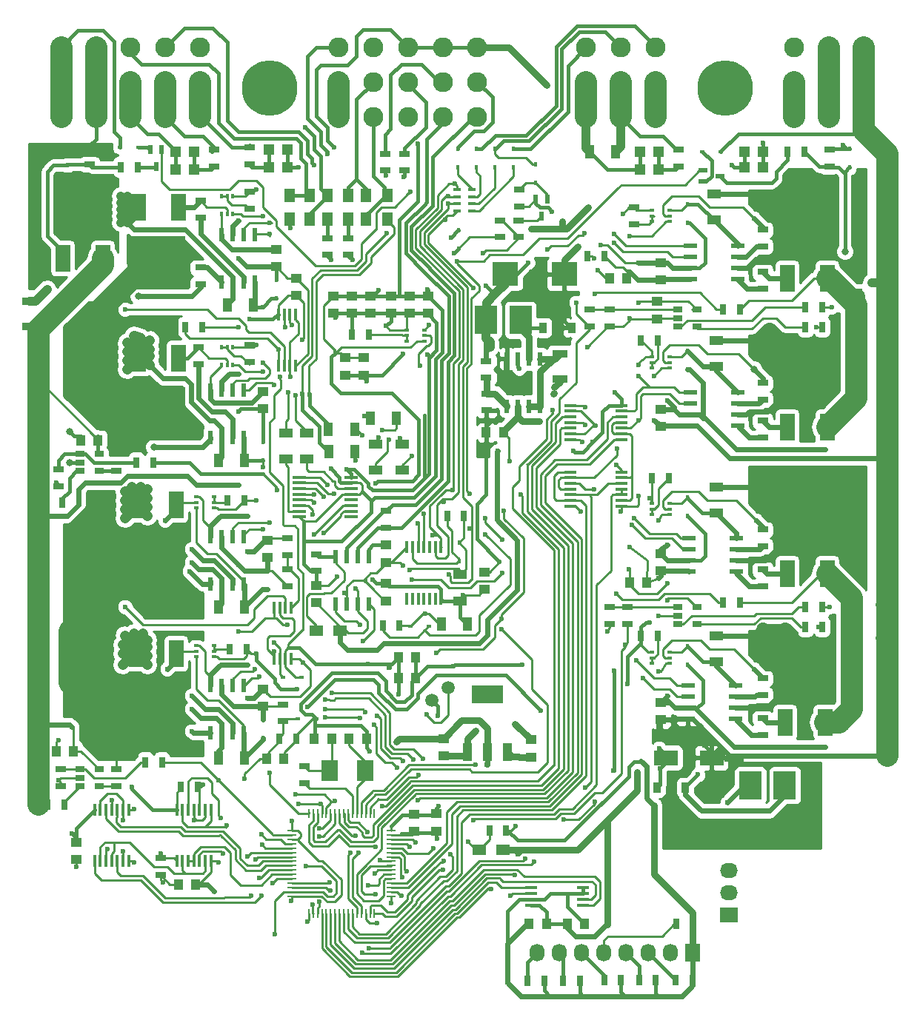
<source format=gbr>
G04 #@! TF.FileFunction,Copper,L1,Top,Signal*
%FSLAX46Y46*%
G04 Gerber Fmt 4.6, Leading zero omitted, Abs format (unit mm)*
G04 Created by KiCad (PCBNEW 4.0.5-e0-6337~49~ubuntu16.04.1) date Sun Jan 22 10:16:39 2017*
%MOMM*%
%LPD*%
G01*
G04 APERTURE LIST*
%ADD10C,0.050000*%
%ADD11C,6.350000*%
%ADD12C,2.286000*%
%ADD13R,1.000000X1.250000*%
%ADD14R,1.250000X1.000000*%
%ADD15R,1.600000X1.000000*%
%ADD16R,1.000000X1.600000*%
%ADD17R,2.750820X1.800860*%
%ADD18R,2.948940X2.700020*%
%ADD19R,0.450000X0.590000*%
%ADD20R,0.590000X0.450000*%
%ADD21R,1.198880X1.198880*%
%ADD22R,1.500000X1.300000*%
%ADD23R,1.300000X1.500000*%
%ADD24R,2.540000X3.180000*%
%ADD25R,1.727200X2.032000*%
%ADD26O,1.727200X2.032000*%
%ADD27R,2.032000X1.727200*%
%ADD28O,2.032000X1.727200*%
%ADD29R,1.651000X3.048000*%
%ADD30R,6.096000X6.096000*%
%ADD31R,0.508000X0.304800*%
%ADD32R,0.304800X0.508000*%
%ADD33R,1.300000X0.700000*%
%ADD34R,0.700000X1.300000*%
%ADD35R,0.900000X1.700000*%
%ADD36R,0.450000X1.450000*%
%ADD37R,1.450000X0.450000*%
%ADD38R,1.550000X0.600000*%
%ADD39R,1.060000X0.650000*%
%ADD40R,0.600000X1.550000*%
%ADD41R,3.657600X2.032000*%
%ADD42R,1.016000X2.032000*%
%ADD43R,0.250000X1.000000*%
%ADD44R,1.000000X0.250000*%
%ADD45R,1.500000X0.450000*%
%ADD46R,1.700000X0.900000*%
%ADD47C,1.500000*%
%ADD48R,1.900000X2.400000*%
%ADD49R,0.910000X1.220000*%
%ADD50R,0.599440X1.000760*%
%ADD51R,1.000760X0.599440*%
%ADD52R,0.900000X0.400000*%
%ADD53C,0.600000*%
%ADD54C,0.800000*%
%ADD55C,0.400000*%
%ADD56C,0.250000*%
%ADD57C,0.800000*%
%ADD58C,0.600000*%
%ADD59C,2.500000*%
%ADD60C,1.000000*%
%ADD61C,1.500000*%
%ADD62C,1.200000*%
%ADD63C,0.254000*%
G04 APERTURE END LIST*
D10*
D11*
X157480000Y-47625000D03*
X105410000Y-47625000D03*
D12*
X149555200Y-42926000D03*
X149555200Y-46913800D03*
X149555200Y-50901600D03*
X145592800Y-42926000D03*
X141630400Y-42926000D03*
X141630400Y-46913800D03*
X145592800Y-46913800D03*
X141630400Y-50901600D03*
X145592800Y-50901600D03*
X165404800Y-50901600D03*
X169367200Y-50901600D03*
X173329600Y-50901600D03*
X165404800Y-46913800D03*
X169367200Y-46913800D03*
X173329600Y-46913800D03*
X165404800Y-42926000D03*
X169367200Y-42926000D03*
X173329600Y-42926000D03*
X97485200Y-42926000D03*
X93522800Y-42926000D03*
X89560400Y-42926000D03*
X85598000Y-42926000D03*
X81635600Y-42926000D03*
X97485200Y-46913800D03*
X93522800Y-46913800D03*
X89560400Y-46913800D03*
X85598000Y-46913800D03*
X81635600Y-46913800D03*
X97485200Y-50901600D03*
X93522800Y-50901600D03*
X89560400Y-50901600D03*
X85598000Y-50901600D03*
X81635600Y-50901600D03*
X113334800Y-42926000D03*
X117297200Y-42926000D03*
X121259600Y-42926000D03*
X125222000Y-42926000D03*
X129184400Y-42926000D03*
X113334800Y-46913800D03*
X117297200Y-46913800D03*
X121259600Y-46913800D03*
X125222000Y-46913800D03*
X129184400Y-46913800D03*
X113334800Y-50901600D03*
X117297200Y-50901600D03*
X121259600Y-50901600D03*
X125222000Y-50901600D03*
X129184400Y-50901600D03*
D13*
X95012000Y-138684000D03*
X97012000Y-138684000D03*
D14*
X83312000Y-133874000D03*
X83312000Y-135874000D03*
X150114000Y-84344000D03*
X150114000Y-86344000D03*
D13*
X144288000Y-69342000D03*
X146288000Y-69342000D03*
D15*
X156464000Y-76478000D03*
X156464000Y-79478000D03*
D14*
X150114000Y-69580000D03*
X150114000Y-67580000D03*
X150114000Y-117872000D03*
X150114000Y-119872000D03*
D13*
X146574000Y-104140000D03*
X148574000Y-104140000D03*
D15*
X156464000Y-110260000D03*
X156464000Y-113260000D03*
D16*
X145010000Y-54864000D03*
X142010000Y-54864000D03*
D14*
X149720300Y-74012300D03*
X149720300Y-72012300D03*
D15*
X156464000Y-96242000D03*
X156464000Y-93242000D03*
D14*
X150114000Y-102838000D03*
X150114000Y-100838000D03*
X104648000Y-84312000D03*
X104648000Y-82312000D03*
X108458000Y-69358000D03*
X108458000Y-71358000D03*
D16*
X99592000Y-90170000D03*
X102592000Y-90170000D03*
D13*
X83836000Y-87884000D03*
X85836000Y-87884000D03*
D16*
X100608000Y-72390000D03*
X103608000Y-72390000D03*
D14*
X106172000Y-66056000D03*
X106172000Y-68056000D03*
X104648000Y-118348000D03*
X104648000Y-116348000D03*
D16*
X99592000Y-124206000D03*
X102592000Y-124206000D03*
D13*
X81042000Y-123444000D03*
X83042000Y-123444000D03*
D16*
X102592000Y-106934000D03*
X99592000Y-106934000D03*
D14*
X105156000Y-99330000D03*
X105156000Y-101330000D03*
D13*
X132203700Y-87020400D03*
X130203700Y-87020400D03*
D17*
X150715980Y-124206000D03*
X155963620Y-124206000D03*
D18*
X139138660Y-68884800D03*
X132387340Y-68884800D03*
D14*
X135293100Y-124139200D03*
X135293100Y-122139200D03*
X125336300Y-122012200D03*
X125336300Y-124012200D03*
D13*
X141449300Y-143243300D03*
X139449300Y-143243300D03*
X135105900Y-143243300D03*
X137105900Y-143243300D03*
X114493800Y-122008900D03*
X116493800Y-122008900D03*
X112556800Y-122021600D03*
X110556800Y-122021600D03*
D14*
X124485400Y-130622800D03*
X124485400Y-132622800D03*
X121932700Y-130648200D03*
X121932700Y-132648200D03*
X110744000Y-106486200D03*
X110744000Y-104486200D03*
X118745000Y-99888800D03*
X118745000Y-101888800D03*
D13*
X105070400Y-124307600D03*
X107070400Y-124307600D03*
X120132600Y-115074700D03*
X122132600Y-115074700D03*
X120132600Y-112750600D03*
X122132600Y-112750600D03*
D14*
X129997200Y-104962200D03*
X129997200Y-102962200D03*
X118745000Y-104244900D03*
X118745000Y-106244900D03*
D15*
X127241300Y-106275000D03*
X127241300Y-103275000D03*
D16*
X128068200Y-108940600D03*
X125068200Y-108940600D03*
D15*
X109677200Y-90069800D03*
X109677200Y-87069800D03*
X107315000Y-90069800D03*
X107315000Y-87069800D03*
D16*
X116940200Y-85369400D03*
X119940200Y-85369400D03*
D15*
X117525800Y-88339800D03*
X117525800Y-91339800D03*
X120624600Y-91314400D03*
X120624600Y-88314400D03*
D16*
X115165000Y-86639400D03*
X112165000Y-86639400D03*
X115190400Y-89179400D03*
X112190400Y-89179400D03*
D14*
X116967000Y-73364600D03*
X116967000Y-71364600D03*
X123545600Y-73390000D03*
X123545600Y-71390000D03*
X114858800Y-73364600D03*
X114858800Y-71364600D03*
X121412000Y-73390000D03*
X121412000Y-71390000D03*
X119329200Y-73364600D03*
X119329200Y-71364600D03*
X112750600Y-73364600D03*
X112750600Y-71364600D03*
X116230400Y-80425800D03*
X116230400Y-78425800D03*
X114096800Y-80425800D03*
X114096800Y-78425800D03*
D19*
X82296000Y-54317000D03*
X82296000Y-56427000D03*
X171704000Y-54571000D03*
X171704000Y-56681000D03*
D20*
X88353000Y-54356000D03*
X90463000Y-54356000D03*
D21*
X94708980Y-54864000D03*
X96807020Y-54864000D03*
X96807020Y-56896000D03*
X94708980Y-56896000D03*
X161831020Y-54864000D03*
X159732980Y-54864000D03*
X159732980Y-56642000D03*
X161831020Y-56642000D03*
X105376980Y-54610000D03*
X107475020Y-54610000D03*
X107475020Y-56642000D03*
X105376980Y-56642000D03*
D19*
X153162000Y-77685000D03*
X153162000Y-79795000D03*
X153162000Y-60921000D03*
X153162000Y-63031000D03*
X153162000Y-111467000D03*
X153162000Y-113577000D03*
X153162000Y-94449000D03*
X153162000Y-96559000D03*
X104648000Y-90209000D03*
X104648000Y-88099000D03*
X106172000Y-71667000D03*
X106172000Y-69557000D03*
X104648000Y-121959000D03*
X104648000Y-119849000D03*
D20*
X108660300Y-119722900D03*
X110770300Y-119722900D03*
D19*
X127000000Y-63867400D03*
X127000000Y-65977400D03*
X126974600Y-56706400D03*
X126974600Y-54596400D03*
X129057400Y-56706400D03*
X129057400Y-54596400D03*
X133299200Y-56706400D03*
X133299200Y-54596400D03*
X131165600Y-56706400D03*
X131165600Y-54596400D03*
X135801100Y-56323600D03*
X135801100Y-58433600D03*
D22*
X132134600Y-134734300D03*
X129434600Y-134734300D03*
X110791000Y-109677200D03*
X113491000Y-109677200D03*
D23*
X107696000Y-62564000D03*
X107696000Y-59864000D03*
X109982000Y-62564000D03*
X109982000Y-59864000D03*
X112014000Y-59864000D03*
X112014000Y-62564000D03*
X118922800Y-62589400D03*
X118922800Y-59889400D03*
X116484400Y-59864000D03*
X116484400Y-62564000D03*
X114427000Y-59864000D03*
X114427000Y-62564000D03*
D24*
X164326800Y-127355600D03*
X160386800Y-127355600D03*
X130186200Y-74129900D03*
X134126200Y-74129900D03*
D25*
X153784300Y-146519900D03*
D26*
X151244300Y-146519900D03*
X148704300Y-146519900D03*
X146164300Y-146519900D03*
X143624300Y-146519900D03*
X141084300Y-146519900D03*
X138544300Y-146519900D03*
X136004300Y-146519900D03*
D27*
X157924500Y-142227300D03*
D28*
X157924500Y-139687300D03*
X157924500Y-137147300D03*
D29*
X81788000Y-67056000D03*
D30*
X84074000Y-60706000D03*
D29*
X86360000Y-67056000D03*
X164592000Y-86360000D03*
D30*
X166878000Y-80010000D03*
D29*
X169164000Y-86360000D03*
D31*
X151130000Y-62865000D03*
X151130000Y-61595000D03*
X149098000Y-62865000D03*
X151130000Y-62230000D03*
X149098000Y-61595000D03*
X149098000Y-62230000D03*
D29*
X164338000Y-120142000D03*
D30*
X166624000Y-113792000D03*
D29*
X168910000Y-120142000D03*
D31*
X151130000Y-96393000D03*
X151130000Y-95123000D03*
X149098000Y-96393000D03*
X151130000Y-95758000D03*
X149098000Y-95123000D03*
X149098000Y-95758000D03*
D29*
X94996000Y-78486000D03*
D30*
X92710000Y-84836000D03*
D29*
X90424000Y-78486000D03*
X94996000Y-61214000D03*
D30*
X92710000Y-67564000D03*
D29*
X90424000Y-61214000D03*
D32*
X99949000Y-61976000D03*
X101219000Y-61976000D03*
X99949000Y-59944000D03*
X100584000Y-61976000D03*
X101219000Y-59944000D03*
X100584000Y-59944000D03*
D29*
X94742000Y-112268000D03*
D30*
X92456000Y-118618000D03*
D29*
X90170000Y-112268000D03*
X94742000Y-95250000D03*
D30*
X92456000Y-101600000D03*
D29*
X90170000Y-95250000D03*
D33*
X84836000Y-54422000D03*
X84836000Y-56322000D03*
X169418000Y-54676000D03*
X169418000Y-56576000D03*
D34*
X88458000Y-56642000D03*
X90358000Y-56642000D03*
X166558000Y-54864000D03*
X164658000Y-54864000D03*
D33*
X99060000Y-54676000D03*
X99060000Y-56576000D03*
D34*
X157292000Y-72898000D03*
X159192000Y-72898000D03*
X143698000Y-66802000D03*
X141798000Y-66802000D03*
D35*
X172794000Y-74676000D03*
X175694000Y-74676000D03*
X172794000Y-71374000D03*
X175694000Y-71374000D03*
D33*
X147066000Y-61280000D03*
X147066000Y-63180000D03*
D34*
X157292000Y-106426000D03*
X159192000Y-106426000D03*
D35*
X172540000Y-106680000D03*
X175440000Y-106680000D03*
X172540000Y-110490000D03*
X175440000Y-110490000D03*
D34*
X149164000Y-92202000D03*
X151064000Y-92202000D03*
X97724000Y-74930000D03*
X95824000Y-74930000D03*
D33*
X103124000Y-59502000D03*
X103124000Y-61402000D03*
X107442000Y-104582000D03*
X107442000Y-102682000D03*
X107442000Y-99126000D03*
X107442000Y-101026000D03*
X130238500Y-82552500D03*
X130238500Y-84452500D03*
X130187700Y-78844100D03*
X130187700Y-80744100D03*
D34*
X132483900Y-132524500D03*
X130583900Y-132524500D03*
D33*
X109423200Y-127099100D03*
X109423200Y-125199100D03*
X110769400Y-102829400D03*
X110769400Y-100929400D03*
X118745000Y-95976400D03*
X118745000Y-97876400D03*
D34*
X153756400Y-149618700D03*
X151856400Y-149618700D03*
X149565400Y-149656800D03*
X147665400Y-149656800D03*
X153807200Y-143243300D03*
X151907200Y-143243300D03*
X145603000Y-149656800D03*
X143703000Y-149656800D03*
X140891300Y-149682200D03*
X138991300Y-149682200D03*
X136827300Y-149682200D03*
X134927300Y-149682200D03*
D33*
X106959400Y-118137900D03*
X106959400Y-120037900D03*
D34*
X106568200Y-122021600D03*
X108468200Y-122021600D03*
D33*
X133934200Y-61148000D03*
X133934200Y-59248000D03*
X133921500Y-62753200D03*
X133921500Y-64653200D03*
X131800600Y-62765900D03*
X131800600Y-64665900D03*
X112014000Y-66685200D03*
X112014000Y-64785200D03*
X114427000Y-66685200D03*
X114427000Y-64785200D03*
X118618000Y-57007800D03*
X118618000Y-55107800D03*
X120827800Y-57007800D03*
X120827800Y-55107800D03*
D36*
X94824000Y-136046000D03*
X95474000Y-136046000D03*
X96124000Y-136046000D03*
X96774000Y-136046000D03*
X97424000Y-136046000D03*
X98074000Y-136046000D03*
X98724000Y-136046000D03*
X98724000Y-130146000D03*
X98074000Y-130146000D03*
X97424000Y-130146000D03*
X96774000Y-130146000D03*
X96124000Y-130146000D03*
X95474000Y-130146000D03*
X94824000Y-130146000D03*
X85426000Y-136046000D03*
X86076000Y-136046000D03*
X86726000Y-136046000D03*
X87376000Y-136046000D03*
X88026000Y-136046000D03*
X88676000Y-136046000D03*
X89326000Y-136046000D03*
X89326000Y-130146000D03*
X88676000Y-130146000D03*
X88026000Y-130146000D03*
X87376000Y-130146000D03*
X86726000Y-130146000D03*
X86076000Y-130146000D03*
X85426000Y-130146000D03*
D37*
X145698000Y-95422000D03*
X145698000Y-94772000D03*
X145698000Y-94122000D03*
X145698000Y-93472000D03*
X145698000Y-92822000D03*
X145698000Y-92172000D03*
X145698000Y-91522000D03*
X139798000Y-91522000D03*
X139798000Y-92172000D03*
X139798000Y-92822000D03*
X139798000Y-93472000D03*
X139798000Y-94122000D03*
X139798000Y-94772000D03*
X139798000Y-95422000D03*
X145698000Y-87802000D03*
X145698000Y-87152000D03*
X145698000Y-86502000D03*
X145698000Y-85852000D03*
X145698000Y-85202000D03*
X145698000Y-84552000D03*
X145698000Y-83902000D03*
X139798000Y-83902000D03*
X139798000Y-84552000D03*
X139798000Y-85202000D03*
X139798000Y-85852000D03*
X139798000Y-86502000D03*
X139798000Y-87152000D03*
X139798000Y-87802000D03*
D38*
X153510000Y-82423000D03*
X153510000Y-83693000D03*
X153510000Y-84963000D03*
X153510000Y-86233000D03*
X158910000Y-86233000D03*
X158910000Y-84963000D03*
X158910000Y-83693000D03*
X158910000Y-82423000D03*
D39*
X152062000Y-72964000D03*
X152062000Y-73914000D03*
X152062000Y-74864000D03*
X154262000Y-74864000D03*
X154262000Y-72964000D03*
D38*
X153510000Y-65659000D03*
X153510000Y-66929000D03*
X153510000Y-68199000D03*
X153510000Y-69469000D03*
X158910000Y-69469000D03*
X158910000Y-68199000D03*
X158910000Y-66929000D03*
X158910000Y-65659000D03*
X153256000Y-115951000D03*
X153256000Y-117221000D03*
X153256000Y-118491000D03*
X153256000Y-119761000D03*
X158656000Y-119761000D03*
X158656000Y-118491000D03*
X158656000Y-117221000D03*
X158656000Y-115951000D03*
D39*
X152062000Y-107000000D03*
X152062000Y-107950000D03*
X152062000Y-108900000D03*
X154262000Y-108900000D03*
X154262000Y-107000000D03*
D38*
X153350000Y-99060000D03*
X153350000Y-100330000D03*
X153350000Y-101600000D03*
X153350000Y-102870000D03*
X158750000Y-102870000D03*
X158750000Y-101600000D03*
X158750000Y-100330000D03*
X158750000Y-99060000D03*
D36*
X108417000Y-73504000D03*
X107767000Y-73504000D03*
X107117000Y-73504000D03*
X106467000Y-73504000D03*
X106467000Y-79404000D03*
X107117000Y-79404000D03*
X107767000Y-79404000D03*
X108417000Y-79404000D03*
D40*
X102489000Y-82136000D03*
X101219000Y-82136000D03*
X99949000Y-82136000D03*
X98679000Y-82136000D03*
X98679000Y-87536000D03*
X99949000Y-87536000D03*
X101219000Y-87536000D03*
X102489000Y-87536000D03*
D39*
X83736000Y-89474000D03*
X83736000Y-90424000D03*
X83736000Y-91374000D03*
X85936000Y-91374000D03*
X85936000Y-89474000D03*
D40*
X103759000Y-64356000D03*
X102489000Y-64356000D03*
X101219000Y-64356000D03*
X99949000Y-64356000D03*
X99949000Y-69756000D03*
X101219000Y-69756000D03*
X102489000Y-69756000D03*
X103759000Y-69756000D03*
D36*
X105959000Y-112932000D03*
X106609000Y-112932000D03*
X107259000Y-112932000D03*
X107909000Y-112932000D03*
X107909000Y-107032000D03*
X107259000Y-107032000D03*
X106609000Y-107032000D03*
X105959000Y-107032000D03*
D40*
X102489000Y-115918000D03*
X101219000Y-115918000D03*
X99949000Y-115918000D03*
X98679000Y-115918000D03*
X98679000Y-121318000D03*
X99949000Y-121318000D03*
X101219000Y-121318000D03*
X102489000Y-121318000D03*
D39*
X83736000Y-125542000D03*
X83736000Y-126492000D03*
X83736000Y-127442000D03*
X85936000Y-127442000D03*
X85936000Y-125542000D03*
D40*
X102489000Y-98900000D03*
X101219000Y-98900000D03*
X99949000Y-98900000D03*
X98679000Y-98900000D03*
X98679000Y-104300000D03*
X99949000Y-104300000D03*
X101219000Y-104300000D03*
X102489000Y-104300000D03*
X136347200Y-78580000D03*
X135077200Y-78580000D03*
X133807200Y-78580000D03*
X132537200Y-78580000D03*
X132537200Y-83980000D03*
X133807200Y-83980000D03*
X135077200Y-83980000D03*
X136347200Y-83980000D03*
D41*
X130314700Y-116916200D03*
D42*
X130314700Y-123520200D03*
X132600700Y-123520200D03*
X128028700Y-123520200D03*
D37*
X135327600Y-139093300D03*
X135327600Y-139743300D03*
X135327600Y-140393300D03*
X135327600Y-141043300D03*
X141227600Y-141043300D03*
X141227600Y-140393300D03*
X141227600Y-139743300D03*
X141227600Y-139093300D03*
D43*
X117415000Y-130596400D03*
X116915000Y-130596400D03*
X116415000Y-130596400D03*
X115915000Y-130596400D03*
X115415000Y-130596400D03*
X114915000Y-130596400D03*
X114415000Y-130596400D03*
X113915000Y-130596400D03*
X113415000Y-130596400D03*
X112915000Y-130596400D03*
X112415000Y-130596400D03*
X111915000Y-130596400D03*
X111415000Y-130596400D03*
X110915000Y-130596400D03*
X110415000Y-130596400D03*
X109915000Y-130596400D03*
D44*
X107965000Y-132546400D03*
X107965000Y-133046400D03*
X107965000Y-133546400D03*
X107965000Y-134046400D03*
X107965000Y-134546400D03*
X107965000Y-135046400D03*
X107965000Y-135546400D03*
X107965000Y-136046400D03*
X107965000Y-136546400D03*
X107965000Y-137046400D03*
X107965000Y-137546400D03*
X107965000Y-138046400D03*
X107965000Y-138546400D03*
X107965000Y-139046400D03*
X107965000Y-139546400D03*
X107965000Y-140046400D03*
D43*
X109915000Y-141996400D03*
X110415000Y-141996400D03*
X110915000Y-141996400D03*
X111415000Y-141996400D03*
X111915000Y-141996400D03*
X112415000Y-141996400D03*
X112915000Y-141996400D03*
X113415000Y-141996400D03*
X113915000Y-141996400D03*
X114415000Y-141996400D03*
X114915000Y-141996400D03*
X115415000Y-141996400D03*
X115915000Y-141996400D03*
X116415000Y-141996400D03*
X116915000Y-141996400D03*
X117415000Y-141996400D03*
D44*
X119365000Y-140046400D03*
X119365000Y-139546400D03*
X119365000Y-139046400D03*
X119365000Y-138546400D03*
X119365000Y-138046400D03*
X119365000Y-137546400D03*
X119365000Y-137046400D03*
X119365000Y-136546400D03*
X119365000Y-136046400D03*
X119365000Y-135546400D03*
X119365000Y-135046400D03*
X119365000Y-134546400D03*
X119365000Y-134046400D03*
X119365000Y-133546400D03*
X119365000Y-133046400D03*
X119365000Y-132546400D03*
D40*
X112953800Y-106611400D03*
X114223800Y-106611400D03*
X115493800Y-106611400D03*
X116763800Y-106611400D03*
X116763800Y-101211400D03*
X115493800Y-101211400D03*
X114223800Y-101211400D03*
X112953800Y-101211400D03*
D36*
X125025700Y-100123200D03*
X124375700Y-100123200D03*
X123725700Y-100123200D03*
X123075700Y-100123200D03*
X122425700Y-100123200D03*
X121775700Y-100123200D03*
X121125700Y-100123200D03*
X121125700Y-106023200D03*
X121775700Y-106023200D03*
X122425700Y-106023200D03*
X123075700Y-106023200D03*
X123725700Y-106023200D03*
X124375700Y-106023200D03*
X125025700Y-106023200D03*
D45*
X108860800Y-92111400D03*
X108860800Y-92761400D03*
X108860800Y-93411400D03*
X108860800Y-94061400D03*
X108860800Y-94711400D03*
X108860800Y-95361400D03*
X108860800Y-96011400D03*
X108860800Y-96661400D03*
X114760800Y-96661400D03*
X114760800Y-96011400D03*
X114760800Y-95361400D03*
X114760800Y-94711400D03*
X114760800Y-94061400D03*
X114760800Y-93411400D03*
X114760800Y-92761400D03*
X114760800Y-92111400D03*
D46*
X77978000Y-74856000D03*
X77978000Y-71956000D03*
D47*
X123952000Y-117627400D03*
X125831600Y-116154200D03*
D48*
X112275400Y-125679200D03*
X116375400Y-125679200D03*
D33*
X152146000Y-54676000D03*
X152146000Y-56576000D03*
D35*
X79576000Y-80010000D03*
X82476000Y-80010000D03*
X79322000Y-111506000D03*
X82222000Y-111506000D03*
D34*
X102550000Y-94742000D03*
X100650000Y-94742000D03*
X120279200Y-109105700D03*
X118379200Y-109105700D03*
D20*
X157011000Y-54864000D03*
X154901000Y-54864000D03*
D21*
X149893020Y-54864000D03*
X147794980Y-54864000D03*
X147794980Y-56896000D03*
X149893020Y-56896000D03*
D20*
X109106600Y-115011200D03*
X106996600Y-115011200D03*
D19*
X105156000Y-104941000D03*
X105156000Y-102831000D03*
D49*
X149698200Y-127596900D03*
X152968200Y-127596900D03*
X136706100Y-75018900D03*
X139976100Y-75018900D03*
D19*
X127076200Y-101689800D03*
X127076200Y-99579800D03*
D20*
X123673500Y-109131100D03*
X121563500Y-109131100D03*
D50*
X91805760Y-54676040D03*
X93106240Y-54676040D03*
X92456000Y-56575960D03*
D51*
X155006040Y-58308240D03*
X155006040Y-57007760D03*
X156905960Y-57658000D03*
D31*
X151130000Y-79629000D03*
X151130000Y-78359000D03*
X149098000Y-79629000D03*
X151130000Y-78994000D03*
X149098000Y-78359000D03*
X149098000Y-78994000D03*
D29*
X164592000Y-69342000D03*
D30*
X166878000Y-62992000D03*
D29*
X169164000Y-69342000D03*
D31*
X151130000Y-113411000D03*
X151130000Y-112141000D03*
X149098000Y-113411000D03*
X151130000Y-112776000D03*
X149098000Y-112141000D03*
X149098000Y-112776000D03*
D29*
X164592000Y-103124000D03*
D30*
X166878000Y-96774000D03*
D29*
X169164000Y-103124000D03*
D32*
X99949000Y-79248000D03*
X101219000Y-79248000D03*
X99949000Y-77216000D03*
X100584000Y-79248000D03*
X101219000Y-77216000D03*
X100584000Y-77216000D03*
D31*
X97028000Y-111379000D03*
X97028000Y-112649000D03*
X99060000Y-111379000D03*
X97028000Y-112014000D03*
X99060000Y-112649000D03*
X99060000Y-112014000D03*
X97028000Y-94361000D03*
X97028000Y-95631000D03*
X99060000Y-94361000D03*
X97028000Y-94996000D03*
X99060000Y-95631000D03*
X99060000Y-94996000D03*
D50*
X135862060Y-60327540D03*
X137162540Y-60327540D03*
X136512300Y-62227460D03*
D31*
X123113800Y-76530200D03*
X123113800Y-75260200D03*
X121081800Y-76530200D03*
X123113800Y-75895200D03*
X121081800Y-75260200D03*
X121081800Y-75895200D03*
D33*
X103124000Y-54422000D03*
X103124000Y-56322000D03*
D34*
X147894000Y-76454000D03*
X149794000Y-76454000D03*
D33*
X141986000Y-72964000D03*
X141986000Y-74864000D03*
X144272000Y-72964000D03*
X144272000Y-74864000D03*
D34*
X166690000Y-74930000D03*
X168590000Y-74930000D03*
X166690000Y-72644000D03*
X168590000Y-72644000D03*
X147894000Y-110236000D03*
X149794000Y-110236000D03*
D33*
X146304000Y-107000000D03*
X146304000Y-108900000D03*
X144272000Y-107000000D03*
X144272000Y-108900000D03*
D34*
X166690000Y-109220000D03*
X168590000Y-109220000D03*
X166690000Y-106934000D03*
X168590000Y-106934000D03*
D33*
X103124000Y-77028000D03*
X103124000Y-78928000D03*
D34*
X90236000Y-90424000D03*
X92136000Y-90424000D03*
D33*
X81280000Y-91252000D03*
X81280000Y-93152000D03*
X87884000Y-91374000D03*
X87884000Y-89474000D03*
D35*
X79576000Y-77470000D03*
X82476000Y-77470000D03*
D34*
X81722000Y-94996000D03*
X79822000Y-94996000D03*
X102804000Y-111760000D03*
X100904000Y-111760000D03*
X91252000Y-124714000D03*
X93152000Y-124714000D03*
D33*
X81534000Y-125542000D03*
X81534000Y-127442000D03*
X87884000Y-127442000D03*
X87884000Y-125542000D03*
D35*
X79322000Y-114300000D03*
X82222000Y-114300000D03*
D34*
X81976000Y-129540000D03*
X80076000Y-129540000D03*
D46*
X138607800Y-77975800D03*
X138607800Y-80875800D03*
D34*
X125732500Y-96558100D03*
X127632500Y-96558100D03*
X114848600Y-75793600D03*
X116748600Y-75793600D03*
D15*
X156210000Y-59714000D03*
X156210000Y-62714000D03*
D33*
X161798000Y-81346000D03*
X161798000Y-83246000D03*
X161798000Y-85664000D03*
X161798000Y-87564000D03*
X161798000Y-65720000D03*
X161798000Y-63820000D03*
X161798000Y-70546000D03*
X161798000Y-68646000D03*
X161798000Y-115128000D03*
X161798000Y-117028000D03*
X161798000Y-119700000D03*
X161798000Y-121600000D03*
X161798000Y-100010000D03*
X161798000Y-98110000D03*
X161798000Y-104582000D03*
X161798000Y-102682000D03*
X97282000Y-77282000D03*
X97282000Y-79182000D03*
X97536000Y-62418000D03*
X97536000Y-60518000D03*
X97536000Y-68138000D03*
X97536000Y-70038000D03*
D34*
X95316000Y-127508000D03*
X97216000Y-127508000D03*
D33*
X92964000Y-137602000D03*
X92964000Y-135702000D03*
D52*
X128561200Y-60826600D03*
X128561200Y-60026600D03*
X128561200Y-61626600D03*
X128561200Y-59226600D03*
X126861200Y-61626600D03*
X126861200Y-60826600D03*
X126861200Y-60026600D03*
X126861200Y-59226600D03*
D53*
X120675400Y-78028800D03*
X108712000Y-129527300D03*
X111264700Y-129501900D03*
X141173200Y-88125300D03*
X107950000Y-131394200D03*
X144767300Y-125717300D03*
X144780000Y-114261900D03*
X149377400Y-129654300D03*
X109778800Y-142925800D03*
X107861100Y-140576300D03*
X132588000Y-149923500D03*
X116713000Y-113512600D03*
X133527800Y-132003800D03*
X124739400Y-129743200D03*
X130289300Y-125006100D03*
X119951500Y-122351800D03*
X120142000Y-116954300D03*
X119113300Y-113931700D03*
X127571500Y-105575100D03*
X117246400Y-103873300D03*
X106629200Y-80645000D03*
X116509800Y-81153000D03*
X89662000Y-127508000D03*
X93218000Y-138430000D03*
X82804000Y-132842000D03*
X107188000Y-74930000D03*
X140970000Y-96012000D03*
X144907000Y-82397600D03*
X142367000Y-88125300D03*
X140119100Y-89077800D03*
X108381800Y-128422400D03*
X112864900Y-129146300D03*
X105994200Y-144386300D03*
X147459700Y-125857000D03*
X109550200Y-136601200D03*
X116890800Y-123469400D03*
X99123500Y-139446000D03*
X133807200Y-135267700D03*
X113134900Y-103492300D03*
X113982500Y-105333800D03*
X124561600Y-133502400D03*
X140665200Y-65735200D03*
X134353300Y-113538000D03*
X128993900Y-121107200D03*
X133502400Y-120319800D03*
X126415800Y-113753900D03*
X131724400Y-101828600D03*
X120688100Y-102196900D03*
X132486400Y-81851500D03*
X130822700Y-85648800D03*
X137096500Y-47269400D03*
X126517400Y-66484500D03*
X122377200Y-54000400D03*
X117551200Y-92786200D03*
X121666000Y-89687400D03*
X112433100Y-91173300D03*
X112953800Y-77927200D03*
X123494800Y-70662800D03*
X117881400Y-70688200D03*
X99568000Y-136144000D03*
X83312000Y-136652000D03*
X89916000Y-136144000D03*
X145034000Y-90678000D03*
X112776000Y-54356000D03*
X136220200Y-85737700D03*
X132892800Y-90309700D03*
X136105900Y-63728600D03*
X138849100Y-62890400D03*
X138861800Y-63703200D03*
X137858500Y-82588100D03*
X137985500Y-81838800D03*
X135305800Y-63728600D03*
X141859000Y-61264800D03*
X155181300Y-122770900D03*
X157683200Y-124383800D03*
X103149400Y-74041000D03*
X109143800Y-76377800D03*
X109220000Y-113284000D03*
X81280000Y-126746000D03*
X81280000Y-122174000D03*
X81026000Y-92710000D03*
X102870000Y-113538000D03*
X102870000Y-117348000D03*
X102870000Y-100584000D03*
X102870000Y-96520000D03*
X102870000Y-66056000D03*
X102870000Y-83566000D03*
D54*
X82550000Y-86868000D03*
X82550000Y-90424000D03*
X80010000Y-70612000D03*
D53*
X141732000Y-77216000D03*
X146558000Y-100076000D03*
X144018000Y-109728000D03*
X146558000Y-64516000D03*
X149860000Y-107950000D03*
X149860000Y-114300000D03*
X149860000Y-97028000D03*
X149860000Y-103632000D03*
X149860000Y-120650000D03*
X149352000Y-80518000D03*
X146550000Y-68588000D03*
X146558000Y-73914000D03*
X149352000Y-85598000D03*
D54*
X174244000Y-69850000D03*
D53*
X150888700Y-104279700D03*
X146507200Y-102666800D03*
X142925800Y-68402200D03*
X147574000Y-67564000D03*
X143256000Y-65532000D03*
X150876000Y-106172000D03*
X169418000Y-106934000D03*
X150876000Y-99822000D03*
X150876000Y-117094000D03*
X168910000Y-122936000D03*
X147574000Y-72136000D03*
X169672000Y-72644000D03*
X150876000Y-83312000D03*
X168910000Y-88900000D03*
D54*
X163322000Y-75946000D03*
X165354000Y-78740000D03*
X162052000Y-77470000D03*
X162814000Y-78232000D03*
X162814000Y-79248000D03*
X164084000Y-76454000D03*
X162560000Y-75184000D03*
X164846000Y-76962000D03*
X165354000Y-77724000D03*
X165354000Y-79756000D03*
X165620700Y-59880500D03*
X165608000Y-61468000D03*
X165608000Y-60769500D03*
X165163500Y-59156600D03*
X164338000Y-59143900D03*
X163563300Y-59270900D03*
X162953700Y-60261500D03*
X162941000Y-61048900D03*
X162915600Y-61887100D03*
X162941000Y-62636400D03*
D53*
X161798000Y-53848000D03*
D54*
X161798000Y-109474000D03*
X162560000Y-110236000D03*
X162560000Y-111252000D03*
X162560000Y-112268000D03*
X164338000Y-109474000D03*
X165100000Y-109982000D03*
X165354000Y-110744000D03*
X165354000Y-111760000D03*
X165354000Y-112776000D03*
X165354000Y-113792000D03*
X166370000Y-96266000D03*
X166370000Y-95250000D03*
X166370000Y-94234000D03*
X166370000Y-93218000D03*
X166370000Y-92202000D03*
X165354000Y-92202000D03*
X165354000Y-93218000D03*
X165354000Y-96266000D03*
X165354000Y-95250000D03*
X165354000Y-94234000D03*
D53*
X107442000Y-108966000D03*
X82804000Y-120650000D03*
X101854000Y-109728000D03*
X101854000Y-118348000D03*
X101854000Y-102108000D03*
X101854000Y-74930000D03*
X101854000Y-67056000D03*
X101854000Y-62738000D03*
X101854000Y-84582000D03*
X101854000Y-80264000D03*
X101854000Y-92964000D03*
D54*
X89916000Y-75946000D03*
X91694000Y-77470000D03*
X89154000Y-79756000D03*
X89154000Y-78740000D03*
X89154000Y-77724000D03*
X89154000Y-76708000D03*
X91694000Y-76454000D03*
X90678000Y-76200000D03*
X91694000Y-79248000D03*
X91694000Y-78232000D03*
D53*
X104648000Y-90932000D03*
X104648000Y-80010000D03*
D54*
X88392000Y-62992000D03*
X88392000Y-62230000D03*
X88392000Y-61468000D03*
X88392000Y-60706000D03*
X88392000Y-59944000D03*
X89154000Y-59944000D03*
X89154000Y-60706000D03*
X89154000Y-61468000D03*
X89154000Y-62230000D03*
X89154000Y-62992000D03*
D53*
X104648000Y-72644000D03*
X104648000Y-62230000D03*
X108712000Y-56642000D03*
X96520000Y-118618000D03*
D54*
X88646000Y-113538000D03*
X88646000Y-112268000D03*
X88646000Y-111252000D03*
X88900000Y-110236000D03*
X89916000Y-109982000D03*
X90932000Y-109982000D03*
X91440000Y-110744000D03*
X91440000Y-111506000D03*
X91440000Y-112522000D03*
X91440000Y-113538000D03*
D53*
X96520000Y-101854000D03*
D54*
X88900000Y-96774000D03*
X88900000Y-95758000D03*
X88900000Y-94742000D03*
X88900000Y-93726000D03*
X89662000Y-93218000D03*
X90678000Y-93218000D03*
X91440000Y-93472000D03*
X91440000Y-94488000D03*
X91440000Y-95504000D03*
X91440000Y-96520000D03*
D53*
X123507500Y-78092300D03*
X130162300Y-70243700D03*
X134988300Y-67589400D03*
X115239800Y-104876600D03*
X133858000Y-124053600D03*
X157797500Y-129286000D03*
X131495800Y-89103200D03*
X130670300Y-77254100D03*
X130632200Y-76644500D03*
X137731500Y-61747400D03*
X114274600Y-91211400D03*
X112953800Y-73837800D03*
X118745000Y-74828400D03*
X133972300Y-79679800D03*
X146367500Y-115811300D03*
X136461500Y-118795800D03*
X149936200Y-123113800D03*
X150037800Y-125437900D03*
X109766100Y-118402100D03*
X108585000Y-116332000D03*
X148844000Y-108712000D03*
X103886000Y-112268000D03*
X103886000Y-94742000D03*
X103886000Y-59182000D03*
X103886000Y-76962000D03*
X145796000Y-61976000D03*
X147574000Y-79248000D03*
X148844000Y-94488000D03*
X116636800Y-132676900D03*
X134112000Y-94081600D03*
X102590600Y-126580900D03*
X104216200Y-137960100D03*
X130073400Y-96799400D03*
X126314200Y-93599000D03*
X131991100Y-99237800D03*
X124028200Y-98742500D03*
X126619000Y-58547000D03*
X125310900Y-94907100D03*
X125882400Y-59969400D03*
X128727200Y-70485000D03*
X123063000Y-96329500D03*
X125501400Y-62699900D03*
X128308100Y-98005900D03*
X125895100Y-103276400D03*
X126149100Y-64693800D03*
X125857000Y-60833000D03*
X121437400Y-102704900D03*
X123253500Y-107759500D03*
X112064800Y-93014800D03*
X111607600Y-94361000D03*
X110490000Y-94132400D03*
X110490000Y-94996000D03*
X112826800Y-94005400D03*
X110363000Y-96393000D03*
X108381800Y-82778600D03*
X107823000Y-63601600D03*
X107594400Y-82397600D03*
X116306600Y-85090000D03*
X118287800Y-86715600D03*
X117881400Y-87604600D03*
X119049800Y-87807800D03*
X114909600Y-67284600D03*
X120802400Y-57734200D03*
X112471200Y-67259200D03*
X118745000Y-57581800D03*
X120319800Y-87655400D03*
X116001800Y-87299800D03*
X110032800Y-82626200D03*
X115265200Y-90170000D03*
X109194600Y-82600800D03*
X118846600Y-64211200D03*
D54*
X171196000Y-66294000D03*
D53*
X140462000Y-72136000D03*
X128689100Y-131381500D03*
X117563900Y-134404100D03*
X146050000Y-111252000D03*
X105435400Y-125920500D03*
X106299000Y-93573600D03*
X107950000Y-74676000D03*
X99568000Y-126746000D03*
X105918000Y-110998000D03*
X124193300Y-134531100D03*
X128117600Y-133845300D03*
X109474000Y-52070000D03*
X110490000Y-56388000D03*
X112014000Y-55118000D03*
X119354600Y-140792200D03*
X117462300Y-137414000D03*
X120484900Y-140017500D03*
X117741700Y-143129000D03*
X117589300Y-139814300D03*
X132232400Y-95935800D03*
X128320800Y-94005400D03*
X131953000Y-108280200D03*
X124460000Y-112242600D03*
X126847600Y-67437000D03*
X121513600Y-59461400D03*
D54*
X160782000Y-79756000D03*
D53*
X167894000Y-74930000D03*
X160782000Y-62484000D03*
X160782000Y-114046000D03*
X161036000Y-97028000D03*
X93726000Y-114046000D03*
X93472000Y-97028000D03*
X137820400Y-84429600D03*
X118313200Y-129755900D03*
X115252500Y-133108700D03*
X141465300Y-64211200D03*
X137210800Y-66103500D03*
X123672600Y-74701400D03*
X122605800Y-79387700D03*
X128981200Y-125018800D03*
X97790000Y-127254000D03*
X105918000Y-112014000D03*
X96520000Y-117094000D03*
X96520000Y-100330000D03*
X120624600Y-137909300D03*
X121107200Y-137223500D03*
X129794000Y-66497200D03*
X122364500Y-97370900D03*
X107772200Y-80670400D03*
X92964000Y-135128000D03*
X135699500Y-136055100D03*
X141490700Y-127635000D03*
X116001800Y-146519900D03*
X118071900Y-135928100D03*
X99822000Y-131064000D03*
X100076000Y-135128000D03*
X100533200Y-131978400D03*
X105765600Y-138544300D03*
X88646000Y-131318000D03*
X96774000Y-131318000D03*
X111074200Y-133197600D03*
X104508300Y-139979400D03*
X86868000Y-134620000D03*
X105410000Y-64262000D03*
X104648000Y-78994000D03*
X103352600Y-140004800D03*
X111112300Y-132308600D03*
X88646000Y-134874000D03*
X105410000Y-62992000D03*
X105918000Y-81534000D03*
X103720900Y-114109500D03*
X89916000Y-130048000D03*
X104648000Y-98044000D03*
X104279700Y-114884200D03*
X87376000Y-129032000D03*
X105410000Y-97282000D03*
X147574000Y-94234000D03*
X145542000Y-96012000D03*
X142659100Y-86194900D03*
X145122900Y-88811100D03*
X142494000Y-93472000D03*
X147574000Y-85598000D03*
X144780000Y-64262000D03*
X147574000Y-80518000D03*
X144780000Y-65278000D03*
X141478000Y-86106000D03*
X147320000Y-113030000D03*
X146812000Y-97536000D03*
X141478000Y-84074000D03*
X148082000Y-115062000D03*
X147066000Y-96774000D03*
X122440700Y-126212600D03*
X122389900Y-129070100D03*
X133464300Y-137642600D03*
X132969000Y-139966700D03*
X131902200Y-109486700D03*
X104508300Y-132969000D03*
X104571800Y-134150100D03*
X102920800Y-135458200D03*
X103860600Y-135813800D03*
X112318800Y-138493500D03*
X112382300Y-139382500D03*
X110388400Y-140995400D03*
X111785400Y-119621300D03*
X115735100Y-119684800D03*
X116370100Y-118948200D03*
X111137700Y-140677900D03*
X111772700Y-118681500D03*
X130797300Y-139192000D03*
X139052300Y-131292600D03*
X142570200Y-129222500D03*
X126060200Y-135255000D03*
X120688100Y-124599700D03*
X117741700Y-119418100D03*
X114693700Y-135039100D03*
X116103400Y-110845600D03*
X119989600Y-125298200D03*
X117341650Y-120415050D03*
X115785900Y-109016800D03*
X115608100Y-135039100D03*
X125336300Y-136029700D03*
X125272800Y-137033000D03*
X134632700Y-135788400D03*
X116751100Y-145973800D03*
X116674900Y-138772900D03*
X121831100Y-124396500D03*
X121437400Y-134416800D03*
X111785400Y-117589300D03*
X110515400Y-98704400D03*
X122948700Y-124333000D03*
X122085100Y-133858000D03*
X112560100Y-116801900D03*
X111594900Y-98513900D03*
X124650500Y-119380000D03*
X123355100Y-119240300D03*
X132003800Y-103073200D03*
X121678700Y-103873300D03*
X96266000Y-102870000D03*
D54*
X84074000Y-58674000D03*
X85598000Y-57912000D03*
X84074000Y-57912000D03*
X84836000Y-58674000D03*
X84836000Y-57912000D03*
X85598000Y-58674000D03*
X86360000Y-58674000D03*
X86360000Y-57912000D03*
X87122000Y-58674000D03*
X87122000Y-57912000D03*
D53*
X170942000Y-54102000D03*
X158242000Y-56388000D03*
X154406600Y-126123700D03*
X130098800Y-98628200D03*
X168148000Y-109220000D03*
D54*
X90424000Y-71374000D03*
D53*
X142494000Y-67056000D03*
X142633700Y-71120000D03*
X145034000Y-105410000D03*
X106476800Y-77495400D03*
D54*
X92202000Y-88646000D03*
D53*
X88900000Y-72898000D03*
X96520000Y-121158000D03*
X88900000Y-106934000D03*
D55*
X118278400Y-80425800D02*
X116230400Y-80425800D01*
X120675400Y-78028800D02*
X118278400Y-80425800D01*
D56*
X111264700Y-129501900D02*
X108737400Y-129501900D01*
X108737400Y-129501900D02*
X108712000Y-129527300D01*
X111415000Y-130596400D02*
X111415000Y-129652200D01*
X111415000Y-129652200D02*
X111264700Y-129501900D01*
X139798000Y-87802000D02*
X140849900Y-87802000D01*
X140849900Y-87802000D02*
X141173200Y-88125300D01*
D57*
X149377400Y-129654300D02*
X149377400Y-137528300D01*
X149377400Y-137528300D02*
X153771600Y-141922500D01*
D55*
X135327600Y-140393300D02*
X133964800Y-140393300D01*
X132588000Y-141770100D02*
X132588000Y-145453100D01*
X133964800Y-140393300D02*
X132588000Y-141770100D01*
X141449300Y-143243300D02*
X141449300Y-143227300D01*
X141449300Y-143227300D02*
X139458700Y-141236700D01*
X139458700Y-141236700D02*
X139458700Y-139743300D01*
X139458700Y-139743300D02*
X139433300Y-139768700D01*
X139433300Y-139768700D02*
X139433300Y-139814300D01*
X139433300Y-139814300D02*
X139433300Y-139743300D01*
X135327600Y-140393300D02*
X136860400Y-140393300D01*
X137510400Y-139743300D02*
X139433300Y-139743300D01*
X139433300Y-139743300D02*
X141227600Y-139743300D01*
X136860400Y-140393300D02*
X137510400Y-139743300D01*
X141227600Y-139093300D02*
X141227600Y-139743300D01*
D58*
X135105900Y-143243300D02*
X134797800Y-143243300D01*
X134797800Y-143243300D02*
X132588000Y-145453100D01*
X132588000Y-145453100D02*
X132588000Y-149923500D01*
D57*
X153784300Y-146519900D02*
X153784300Y-143266200D01*
X153784300Y-143266200D02*
X153771600Y-143253500D01*
X153771600Y-143253500D02*
X153771600Y-141922500D01*
D56*
X153784300Y-143266200D02*
X153807200Y-143243300D01*
X107965000Y-132546400D02*
X107965000Y-131409200D01*
X107965000Y-131409200D02*
X107950000Y-131394200D01*
X107981200Y-140030200D02*
X110832900Y-140030200D01*
X108680700Y-133661600D02*
X111023400Y-136004300D01*
X111023400Y-136004300D02*
X111467900Y-136004300D01*
X111467900Y-136004300D02*
X113626900Y-138163300D01*
X113626900Y-138163300D02*
X113626900Y-139915900D01*
X113626900Y-139915900D02*
X112890300Y-140652500D01*
X112890300Y-140652500D02*
X112026700Y-140652500D01*
X112026700Y-140652500D02*
X111404400Y-140030200D01*
X111404400Y-140030200D02*
X110832900Y-140030200D01*
X108680700Y-133661600D02*
X108680700Y-133546400D01*
X107981200Y-140030200D02*
X107965000Y-140046400D01*
X107965000Y-132546400D02*
X108683100Y-132546400D01*
X108683100Y-132546400D02*
X108991400Y-132854700D01*
X108991400Y-132854700D02*
X108991400Y-133235700D01*
X108991400Y-133235700D02*
X108680700Y-133546400D01*
X108680700Y-133546400D02*
X107965000Y-133546400D01*
D55*
X144780000Y-122986800D02*
X144780000Y-125704600D01*
X144780000Y-114261900D02*
X144780000Y-122986800D01*
X144780000Y-125704600D02*
X144767300Y-125717300D01*
X147910550Y-124618750D02*
X147123150Y-124618750D01*
X140258800Y-132524500D02*
X146469100Y-126314200D01*
X146469100Y-126314200D02*
X146469100Y-125272800D01*
X133794500Y-133667500D02*
X139115800Y-133667500D01*
X139115800Y-133667500D02*
X140258800Y-132524500D01*
X133794500Y-133667500D02*
X132651500Y-132524500D01*
X147123150Y-124618750D02*
X146469100Y-125272800D01*
D58*
X149377400Y-129654300D02*
X149326600Y-129654300D01*
X148501100Y-125209300D02*
X147910550Y-124618750D01*
X147910550Y-124618750D02*
X147891500Y-124599700D01*
X148501100Y-128828800D02*
X148501100Y-125209300D01*
X149326600Y-129654300D02*
X148501100Y-128828800D01*
D55*
X132483900Y-132524500D02*
X132651500Y-132524500D01*
D56*
X107965000Y-140046400D02*
X107965000Y-140472400D01*
X107965000Y-140472400D02*
X107861100Y-140576300D01*
X109915000Y-141996400D02*
X109915000Y-142789600D01*
X109915000Y-142789600D02*
X109778800Y-142925800D01*
D55*
X107861100Y-140576300D02*
X107861100Y-140589000D01*
D58*
X153784300Y-146519900D02*
X153784300Y-149590800D01*
X153784300Y-149590800D02*
X153756400Y-149618700D01*
X153756400Y-149618700D02*
X153756400Y-150268900D01*
X153756400Y-150268900D02*
X152565100Y-151460200D01*
X152565100Y-151460200D02*
X134124700Y-151460200D01*
X134124700Y-151460200D02*
X132588000Y-149923500D01*
X153964600Y-146339600D02*
X153784300Y-146519900D01*
D56*
X132483900Y-132524500D02*
X133007100Y-132524500D01*
X133007100Y-132524500D02*
X133527800Y-132003800D01*
D55*
X124485400Y-130749800D02*
X124485400Y-129997200D01*
X124485400Y-129997200D02*
X124739400Y-129743200D01*
X121932700Y-130749800D02*
X124485400Y-130749800D01*
X119365000Y-132018800D02*
X120634000Y-130749800D01*
X120634000Y-130749800D02*
X121932700Y-130749800D01*
D56*
X119365000Y-132546400D02*
X119365000Y-132018800D01*
X120634000Y-130749800D02*
X121932700Y-130749800D01*
D58*
X130314700Y-123520200D02*
X130314700Y-124980700D01*
X130314700Y-124980700D02*
X130289300Y-125006100D01*
D55*
X149565400Y-149656800D02*
X149565400Y-151140200D01*
X149565400Y-151140200D02*
X149885400Y-151460200D01*
X145603000Y-149656800D02*
X145603000Y-151000500D01*
X145603000Y-151000500D02*
X146062700Y-151460200D01*
X140891300Y-149682200D02*
X140891300Y-151114800D01*
X140891300Y-151114800D02*
X141236700Y-151460200D01*
X153756400Y-149618700D02*
X153756400Y-150268900D01*
X136827300Y-150860800D02*
X136827300Y-149682200D01*
X137426700Y-151460200D02*
X136827300Y-150860800D01*
X152565100Y-151460200D02*
X149885400Y-151460200D01*
X149885400Y-151460200D02*
X146062700Y-151460200D01*
X146062700Y-151460200D02*
X141236700Y-151460200D01*
X141236700Y-151460200D02*
X137426700Y-151460200D01*
X153756400Y-150268900D02*
X152565100Y-151460200D01*
X153784300Y-149590800D02*
X153756400Y-149618700D01*
X153807200Y-146497000D02*
X153784300Y-146519900D01*
D57*
X125336300Y-122012200D02*
X120291100Y-122012200D01*
X120291100Y-122012200D02*
X119951500Y-122351800D01*
X130314700Y-123520200D02*
X130314700Y-120853200D01*
X130314700Y-120853200D02*
X129400300Y-119938800D01*
X129400300Y-119938800D02*
X127409700Y-119938800D01*
X127409700Y-119938800D02*
X125336300Y-122012200D01*
D56*
X109106600Y-115011200D02*
X108445300Y-115011200D01*
X107259000Y-113824900D02*
X107259000Y-112932000D01*
X108445300Y-115011200D02*
X107259000Y-113824900D01*
D55*
X120132600Y-115074700D02*
X120132600Y-116944900D01*
X120132600Y-116944900D02*
X120142000Y-116954300D01*
X119138700Y-113906300D02*
X119138700Y-113512600D01*
X119113300Y-113931700D02*
X119138700Y-113906300D01*
X120132600Y-115074700D02*
X120132600Y-112750600D01*
X115951000Y-113512600D02*
X116713000Y-113512600D01*
X116713000Y-113512600D02*
X119138700Y-113512600D01*
X119138700Y-113512600D02*
X119370600Y-113512600D01*
X119370600Y-113512600D02*
X120132600Y-112750600D01*
D56*
X127571500Y-105575100D02*
X129384300Y-105575100D01*
X129384300Y-105575100D02*
X129997200Y-104962200D01*
X127571500Y-105575100D02*
X127241300Y-105905300D01*
X127241300Y-105905300D02*
X127241300Y-106275000D01*
X127241300Y-106553000D02*
X127241300Y-106275000D01*
D55*
X125025700Y-104959700D02*
X124650500Y-104584500D01*
X124650500Y-104584500D02*
X119084600Y-104584500D01*
X118745000Y-104244900D02*
X117618000Y-104244900D01*
X117618000Y-104244900D02*
X117246400Y-103873300D01*
X125025700Y-106023200D02*
X125025700Y-104959700D01*
X119084600Y-104584500D02*
X118745000Y-104244900D01*
X127241300Y-106275000D02*
X125277500Y-106275000D01*
X125277500Y-106275000D02*
X125025700Y-106023200D01*
X127241300Y-106275000D02*
X127241300Y-108113700D01*
X127241300Y-108113700D02*
X128068200Y-108940600D01*
D56*
X127266700Y-106287700D02*
X125290200Y-106287700D01*
X125290200Y-106287700D02*
X125025700Y-106023200D01*
X117618000Y-104244900D02*
X117246400Y-103873300D01*
X118745000Y-104244900D02*
X118745000Y-104000300D01*
D55*
X115963700Y-113499900D02*
X115963700Y-113487200D01*
X108813600Y-111582200D02*
X110718600Y-113487200D01*
X110718600Y-113487200D02*
X115963700Y-113487200D01*
D56*
X107543600Y-111582200D02*
X107594400Y-111582200D01*
D55*
X107594400Y-111582200D02*
X108813600Y-111582200D01*
X115951000Y-113512600D02*
X115963700Y-113499900D01*
D56*
X109220000Y-103124000D02*
X109220000Y-103098600D01*
X108686600Y-98044000D02*
X108280200Y-97637600D01*
X108686600Y-102565200D02*
X108686600Y-98044000D01*
X109220000Y-103098600D02*
X108686600Y-102565200D01*
X109220000Y-103124000D02*
X109220000Y-109550200D01*
X109245400Y-109550200D02*
X109245400Y-109524800D01*
X109220000Y-109550200D02*
X109245400Y-109550200D01*
X107543600Y-111633000D02*
X107543600Y-111582200D01*
X107543600Y-111582200D02*
X107543600Y-111226600D01*
X107543600Y-111226600D02*
X109245400Y-109524800D01*
X106629200Y-80924400D02*
X106730800Y-81026000D01*
X106730800Y-81026000D02*
X106730800Y-81991200D01*
X106730800Y-81991200D02*
X105968800Y-82753200D01*
X105968800Y-82753200D02*
X105968800Y-85318600D01*
X105968800Y-85318600D02*
X105410000Y-85877400D01*
X105410000Y-85877400D02*
X105410000Y-90779600D01*
X106629200Y-80645000D02*
X106629200Y-80924400D01*
X106934000Y-95986600D02*
X106934000Y-93116400D01*
X106934000Y-93116400D02*
X105410000Y-91592400D01*
X105410000Y-91592400D02*
X105410000Y-90779600D01*
X107061000Y-97637600D02*
X106934000Y-97510600D01*
X106934000Y-97510600D02*
X106934000Y-95986600D01*
X108280200Y-97637600D02*
X107061000Y-97637600D01*
X107259000Y-112932000D02*
X107259000Y-111917600D01*
X107259000Y-111917600D02*
X107543600Y-111633000D01*
D55*
X114096800Y-80425800D02*
X116230400Y-80425800D01*
D56*
X116509800Y-81153000D02*
X116230400Y-80873600D01*
X116230400Y-80873600D02*
X116230400Y-80425800D01*
D55*
X94824000Y-130146000D02*
X92046000Y-130146000D01*
X89662000Y-127762000D02*
X89662000Y-127508000D01*
X92046000Y-130146000D02*
X89662000Y-127762000D01*
X83312000Y-133874000D02*
X83312000Y-133350000D01*
X83312000Y-133350000D02*
X82804000Y-132842000D01*
X82804000Y-132842000D02*
X83312000Y-132842000D01*
X83312000Y-133874000D02*
X83312000Y-132842000D01*
X83312000Y-132842000D02*
X83312000Y-132260000D01*
X83312000Y-132260000D02*
X85426000Y-130146000D01*
D56*
X92964000Y-138176000D02*
X92964000Y-137602000D01*
X93218000Y-138430000D02*
X92964000Y-138176000D01*
X95012000Y-138684000D02*
X94046000Y-138684000D01*
X94046000Y-138684000D02*
X92964000Y-137602000D01*
X95316000Y-127508000D02*
X95316000Y-127696000D01*
X95316000Y-127696000D02*
X94824000Y-128188000D01*
X94824000Y-128188000D02*
X94824000Y-130146000D01*
X107117000Y-73504000D02*
X107117000Y-74859000D01*
X107117000Y-74859000D02*
X107188000Y-74930000D01*
X139798000Y-95422000D02*
X140380000Y-95422000D01*
X140380000Y-95422000D02*
X140970000Y-96012000D01*
D55*
X145698000Y-83902000D02*
X145698000Y-83188600D01*
X145698000Y-83188600D02*
X144907000Y-82397600D01*
X142367000Y-88125300D02*
X142367000Y-88049100D01*
X144215400Y-83902000D02*
X145698000Y-83902000D01*
X143471900Y-84645500D02*
X144215400Y-83902000D01*
X143471900Y-86944200D02*
X143471900Y-84645500D01*
X142367000Y-88049100D02*
X143471900Y-86944200D01*
X141224000Y-89268300D02*
X142367000Y-88125300D01*
X140309600Y-89268300D02*
X141224000Y-89268300D01*
X140119100Y-89077800D02*
X140309600Y-89268300D01*
D56*
X111201200Y-128409700D02*
X111696500Y-128409700D01*
X111696500Y-128409700D02*
X112509300Y-129222500D01*
X111201200Y-128409700D02*
X109385100Y-128409700D01*
X109385100Y-128409700D02*
X108394500Y-128409700D01*
X108394500Y-128409700D02*
X108381800Y-128422400D01*
X112864900Y-129146300D02*
X112814100Y-129197100D01*
X112814100Y-129197100D02*
X112534700Y-129197100D01*
X112534700Y-129197100D02*
X112509300Y-129222500D01*
X111865002Y-129866798D02*
X111865002Y-130596400D01*
X112509300Y-129222500D02*
X112261650Y-129470150D01*
X112261650Y-129470150D02*
X111865002Y-129866798D01*
X111865002Y-130596400D02*
X111915000Y-130596400D01*
X107965000Y-139546400D02*
X111556998Y-139546400D01*
X112053498Y-140042900D02*
X112694298Y-140042900D01*
X111556998Y-139546400D02*
X112053498Y-140042900D01*
X112694298Y-140042900D02*
X113080800Y-139656398D01*
X113080800Y-139656398D02*
X113080800Y-138328400D01*
X113080800Y-138328400D02*
X111353600Y-136601200D01*
X111353600Y-136601200D02*
X109550200Y-136601200D01*
D55*
X139976100Y-75018900D02*
X139903200Y-75018900D01*
X139903200Y-75018900D02*
X139138660Y-74254360D01*
X139138660Y-74254360D02*
X139138660Y-68884800D01*
D56*
X116408200Y-104089200D02*
X116357400Y-104089200D01*
X116357400Y-104089200D02*
X116179600Y-103911400D01*
X116408200Y-103682800D02*
X116408200Y-104089200D01*
X116408200Y-104089200D02*
X117208300Y-104889300D01*
X118745000Y-106244900D02*
X118563900Y-106244900D01*
X118563900Y-106244900D02*
X117208300Y-104889300D01*
D55*
X116967000Y-71364600D02*
X117205000Y-71364600D01*
X117205000Y-71364600D02*
X117881400Y-70688200D01*
X123545600Y-71390000D02*
X123545600Y-70713600D01*
X123545600Y-70713600D02*
X123494800Y-70662800D01*
X123545600Y-71390000D02*
X121412000Y-71390000D01*
X121412000Y-71390000D02*
X121386600Y-71364600D01*
X121386600Y-71364600D02*
X119329200Y-71364600D01*
D56*
X107965000Y-139546400D02*
X107049500Y-139546400D01*
X105994200Y-140601700D02*
X105994200Y-144386300D01*
X107049500Y-139546400D02*
X105994200Y-140601700D01*
D57*
X147459700Y-125857000D02*
X147459700Y-127939800D01*
X146037300Y-129362200D02*
X144024350Y-131375150D01*
X147459700Y-127939800D02*
X146037300Y-129362200D01*
X144024350Y-131375150D02*
X144024350Y-143198850D01*
X144081500Y-143281400D02*
X144081500Y-143141700D01*
X144081500Y-143256000D02*
X144081500Y-143281400D01*
X144024350Y-143198850D02*
X144081500Y-143256000D01*
D58*
X139449300Y-143243300D02*
X139449300Y-143716500D01*
X139449300Y-143716500D02*
X140385800Y-144653000D01*
X140385800Y-144653000D02*
X142570200Y-144653000D01*
X142570200Y-144653000D02*
X144081500Y-143141700D01*
D55*
X137105900Y-143243300D02*
X139449300Y-143243300D01*
X135327600Y-141043300D02*
X136293500Y-141043300D01*
X137105900Y-141855700D02*
X137105900Y-143243300D01*
X136293500Y-141043300D02*
X137105900Y-141855700D01*
D56*
X132134600Y-134734300D02*
X132816600Y-134734300D01*
X132816600Y-134734300D02*
X132842000Y-134759700D01*
X132842000Y-134759700D02*
X132918200Y-134759700D01*
X132918200Y-134759700D02*
X132956300Y-134797800D01*
X132956300Y-134797800D02*
X132956300Y-134759700D01*
X133807200Y-135267700D02*
X133845300Y-135267700D01*
X133845300Y-135267700D02*
X134353300Y-134759700D01*
D57*
X144024350Y-131375150D02*
X140639800Y-134759700D01*
X140639800Y-134759700D02*
X134353300Y-134759700D01*
X134353300Y-134759700D02*
X132956300Y-134759700D01*
X132956300Y-134759700D02*
X132168900Y-134759700D01*
D56*
X109562900Y-136588500D02*
X109550200Y-136601200D01*
X111340900Y-136588500D02*
X109562900Y-136588500D01*
X113080800Y-138328400D02*
X111340900Y-136588500D01*
X113080800Y-139656398D02*
X113080800Y-138328400D01*
X112694298Y-140042900D02*
X113080800Y-139656398D01*
D55*
X116493800Y-122008900D02*
X116493800Y-121154700D01*
X110591600Y-120510300D02*
X110620300Y-120510300D01*
X110591600Y-120519700D02*
X110591600Y-120510300D01*
X110620300Y-120548400D02*
X110591600Y-120519700D01*
X115887500Y-120548400D02*
X110620300Y-120548400D01*
X116493800Y-121154700D02*
X115887500Y-120548400D01*
X116493800Y-123072400D02*
X116493800Y-122008900D01*
X116890800Y-123469400D02*
X116493800Y-123072400D01*
X133807200Y-135267700D02*
X133883400Y-135267700D01*
X133883400Y-135267700D02*
X134416800Y-134734300D01*
X132134600Y-134734300D02*
X134416800Y-134734300D01*
D58*
X98361500Y-138684000D02*
X97012000Y-138684000D01*
X99123500Y-139446000D02*
X98361500Y-138684000D01*
D55*
X133273800Y-134734300D02*
X132134600Y-134734300D01*
X133807200Y-135267700D02*
X133273800Y-134734300D01*
D56*
X120307100Y-133046400D02*
X120307100Y-132981700D01*
X120539000Y-132749800D02*
X120768800Y-132749800D01*
X120307100Y-132981700D02*
X120539000Y-132749800D01*
X120815100Y-133007100D02*
X121675400Y-133007100D01*
X121675400Y-133007100D02*
X121932700Y-132749800D01*
X120802400Y-133007100D02*
X120815100Y-133007100D01*
X121170700Y-132892800D02*
X121170700Y-133007100D01*
X120929400Y-132892800D02*
X121170700Y-132892800D01*
X120815100Y-133007100D02*
X120929400Y-132892800D01*
X121932700Y-132749800D02*
X121529600Y-132749800D01*
X121529600Y-132749800D02*
X121272300Y-133007100D01*
X121272300Y-133007100D02*
X121170700Y-133007100D01*
X120802400Y-133007100D02*
X120511500Y-133007100D01*
X121932700Y-132749800D02*
X120768800Y-132749800D01*
X120768800Y-132749800D02*
X120511500Y-133007100D01*
X120511500Y-133007100D02*
X120472200Y-133046400D01*
D55*
X126415800Y-113753900D02*
X123453400Y-113753900D01*
X123453400Y-113753900D02*
X122132600Y-115074700D01*
X120865900Y-117830600D02*
X121666000Y-117030500D01*
X121666000Y-117030500D02*
X121666000Y-115541300D01*
X121666000Y-115541300D02*
X122132600Y-115074700D01*
D56*
X114223800Y-105575100D02*
X113982500Y-105333800D01*
X114223800Y-106611400D02*
X114223800Y-105575100D01*
X112141000Y-104486200D02*
X110744000Y-104486200D01*
X113134900Y-103492300D02*
X112141000Y-104486200D01*
X116179600Y-103911400D02*
X116408200Y-103682800D01*
X116408200Y-103682800D02*
X116992400Y-103098600D01*
X117043200Y-103047800D02*
X117043200Y-103098600D01*
X116992400Y-103098600D02*
X117043200Y-103047800D01*
X118745000Y-106244900D02*
X118513100Y-106244900D01*
X116179600Y-103911400D02*
X115925600Y-103911400D01*
X114249200Y-104635300D02*
X114973100Y-103911400D01*
X114223800Y-106611400D02*
X114223800Y-104635300D01*
X114223800Y-104635300D02*
X114249200Y-104635300D01*
X115925600Y-103911400D02*
X114973100Y-103911400D01*
X117602000Y-103098600D02*
X117043200Y-103098600D01*
X118745000Y-101955600D02*
X117602000Y-103098600D01*
D55*
X124485400Y-133426200D02*
X124485400Y-132749800D01*
X124561600Y-133502400D02*
X124485400Y-133426200D01*
D57*
X139138660Y-68884800D02*
X139138660Y-67261740D01*
X139138660Y-67261740D02*
X140665200Y-65735200D01*
D55*
X132134600Y-134734300D02*
X132664200Y-134734300D01*
X121932700Y-132749800D02*
X124485400Y-132749800D01*
D56*
X119365000Y-133046400D02*
X120307100Y-133046400D01*
X120307100Y-133046400D02*
X120472200Y-133046400D01*
X119369500Y-133041900D02*
X119365000Y-133046400D01*
D55*
X126644400Y-113538000D02*
X134353300Y-113538000D01*
X126428500Y-113753900D02*
X126644400Y-113538000D01*
X126415800Y-113753900D02*
X126428500Y-113753900D01*
X124423085Y-78561015D02*
X124423085Y-91959515D01*
X124423085Y-91959515D02*
X121945400Y-94437200D01*
X110770300Y-119722900D02*
X110275000Y-119227600D01*
X110275000Y-119227600D02*
X109474000Y-119227600D01*
X109474000Y-119227600D02*
X108991400Y-118745000D01*
X108991400Y-118745000D02*
X108991400Y-118097300D01*
X110620300Y-122034300D02*
X110620300Y-120510300D01*
X110620300Y-120510300D02*
X110620300Y-119872900D01*
X110620300Y-119872900D02*
X110770300Y-119722900D01*
D57*
X128028700Y-122072400D02*
X128028700Y-123520200D01*
X128993900Y-121107200D02*
X128028700Y-122072400D01*
X133502400Y-120319800D02*
X135293100Y-122110500D01*
X135293100Y-122110500D02*
X135293100Y-122139200D01*
X128028700Y-123520200D02*
X128028700Y-123710700D01*
X128028700Y-123710700D02*
X127727200Y-124012200D01*
X127727200Y-124012200D02*
X125336300Y-124012200D01*
D56*
X108468200Y-122021600D02*
X108468200Y-121617700D01*
X108468200Y-121617700D02*
X110363000Y-119722900D01*
X110363000Y-119722900D02*
X110770300Y-119722900D01*
X108991400Y-118097300D02*
X108991400Y-118745000D01*
X109474000Y-119227600D02*
X110275000Y-119227600D01*
X108991400Y-118745000D02*
X109474000Y-119227600D01*
D55*
X117792500Y-114528600D02*
X115887500Y-114528600D01*
X118732300Y-115468400D02*
X117792500Y-114528600D01*
X118732300Y-116573300D02*
X118732300Y-115468400D01*
X119951500Y-117792500D02*
X118732300Y-116573300D01*
X112560100Y-114528600D02*
X108991400Y-118097300D01*
X120865900Y-117830600D02*
X119989600Y-117830600D01*
X115887500Y-114528600D02*
X112560100Y-114528600D01*
D56*
X107172800Y-124231400D02*
X107172800Y-124310100D01*
X108497000Y-122047000D02*
X108497000Y-122236600D01*
X108497000Y-122236600D02*
X107172800Y-123560800D01*
X107172800Y-123560800D02*
X107172800Y-124231400D01*
D55*
X122132600Y-112750600D02*
X122132600Y-115074700D01*
X131724400Y-101828600D02*
X131724400Y-101765100D01*
X130203700Y-94129100D02*
X130203700Y-87020400D01*
X129171700Y-95161100D02*
X130203700Y-94129100D01*
X129171700Y-99212400D02*
X129171700Y-95161100D01*
X131724400Y-101765100D02*
X129171700Y-99212400D01*
D56*
X129997200Y-102962200D02*
X130590800Y-102962200D01*
X130590800Y-102962200D02*
X131724400Y-101828600D01*
X120688100Y-102196900D02*
X120380000Y-101888800D01*
X120380000Y-101888800D02*
X118745000Y-101888800D01*
X118745000Y-101888800D02*
X119360100Y-101888800D01*
X119360100Y-101888800D02*
X121125700Y-100123200D01*
X118745000Y-106244900D02*
X118703600Y-106244900D01*
D58*
X132486400Y-81851500D02*
X132486400Y-78630800D01*
X132486400Y-78630800D02*
X132537200Y-78580000D01*
X132537200Y-81800700D02*
X132486400Y-81851500D01*
D55*
X132537200Y-81800700D02*
X132486400Y-81851500D01*
X130203700Y-87020400D02*
X130203700Y-86267800D01*
X130203700Y-86267800D02*
X130822700Y-85648800D01*
X130238500Y-84452500D02*
X130238500Y-86985600D01*
X130238500Y-86985600D02*
X130203700Y-87020400D01*
D56*
X131800600Y-64665900D02*
X128336000Y-64665900D01*
X128336000Y-64665900D02*
X126517400Y-66484500D01*
D57*
X132753100Y-42926000D02*
X129184400Y-42926000D01*
X137096500Y-47269400D02*
X132753100Y-42926000D01*
D55*
X127000000Y-65977400D02*
X127000000Y-66001900D01*
X127000000Y-66001900D02*
X126517400Y-66484500D01*
X122377200Y-60604400D02*
X122377200Y-54000400D01*
X120294400Y-71390000D02*
X120294400Y-62687200D01*
X120294400Y-62687200D02*
X122377200Y-60604400D01*
X116992400Y-94716600D02*
X117170200Y-94716600D01*
X117170200Y-94716600D02*
X117449600Y-94437200D01*
X117449600Y-94437200D02*
X121945400Y-94437200D01*
X125171200Y-73015600D02*
X123545600Y-71390000D01*
X125171200Y-77812900D02*
X125171200Y-73015600D01*
X124423085Y-78561015D02*
X125171200Y-77812900D01*
X109321600Y-99415600D02*
X113690400Y-99415600D01*
X117017800Y-94742000D02*
X116992400Y-94716600D01*
X116992400Y-94716600D02*
X116027200Y-93751400D01*
X117017800Y-96088200D02*
X117017800Y-94742000D01*
X113690400Y-99415600D02*
X117017800Y-96088200D01*
D56*
X118745000Y-101888800D02*
X118745000Y-101955600D01*
D55*
X110769400Y-102829400D02*
X110068400Y-102829400D01*
X109321600Y-102082600D02*
X109321600Y-99415600D01*
X109321600Y-99415600D02*
X109321600Y-97122200D01*
X110068400Y-102829400D02*
X109321600Y-102082600D01*
X118745000Y-101888800D02*
X118608600Y-101888800D01*
X110769400Y-102829400D02*
X110769400Y-104460800D01*
X110769400Y-104460800D02*
X110744000Y-104486200D01*
X112496600Y-78384400D02*
X112953800Y-77927200D01*
X112496600Y-81381600D02*
X112496600Y-78384400D01*
X113588800Y-82473800D02*
X112496600Y-81381600D01*
X119430800Y-82473800D02*
X113588800Y-82473800D01*
X122478800Y-85521800D02*
X119430800Y-82473800D01*
X122478800Y-91821000D02*
X122478800Y-85521800D01*
X121742200Y-92557600D02*
X122478800Y-91821000D01*
X117779800Y-92557600D02*
X121742200Y-92557600D01*
X117551200Y-92786200D02*
X117779800Y-92557600D01*
D56*
X120624600Y-91314400D02*
X120624600Y-90728800D01*
X120624600Y-90728800D02*
X121666000Y-89687400D01*
X119913400Y-91339800D02*
X119962800Y-91339800D01*
X114760800Y-94061400D02*
X115717200Y-94061400D01*
X115717200Y-94061400D02*
X116027200Y-93751400D01*
X115799200Y-92761400D02*
X114760800Y-92761400D01*
X116027200Y-93751400D02*
X116027200Y-92989400D01*
X116027200Y-92989400D02*
X115799200Y-92761400D01*
X114760800Y-94061400D02*
X113761400Y-94061400D01*
X113761400Y-94061400D02*
X110667800Y-97155000D01*
X110667800Y-97155000D02*
X109354400Y-97155000D01*
X109354400Y-97155000D02*
X109321600Y-97122200D01*
X109321600Y-97122200D02*
X108860800Y-96661400D01*
D55*
X114760800Y-92761400D02*
X113589400Y-92761400D01*
X113589400Y-92761400D02*
X113436400Y-92608400D01*
X113436400Y-92608400D02*
X113436400Y-92176600D01*
X113436400Y-92176600D02*
X112433100Y-91173300D01*
D56*
X112953800Y-77927200D02*
X112953800Y-77647800D01*
X112953800Y-77647800D02*
X111633000Y-76327000D01*
X111633000Y-76327000D02*
X111633000Y-72482200D01*
X111633000Y-72482200D02*
X112750600Y-71364600D01*
X123113800Y-76530200D02*
X122275600Y-76530200D01*
X122275600Y-76530200D02*
X121564400Y-77241400D01*
X121564400Y-77241400D02*
X113639600Y-77241400D01*
X113639600Y-77241400D02*
X112953800Y-77927200D01*
X116230400Y-78425800D02*
X114096800Y-78425800D01*
X114096800Y-78425800D02*
X113598200Y-77927200D01*
X113598200Y-77927200D02*
X112953800Y-77927200D01*
D55*
X123545600Y-70713600D02*
X123494800Y-70662800D01*
X117205000Y-71364600D02*
X117881400Y-70688200D01*
X116967000Y-71364600D02*
X119329200Y-71364600D01*
X119329200Y-71364600D02*
X119354600Y-71390000D01*
X119354600Y-71390000D02*
X120294400Y-71390000D01*
X120294400Y-71390000D02*
X123545600Y-71390000D01*
X112750600Y-71364600D02*
X114858800Y-71364600D01*
X114858800Y-71364600D02*
X116967000Y-71364600D01*
X121259600Y-42926000D02*
X125222000Y-42926000D01*
X125222000Y-42926000D02*
X129184400Y-42926000D01*
X119227600Y-40894000D02*
X121259600Y-42926000D01*
D56*
X99470000Y-136046000D02*
X98724000Y-136046000D01*
X99568000Y-136144000D02*
X99470000Y-136046000D01*
X83312000Y-136652000D02*
X83312000Y-135874000D01*
X89818000Y-136046000D02*
X89326000Y-136046000D01*
X89916000Y-136144000D02*
X89818000Y-136046000D01*
X98724000Y-136046000D02*
X98724000Y-137242000D01*
X98724000Y-137242000D02*
X97282000Y-138684000D01*
X97282000Y-138684000D02*
X97012000Y-138684000D01*
X145370000Y-83902000D02*
X145698000Y-83902000D01*
X145034000Y-90678000D02*
X145698000Y-91342000D01*
X145698000Y-91342000D02*
X145698000Y-91522000D01*
D55*
X112776000Y-54356000D02*
X112014000Y-53594000D01*
X112014000Y-53594000D02*
X112014000Y-52070000D01*
X112014000Y-52070000D02*
X110744000Y-50800000D01*
X110744000Y-50800000D02*
X110744000Y-45466000D01*
X110744000Y-45466000D02*
X111252000Y-44958000D01*
X111252000Y-44958000D02*
X114300000Y-44958000D01*
X114300000Y-44958000D02*
X115316000Y-43942000D01*
X115316000Y-43942000D02*
X115316000Y-41656000D01*
X115316000Y-41656000D02*
X116078000Y-40894000D01*
X116078000Y-40894000D02*
X119227600Y-40894000D01*
D57*
X136220200Y-85737700D02*
X134708900Y-85737700D01*
D56*
X132816600Y-87633300D02*
X132203700Y-87020400D01*
X132816600Y-90233500D02*
X132816600Y-87633300D01*
X132892800Y-90309700D02*
X132816600Y-90233500D01*
D57*
X134302500Y-85725000D02*
X133807200Y-85229700D01*
X134696200Y-85725000D02*
X134302500Y-85725000D01*
X134708900Y-85737700D02*
X134696200Y-85725000D01*
X132203700Y-87020400D02*
X132203700Y-86833200D01*
X132203700Y-86833200D02*
X133324600Y-85712300D01*
X133807200Y-85229700D02*
X133807200Y-83980000D01*
X133324600Y-85712300D02*
X133807200Y-85229700D01*
X136105900Y-63728600D02*
X136105900Y-63736646D01*
X136105900Y-63736646D02*
X136105900Y-63728600D01*
X136105900Y-63728600D02*
X136105900Y-63736646D01*
X138861800Y-63703200D02*
X138861800Y-62903100D01*
X138861800Y-62903100D02*
X138849100Y-62890400D01*
X138785600Y-63736646D02*
X138785600Y-63703200D01*
X138785600Y-63703200D02*
X138861800Y-63703200D01*
X137985500Y-82461100D02*
X137858500Y-82588100D01*
X137985500Y-81838800D02*
X138607800Y-81216500D01*
X138607800Y-81216500D02*
X138607800Y-80875800D01*
X139387154Y-63736646D02*
X141859000Y-61264800D01*
X135313846Y-63736646D02*
X136105900Y-63736646D01*
X136105900Y-63736646D02*
X138785600Y-63736646D01*
X138785600Y-63736646D02*
X139387154Y-63736646D01*
X135305800Y-63728600D02*
X135313846Y-63736646D01*
D55*
X155181300Y-122770900D02*
X155963620Y-123553220D01*
X155963620Y-123553220D02*
X155963620Y-124206000D01*
X87630000Y-50038000D02*
X87630000Y-42252900D01*
X87630000Y-42252900D02*
X86410800Y-41033700D01*
X86410800Y-41033700D02*
X83527900Y-41033700D01*
X83527900Y-41033700D02*
X81635600Y-42926000D01*
D59*
X81635600Y-42926000D02*
X81635600Y-46913800D01*
D58*
X150114000Y-69580000D02*
X147542000Y-69580000D01*
X147542000Y-69580000D02*
X146550000Y-68588000D01*
D56*
X146550000Y-68588000D02*
X146312000Y-68588000D01*
X146312000Y-68588000D02*
X145796000Y-68072000D01*
X145796000Y-68072000D02*
X144968000Y-68072000D01*
X144968000Y-68072000D02*
X143698000Y-66802000D01*
X146550000Y-68588000D02*
X146550000Y-69080000D01*
X146550000Y-69080000D02*
X146288000Y-69342000D01*
X81042000Y-123444000D02*
X81042000Y-122412000D01*
X81042000Y-122412000D02*
X81280000Y-122174000D01*
X146288000Y-69342000D02*
X146288000Y-68850000D01*
X146288000Y-68850000D02*
X146550000Y-68588000D01*
X149720300Y-74012300D02*
X146656300Y-74012300D01*
X146656300Y-74012300D02*
X146558000Y-73914000D01*
X152062000Y-73914000D02*
X149818600Y-73914000D01*
X149818600Y-73914000D02*
X149720300Y-74012300D01*
X109143800Y-76377800D02*
X109296200Y-76225400D01*
X175694000Y-74676000D02*
X175694000Y-73480000D01*
X175694000Y-73480000D02*
X176022000Y-73152000D01*
D55*
X157683200Y-124383800D02*
X156806900Y-123507500D01*
X156806900Y-123507500D02*
X156806900Y-123024900D01*
X155963620Y-124206000D02*
X155963620Y-123868180D01*
X155963620Y-123868180D02*
X156806900Y-123024900D01*
X156806900Y-123024900D02*
X156933900Y-122897900D01*
D56*
X104648000Y-116348000D02*
X104648000Y-116357400D01*
X104648000Y-116357400D02*
X105486200Y-117195600D01*
X108927900Y-117195600D02*
X110083600Y-116039900D01*
X105486200Y-117195600D02*
X108927900Y-117195600D01*
X110083600Y-114147600D02*
X109715300Y-113779300D01*
X110083600Y-116039900D02*
X110083600Y-114147600D01*
X109220000Y-113284000D02*
X109715300Y-113779300D01*
D55*
X106467000Y-73504000D02*
X106353400Y-73504000D01*
X106353400Y-73504000D02*
X105816400Y-74041000D01*
X105816400Y-74041000D02*
X103149400Y-74041000D01*
D56*
X109296200Y-72196200D02*
X108458000Y-71358000D01*
X109296200Y-76225400D02*
X109296200Y-72196200D01*
D55*
X173482000Y-52832000D02*
X173482000Y-51054000D01*
X173482000Y-51054000D02*
X173329600Y-50901600D01*
X157011000Y-54864000D02*
X157011000Y-54825000D01*
X157011000Y-54825000D02*
X159004000Y-52832000D01*
X159004000Y-52832000D02*
X173482000Y-52832000D01*
X173482000Y-52832000D02*
X173736000Y-52832000D01*
D56*
X105140000Y-116840000D02*
X104648000Y-116348000D01*
X108868000Y-112932000D02*
X107909000Y-112932000D01*
X109220000Y-113284000D02*
X108868000Y-112932000D01*
X107442000Y-99126000D02*
X105360000Y-99126000D01*
X105360000Y-99126000D02*
X105156000Y-99330000D01*
X83736000Y-126492000D02*
X81534000Y-126492000D01*
X81534000Y-126492000D02*
X81280000Y-126746000D01*
X81534000Y-127442000D02*
X81534000Y-127000000D01*
X81534000Y-127000000D02*
X81280000Y-126746000D01*
X81042000Y-122412000D02*
X81280000Y-122174000D01*
D55*
X81280000Y-93152000D02*
X81280000Y-92964000D01*
X81280000Y-92964000D02*
X81026000Y-92710000D01*
D56*
X97028000Y-111379000D02*
X97409000Y-111379000D01*
X98044000Y-114300000D02*
X98679000Y-114935000D01*
X98044000Y-112014000D02*
X98044000Y-114300000D01*
X97409000Y-111379000D02*
X98044000Y-112014000D01*
D58*
X98679000Y-115918000D02*
X98679000Y-114935000D01*
X98679000Y-114935000D02*
X98679000Y-114681000D01*
X98679000Y-114681000D02*
X99822000Y-113538000D01*
X99822000Y-113538000D02*
X102870000Y-113538000D01*
X104648000Y-116348000D02*
X104632000Y-116348000D01*
X104632000Y-116348000D02*
X103632000Y-117348000D01*
X103632000Y-117348000D02*
X102870000Y-117348000D01*
X105156000Y-99330000D02*
X104886000Y-99330000D01*
X104886000Y-99330000D02*
X103632000Y-100584000D01*
X103632000Y-100584000D02*
X102870000Y-100584000D01*
D56*
X97028000Y-94361000D02*
X97409000Y-94361000D01*
X97790000Y-97028000D02*
X98679000Y-97917000D01*
X97790000Y-94742000D02*
X97790000Y-97028000D01*
X97409000Y-94361000D02*
X97790000Y-94742000D01*
D58*
X98679000Y-98900000D02*
X98679000Y-97917000D01*
X98679000Y-97917000D02*
X98679000Y-97663000D01*
X99822000Y-96520000D02*
X102870000Y-96520000D01*
X98679000Y-97663000D02*
X99822000Y-96520000D01*
D56*
X106467000Y-73504000D02*
X106467000Y-72431000D01*
X107540000Y-71358000D02*
X108458000Y-71358000D01*
X106467000Y-72431000D02*
X107540000Y-71358000D01*
X99949000Y-61976000D02*
X99949000Y-64356000D01*
D58*
X99949000Y-64356000D02*
X99949000Y-64897000D01*
X101108000Y-66056000D02*
X102870000Y-66056000D01*
X102870000Y-66056000D02*
X106172000Y-66056000D01*
X99949000Y-64897000D02*
X101108000Y-66056000D01*
D56*
X99949000Y-79248000D02*
X99949000Y-79375000D01*
X99949000Y-79375000D02*
X98679000Y-80645000D01*
X98679000Y-80645000D02*
X98679000Y-82136000D01*
D58*
X98679000Y-82136000D02*
X98679000Y-83185000D01*
X103394000Y-83566000D02*
X104648000Y-82312000D01*
X99060000Y-83566000D02*
X102870000Y-83566000D01*
X102870000Y-83566000D02*
X103394000Y-83566000D01*
X98679000Y-83185000D02*
X99060000Y-83566000D01*
D55*
X83836000Y-87376000D02*
X83058000Y-87376000D01*
X83058000Y-87376000D02*
X82550000Y-86868000D01*
X83736000Y-90424000D02*
X82550000Y-90424000D01*
D60*
X77978000Y-71956000D02*
X78666000Y-71956000D01*
X78666000Y-71956000D02*
X80010000Y-70612000D01*
D55*
X88353000Y-53301000D02*
X87630000Y-52578000D01*
X87630000Y-52578000D02*
X87630000Y-50038000D01*
X88353000Y-53301000D02*
X88353000Y-54356000D01*
X81635600Y-49022000D02*
X81534000Y-48920400D01*
X81534000Y-48920400D02*
X81534000Y-48768000D01*
X81534000Y-48768000D02*
X81635600Y-48768000D01*
D59*
X81635600Y-50901600D02*
X81635600Y-50952400D01*
X81635600Y-46913800D02*
X81635600Y-48768000D01*
X81635600Y-48768000D02*
X81635600Y-49022000D01*
X81635600Y-49022000D02*
X81635600Y-50901600D01*
D56*
X141732000Y-77216000D02*
X144084000Y-74864000D01*
X144084000Y-74864000D02*
X144272000Y-74864000D01*
X146312000Y-68588000D02*
X145796000Y-68072000D01*
X148574000Y-104140000D02*
X148590000Y-101600000D01*
X148590000Y-101600000D02*
X146558000Y-100076000D01*
X149860000Y-103632000D02*
X148574000Y-104140000D01*
X144018000Y-109728000D02*
X144272000Y-109220000D01*
X144272000Y-109220000D02*
X144272000Y-108900000D01*
X151130000Y-62865000D02*
X150749000Y-62865000D01*
X149098000Y-64516000D02*
X150749000Y-62865000D01*
X149098000Y-64516000D02*
X146558000Y-64516000D01*
X146558000Y-73914000D02*
X146558000Y-74168000D01*
X146558000Y-74168000D02*
X145862000Y-74864000D01*
X145796000Y-74864000D02*
X144272000Y-74864000D01*
X145862000Y-74864000D02*
X145796000Y-74864000D01*
X146288000Y-68850000D02*
X146550000Y-68588000D01*
X143698000Y-67244000D02*
X143698000Y-66802000D01*
X152062000Y-107950000D02*
X149860000Y-107950000D01*
X151130000Y-113411000D02*
X150749000Y-113411000D01*
X150114000Y-114300000D02*
X149860000Y-114300000D01*
X150749000Y-113411000D02*
X150114000Y-114300000D01*
X151130000Y-96393000D02*
X150241000Y-96393000D01*
X150241000Y-96393000D02*
X149860000Y-97028000D01*
D58*
X150114000Y-102838000D02*
X153318000Y-102838000D01*
X153318000Y-102838000D02*
X153350000Y-102870000D01*
X150114000Y-102838000D02*
X150114000Y-103378000D01*
X150114000Y-103378000D02*
X149860000Y-103632000D01*
X150114000Y-119872000D02*
X149844000Y-119872000D01*
X149844000Y-119872000D02*
X149860000Y-120650000D01*
X176022000Y-123952000D02*
X157988000Y-123952000D01*
X157988000Y-123952000D02*
X156933900Y-122897900D01*
X156933900Y-122897900D02*
X153797000Y-119761000D01*
X153797000Y-119761000D02*
X153256000Y-119761000D01*
D56*
X151130000Y-79629000D02*
X150241000Y-79629000D01*
X150241000Y-79629000D02*
X149352000Y-80518000D01*
D58*
X153256000Y-119761000D02*
X151765000Y-119761000D01*
X151765000Y-119761000D02*
X151654000Y-119872000D01*
X151654000Y-119872000D02*
X150114000Y-119872000D01*
D56*
X143698000Y-66802000D02*
X143698000Y-67244000D01*
X144460000Y-74676000D02*
X144272000Y-74864000D01*
D58*
X149352000Y-85598000D02*
X150352000Y-86344000D01*
X150114000Y-86344000D02*
X150352000Y-86344000D01*
X153510000Y-86233000D02*
X154305000Y-86233000D01*
X157988000Y-89916000D02*
X176022000Y-89916000D01*
X154305000Y-86233000D02*
X157988000Y-89916000D01*
X153510000Y-86233000D02*
X150225000Y-86233000D01*
X150225000Y-86233000D02*
X150114000Y-86344000D01*
X153510000Y-69469000D02*
X150225000Y-69469000D01*
X150225000Y-69469000D02*
X150114000Y-69580000D01*
D61*
X175440000Y-106680000D02*
X176022000Y-106680000D01*
X176022000Y-106680000D02*
X176276000Y-106680000D01*
X176276000Y-106680000D02*
X176022000Y-106680000D01*
X175440000Y-110490000D02*
X176022000Y-110490000D01*
X176530000Y-109982000D02*
X176022000Y-109982000D01*
X176022000Y-110490000D02*
X176530000Y-109982000D01*
X175694000Y-74676000D02*
X175768000Y-74676000D01*
X175768000Y-74676000D02*
X176022000Y-74930000D01*
X176022000Y-74930000D02*
X175694000Y-74676000D01*
X175694000Y-71374000D02*
X176022000Y-71374000D01*
X176022000Y-71374000D02*
X176276000Y-71628000D01*
X176276000Y-71628000D02*
X176022000Y-71628000D01*
D60*
X174244000Y-69850000D02*
X176022000Y-69850000D01*
X176022000Y-69850000D02*
X175768000Y-69850000D01*
X175768000Y-69850000D02*
X176022000Y-69850000D01*
D62*
X175694000Y-102870000D02*
X176022000Y-102870000D01*
X176022000Y-102870000D02*
X176530000Y-102870000D01*
X176530000Y-102870000D02*
X176022000Y-102870000D01*
D59*
X173329600Y-46913800D02*
X173329600Y-42926000D01*
D61*
X176096000Y-123952000D02*
X176350000Y-123952000D01*
X176350000Y-123952000D02*
X176096000Y-123952000D01*
X175694000Y-92964000D02*
X176022000Y-92964000D01*
X176022000Y-92964000D02*
X176530000Y-92964000D01*
X176530000Y-92964000D02*
X176022000Y-92964000D01*
D59*
X173329600Y-52425600D02*
X176022000Y-55118000D01*
X176022000Y-55118000D02*
X176022000Y-67056000D01*
X176022000Y-67056000D02*
X176022000Y-69850000D01*
X176022000Y-69850000D02*
X176022000Y-71628000D01*
X176022000Y-71628000D02*
X176022000Y-73152000D01*
X176022000Y-73152000D02*
X176022000Y-89916000D01*
X176022000Y-89916000D02*
X176022000Y-92964000D01*
X176022000Y-92964000D02*
X176022000Y-102870000D01*
X176022000Y-102870000D02*
X176022000Y-106680000D01*
X176022000Y-106680000D02*
X176022000Y-109982000D01*
X176022000Y-109982000D02*
X176022000Y-123952000D01*
X173329600Y-52425600D02*
X173329600Y-50901600D01*
X173329600Y-50901600D02*
X173329600Y-46913800D01*
D56*
X146574000Y-104140000D02*
X146574000Y-104384600D01*
X146574000Y-104384600D02*
X147599400Y-105410000D01*
X149758400Y-105410000D02*
X150888700Y-104279700D01*
X147599400Y-105410000D02*
X149758400Y-105410000D01*
X146574000Y-104140000D02*
X146574000Y-102733600D01*
X146574000Y-102733600D02*
X146507200Y-102666800D01*
X144288000Y-69342000D02*
X143865600Y-69342000D01*
X143865600Y-69342000D02*
X142925800Y-68402200D01*
X149720300Y-72012300D02*
X147697700Y-72012300D01*
X147697700Y-72012300D02*
X147574000Y-72136000D01*
X149720300Y-72012300D02*
X153310300Y-72012300D01*
X153310300Y-72012300D02*
X154262000Y-72964000D01*
X147574000Y-67564000D02*
X146050000Y-67564000D01*
X144018000Y-65532000D02*
X143256000Y-65532000D01*
X146050000Y-67564000D02*
X144018000Y-65532000D01*
X154262000Y-107000000D02*
X154244000Y-107000000D01*
X154244000Y-107000000D02*
X153162000Y-105918000D01*
X153162000Y-105918000D02*
X150876000Y-105918000D01*
X150876000Y-105918000D02*
X150876000Y-106172000D01*
X168590000Y-106934000D02*
X169418000Y-106934000D01*
D58*
X150114000Y-100838000D02*
X150114000Y-100330000D01*
X150114000Y-100330000D02*
X150876000Y-99822000D01*
X153350000Y-101600000D02*
X150876000Y-101600000D01*
X150876000Y-101600000D02*
X150114000Y-100838000D01*
D55*
X153162000Y-96559000D02*
X153201000Y-96559000D01*
X153201000Y-96559000D02*
X155194000Y-98552000D01*
X155194000Y-98552000D02*
X155194000Y-101092000D01*
X155194000Y-101092000D02*
X154686000Y-101600000D01*
X154686000Y-101600000D02*
X153350000Y-101600000D01*
D58*
X151130000Y-117856000D02*
X151114000Y-117856000D01*
X151114000Y-117856000D02*
X150622000Y-117364000D01*
X150876000Y-117094000D02*
X150622000Y-117364000D01*
X150622000Y-117364000D02*
X150114000Y-117872000D01*
X154051000Y-118491000D02*
X153256000Y-118491000D01*
X158496000Y-122936000D02*
X154051000Y-118491000D01*
X168656000Y-122936000D02*
X158496000Y-122936000D01*
X168910000Y-122936000D02*
X168656000Y-122936000D01*
D55*
X153256000Y-118491000D02*
X154305000Y-118491000D01*
X154305000Y-118491000D02*
X154940000Y-117856000D01*
X154940000Y-117856000D02*
X154940000Y-115355000D01*
X154940000Y-115355000D02*
X153162000Y-113577000D01*
D58*
X153256000Y-118491000D02*
X151765000Y-118491000D01*
X151130000Y-117856000D02*
X150114000Y-117872000D01*
X151765000Y-118491000D02*
X151130000Y-117856000D01*
D56*
X154262000Y-72964000D02*
X153736000Y-72964000D01*
X168590000Y-72644000D02*
X169672000Y-72644000D01*
D58*
X150114000Y-67580000D02*
X147590000Y-67580000D01*
X147590000Y-67580000D02*
X147574000Y-67564000D01*
D55*
X153162000Y-63031000D02*
X153455000Y-63031000D01*
X154559000Y-68199000D02*
X153510000Y-68199000D01*
X155194000Y-67564000D02*
X154559000Y-68199000D01*
X155194000Y-64770000D02*
X155194000Y-67564000D01*
X153455000Y-63031000D02*
X155194000Y-64770000D01*
D58*
X151638000Y-84344000D02*
X151638000Y-84074000D01*
X151638000Y-84074000D02*
X150876000Y-83312000D01*
X154940000Y-85344000D02*
X155194000Y-85344000D01*
X158750000Y-88900000D02*
X168910000Y-88900000D01*
X155194000Y-85344000D02*
X158750000Y-88900000D01*
X153510000Y-84963000D02*
X152273000Y-84963000D01*
X151654000Y-84344000D02*
X151638000Y-84344000D01*
X151638000Y-84344000D02*
X150114000Y-84344000D01*
X152273000Y-84963000D02*
X151654000Y-84344000D01*
X153510000Y-68199000D02*
X151511000Y-68199000D01*
X150892000Y-67580000D02*
X150114000Y-67580000D01*
X151511000Y-68199000D02*
X150892000Y-67580000D01*
X153162000Y-79795000D02*
X153455000Y-79795000D01*
X154940000Y-81280000D02*
X154940000Y-85344000D01*
X153455000Y-79795000D02*
X154940000Y-81280000D01*
X154940000Y-85344000D02*
X154559000Y-84963000D01*
X154559000Y-84963000D02*
X153510000Y-84963000D01*
D59*
X149555200Y-46913800D02*
X149555200Y-50901600D01*
D58*
X158910000Y-84963000D02*
X159893000Y-84963000D01*
X162306000Y-84582000D02*
X166878000Y-80010000D01*
X160274000Y-84582000D02*
X162306000Y-84582000D01*
X159893000Y-84963000D02*
X160274000Y-84582000D01*
X156464000Y-76478000D02*
X161060000Y-76478000D01*
X161060000Y-76478000D02*
X162052000Y-77470000D01*
D61*
X162814000Y-79248000D02*
X163068000Y-79248000D01*
X163068000Y-79248000D02*
X164846000Y-76962000D01*
X162814000Y-78232000D02*
X162814000Y-77978000D01*
X162814000Y-77978000D02*
X162560000Y-75184000D01*
X164084000Y-76454000D02*
X163322000Y-75946000D01*
X163322000Y-75946000D02*
X163322000Y-76200000D01*
X162814000Y-76708000D02*
X162052000Y-77470000D01*
X163322000Y-76200000D02*
X162814000Y-76708000D01*
X164084000Y-76454000D02*
X164846000Y-76962000D01*
X164846000Y-76962000D02*
X165272002Y-78740000D01*
X165272002Y-78740000D02*
X166878000Y-80010000D01*
D60*
X163322000Y-75946000D02*
X162560000Y-75184000D01*
X165354000Y-78740000D02*
X166878000Y-79928002D01*
X166878000Y-79928002D02*
X166878000Y-80010000D01*
X162052000Y-77470000D02*
X164592000Y-80010000D01*
X164592000Y-80010000D02*
X166878000Y-80010000D01*
X162814000Y-78232000D02*
X164338000Y-80010000D01*
X164338000Y-80010000D02*
X166878000Y-80010000D01*
X163576000Y-80010000D02*
X166878000Y-80010000D01*
X162814000Y-79248000D02*
X163576000Y-80010000D01*
X164084000Y-76454000D02*
X166878000Y-77470000D01*
X166878000Y-77470000D02*
X166878000Y-80010000D01*
X164846000Y-76708000D02*
X164846000Y-76962000D01*
X162560000Y-75184000D02*
X164846000Y-76708000D01*
X164846000Y-76962000D02*
X166878000Y-77978000D01*
X166878000Y-77978000D02*
X166878000Y-80010000D01*
X165354000Y-77724000D02*
X166878000Y-78994000D01*
X166878000Y-78994000D02*
X166878000Y-80010000D01*
X165272002Y-78740000D02*
X166878000Y-79928002D01*
X166878000Y-79928002D02*
X166878000Y-80010000D01*
X165354000Y-79756000D02*
X165608000Y-80010000D01*
X165608000Y-80010000D02*
X166878000Y-80010000D01*
D62*
X166370000Y-77470000D02*
X166878000Y-77470000D01*
D56*
X151130000Y-78359000D02*
X152488000Y-78359000D01*
X152488000Y-78359000D02*
X153162000Y-77685000D01*
D58*
X156464000Y-79478000D02*
X154955000Y-79478000D01*
X154955000Y-79478000D02*
X153162000Y-77685000D01*
X156464000Y-79478000D02*
X156464000Y-79977000D01*
X156464000Y-79977000D02*
X158910000Y-82423000D01*
D59*
X165404800Y-46913800D02*
X165404800Y-50901600D01*
D57*
X165620700Y-59880500D02*
X166878000Y-60896500D01*
X166878000Y-60896500D02*
X166878000Y-62992000D01*
X165608000Y-61468000D02*
X166878000Y-62738000D01*
X166878000Y-62738000D02*
X166878000Y-62992000D01*
X165608000Y-60769500D02*
X166878000Y-62039500D01*
X166878000Y-62039500D02*
X166878000Y-62992000D01*
X166370000Y-62992000D02*
X166878000Y-62992000D01*
X165163500Y-59156600D02*
X166878000Y-60299600D01*
X166878000Y-60299600D02*
X166878000Y-62992000D01*
X164338000Y-59143900D02*
X166878000Y-61683900D01*
X166878000Y-61683900D02*
X166878000Y-62992000D01*
X163563300Y-59270900D02*
X166878000Y-62585600D01*
X166878000Y-62585600D02*
X166878000Y-62992000D01*
X162953700Y-60261500D02*
X165684200Y-62992000D01*
X165684200Y-62992000D02*
X166878000Y-62992000D01*
X162941000Y-61048900D02*
X164884100Y-62992000D01*
X164884100Y-62992000D02*
X166878000Y-62992000D01*
X162915600Y-61887100D02*
X164020500Y-62992000D01*
X164020500Y-62992000D02*
X166878000Y-62992000D01*
X163296600Y-62992000D02*
X166878000Y-62992000D01*
X162941000Y-62636400D02*
X163296600Y-62992000D01*
D58*
X166878000Y-62115700D02*
X166878000Y-62992000D01*
X165950900Y-62992000D02*
X166878000Y-62992000D01*
X165188900Y-62992000D02*
X166878000Y-62992000D01*
X164490400Y-62992000D02*
X166878000Y-62992000D01*
X163957000Y-62992000D02*
X166878000Y-62992000D01*
D61*
X165608000Y-62992000D02*
X166878000Y-62992000D01*
D58*
X156210000Y-59714000D02*
X163600000Y-59714000D01*
X163600000Y-59714000D02*
X166878000Y-62992000D01*
D55*
X161831020Y-54864000D02*
X161831020Y-53881020D01*
X161831020Y-53881020D02*
X161798000Y-53848000D01*
X161831020Y-54864000D02*
X161831020Y-56642000D01*
D58*
X158910000Y-68199000D02*
X159969200Y-68199000D01*
X162699700Y-67170300D02*
X166878000Y-62992000D01*
X160997900Y-67170300D02*
X162699700Y-67170300D01*
X159969200Y-68199000D02*
X160997900Y-67170300D01*
D60*
X166878000Y-62738000D02*
X166878000Y-62992000D01*
D61*
X165862000Y-62992000D02*
X166878000Y-62992000D01*
D56*
X151130000Y-61595000D02*
X152488000Y-61595000D01*
X152488000Y-61595000D02*
X153162000Y-60921000D01*
D55*
X153162000Y-60921000D02*
X154417000Y-60921000D01*
X154417000Y-60921000D02*
X156210000Y-62714000D01*
D58*
X158910000Y-65659000D02*
X158910000Y-65414000D01*
X158910000Y-65414000D02*
X156210000Y-62714000D01*
D59*
X141630400Y-46913800D02*
X141630400Y-50901600D01*
D55*
X147794980Y-56896000D02*
X144042000Y-56896000D01*
X144042000Y-56896000D02*
X142010000Y-54864000D01*
D62*
X161798000Y-109474000D02*
X164338000Y-109474000D01*
X164338000Y-109474000D02*
X162560000Y-111252000D01*
D58*
X156464000Y-110260000D02*
X161314000Y-110260000D01*
X162814000Y-110744000D02*
X162814000Y-110490000D01*
X162560000Y-110998000D02*
X162814000Y-110744000D01*
X162560000Y-111506000D02*
X162560000Y-110998000D01*
X161314000Y-110260000D02*
X162560000Y-111506000D01*
X158656000Y-118491000D02*
X162235002Y-118491000D01*
X162235002Y-118491000D02*
X166624000Y-114102002D01*
X166624000Y-114102002D02*
X166624000Y-113792000D01*
D60*
X141630400Y-50901600D02*
X141630400Y-54484400D01*
X141630400Y-54484400D02*
X142010000Y-54864000D01*
D61*
X161798000Y-109474000D02*
X162814000Y-110490000D01*
X162814000Y-110490000D02*
X162560000Y-110236000D01*
X162560000Y-110236000D02*
X162560000Y-112268000D01*
X162560000Y-112268000D02*
X164084000Y-113792000D01*
X164084000Y-113792000D02*
X166624000Y-113792000D01*
X164338000Y-109474000D02*
X165354000Y-112522000D01*
X165354000Y-112522000D02*
X166624000Y-113792000D01*
D60*
X161798000Y-109474000D02*
X166116000Y-113792000D01*
X166116000Y-113792000D02*
X166624000Y-113792000D01*
X162560000Y-110236000D02*
X166116000Y-113792000D01*
X166116000Y-113792000D02*
X166624000Y-113792000D01*
X162560000Y-111252000D02*
X165100000Y-113792000D01*
X165100000Y-113792000D02*
X166624000Y-113792000D01*
X162560000Y-112268000D02*
X164084000Y-113792000D01*
X164084000Y-113792000D02*
X166624000Y-113792000D01*
X166624000Y-112522000D02*
X166624000Y-113792000D01*
X164338000Y-109474000D02*
X166624000Y-112522000D01*
X165100000Y-109982000D02*
X166624000Y-112268000D01*
X166624000Y-112268000D02*
X166624000Y-113792000D01*
X165354000Y-110744000D02*
X166624000Y-112776000D01*
X166624000Y-112776000D02*
X166624000Y-113792000D01*
X165354000Y-111760000D02*
X166624000Y-113030000D01*
X166624000Y-113030000D02*
X166624000Y-113792000D01*
X165354000Y-112776000D02*
X166370000Y-113792000D01*
X166370000Y-113792000D02*
X166624000Y-113792000D01*
X165354000Y-113792000D02*
X166624000Y-113792000D01*
D55*
X147794980Y-54864000D02*
X147794980Y-56896000D01*
D56*
X151130000Y-112141000D02*
X152488000Y-112141000D01*
X152488000Y-112141000D02*
X153162000Y-111467000D01*
D55*
X156464000Y-113260000D02*
X154955000Y-113260000D01*
X154955000Y-113260000D02*
X153162000Y-111467000D01*
D58*
X156464000Y-113260000D02*
X156464000Y-113759000D01*
X156464000Y-113759000D02*
X158656000Y-115951000D01*
D55*
X153162000Y-111467000D02*
X153201000Y-111467000D01*
D59*
X145592800Y-46913800D02*
X145592800Y-50901600D01*
D60*
X166878000Y-92710000D02*
X166878000Y-96774000D01*
X166370000Y-92202000D02*
X166878000Y-92710000D01*
D55*
X152146000Y-54676000D02*
X151958000Y-54676000D01*
X151958000Y-54676000D02*
X150368000Y-53086000D01*
X150368000Y-53086000D02*
X147777200Y-53086000D01*
X147777200Y-53086000D02*
X145592800Y-50901600D01*
D58*
X156464000Y-93242000D02*
X163346000Y-93242000D01*
X163346000Y-93242000D02*
X166878000Y-96774000D01*
X158750000Y-101600000D02*
X162052000Y-101600000D01*
X162052000Y-101600000D02*
X166878000Y-96774000D01*
D60*
X145592800Y-50901600D02*
X145592800Y-54281200D01*
X145592800Y-54281200D02*
X145010000Y-54864000D01*
D61*
X166370000Y-92202000D02*
X165354000Y-92202000D01*
X165354000Y-92202000D02*
X165354000Y-95250000D01*
X165354000Y-95250000D02*
X166878000Y-96774000D01*
X166370000Y-92202000D02*
X166370000Y-96266000D01*
X166370000Y-96266000D02*
X166878000Y-96774000D01*
D60*
X166370000Y-96266000D02*
X166878000Y-96774000D01*
X166370000Y-95250000D02*
X166878000Y-95758000D01*
X166878000Y-95758000D02*
X166878000Y-96774000D01*
X166370000Y-94234000D02*
X166878000Y-94742000D01*
X166878000Y-94742000D02*
X166878000Y-96774000D01*
X166370000Y-93218000D02*
X166878000Y-93726000D01*
X166878000Y-93726000D02*
X166878000Y-96774000D01*
X165354000Y-92202000D02*
X166878000Y-93726000D01*
X166878000Y-93726000D02*
X166878000Y-96774000D01*
X165354000Y-93218000D02*
X166878000Y-94742000D01*
X166878000Y-94742000D02*
X166878000Y-96774000D01*
X165862000Y-96774000D02*
X166878000Y-96774000D01*
X165354000Y-96266000D02*
X165862000Y-96774000D01*
X165862000Y-96774000D02*
X166878000Y-96774000D01*
X165354000Y-95250000D02*
X166878000Y-96774000D01*
X165354000Y-94234000D02*
X166878000Y-95758000D01*
X166878000Y-95758000D02*
X166878000Y-96774000D01*
D56*
X151130000Y-95123000D02*
X152488000Y-95123000D01*
X152488000Y-95123000D02*
X153162000Y-94449000D01*
D55*
X153162000Y-94449000D02*
X153162000Y-94488000D01*
X153162000Y-94488000D02*
X154916000Y-96242000D01*
X154916000Y-96242000D02*
X156464000Y-96242000D01*
D58*
X158750000Y-99060000D02*
X158750000Y-98528000D01*
X158750000Y-98528000D02*
X156464000Y-96242000D01*
D56*
X85836000Y-87884000D02*
X85836000Y-87791800D01*
X85836000Y-87791800D02*
X78994000Y-80949800D01*
X78994000Y-80949800D02*
X78994000Y-75184000D01*
X79322000Y-111506000D02*
X79322000Y-75512000D01*
X79322000Y-75512000D02*
X78994000Y-75184000D01*
X79322000Y-114300000D02*
X79322000Y-111506000D01*
X79822000Y-94996000D02*
X79590900Y-94996000D01*
X79590900Y-94996000D02*
X78994000Y-94399100D01*
X79590900Y-94996000D02*
X78994000Y-94399100D01*
X79322000Y-114300000D02*
X79322000Y-113485000D01*
X79322000Y-113485000D02*
X78994000Y-113157000D01*
X79322000Y-114300000D02*
X79311500Y-114300000D01*
X79590900Y-94996000D02*
X78994000Y-94399100D01*
X79322000Y-114300000D02*
X79322000Y-114018400D01*
X79322000Y-114018400D02*
X78994000Y-113690400D01*
X78994000Y-113690400D02*
X79322000Y-114300000D01*
X79322000Y-111506000D02*
X79286100Y-111506000D01*
X79286100Y-111506000D02*
X78994000Y-111213900D01*
X78994000Y-111213900D02*
X79322000Y-111506000D01*
D59*
X78994000Y-96520000D02*
X78994000Y-98298000D01*
X78994000Y-98298000D02*
X78994000Y-113157000D01*
X78994000Y-113157000D02*
X78994000Y-120396000D01*
D56*
X79576000Y-77470000D02*
X79540100Y-77470000D01*
X79540100Y-77470000D02*
X78994000Y-78016100D01*
X79576000Y-80010000D02*
X79502000Y-80010000D01*
X79502000Y-80010000D02*
X78994000Y-80518000D01*
X77978000Y-74856000D02*
X78666000Y-74856000D01*
X78666000Y-74856000D02*
X78994000Y-75184000D01*
X83042000Y-123444000D02*
X83042000Y-120888000D01*
X83042000Y-120888000D02*
X82804000Y-120650000D01*
X80076000Y-129540000D02*
X78994000Y-129540000D01*
X78994000Y-129540000D02*
X79095600Y-129438400D01*
X79095600Y-129273300D02*
X79095600Y-129540000D01*
X79095600Y-129438400D02*
X79095600Y-129273300D01*
X78666000Y-74856000D02*
X78994000Y-75184000D01*
X104648000Y-118348000D02*
X106749300Y-118348000D01*
X106749300Y-118348000D02*
X106959400Y-118137900D01*
X105918000Y-108204000D02*
X106172000Y-108204000D01*
X106934000Y-108966000D02*
X107442000Y-108966000D01*
X106172000Y-108204000D02*
X106934000Y-108966000D01*
D58*
X78994000Y-120396000D02*
X82550000Y-120396000D01*
X82550000Y-120396000D02*
X82804000Y-120650000D01*
D56*
X105934000Y-108204000D02*
X105918000Y-108204000D01*
X105918000Y-108204000D02*
X104902000Y-108204000D01*
X104902000Y-108204000D02*
X104394000Y-108712000D01*
X105934000Y-108204000D02*
X105959000Y-108179000D01*
X105959000Y-108179000D02*
X105959000Y-107032000D01*
X105156000Y-102831000D02*
X105691000Y-102831000D01*
X105691000Y-102831000D02*
X107442000Y-104582000D01*
X105959000Y-107032000D02*
X105959000Y-107147000D01*
X104394000Y-108712000D02*
X103378000Y-109728000D01*
X103378000Y-109728000D02*
X101854000Y-109728000D01*
X83042000Y-123444000D02*
X83838000Y-123444000D01*
X83838000Y-123444000D02*
X85936000Y-125542000D01*
D58*
X80076000Y-129540000D02*
X79095600Y-129540000D01*
X79095600Y-129540000D02*
X78994000Y-129540000D01*
X104648000Y-118348000D02*
X101854000Y-118348000D01*
X101854000Y-118348000D02*
X101330000Y-118348000D01*
X101330000Y-118348000D02*
X99949000Y-116967000D01*
X99949000Y-116967000D02*
X99949000Y-115918000D01*
X104648000Y-119849000D02*
X104648000Y-118348000D01*
X105156000Y-102831000D02*
X102577000Y-102831000D01*
X99949000Y-100203000D02*
X99949000Y-98900000D01*
X102577000Y-102831000D02*
X101854000Y-102108000D01*
X101854000Y-102108000D02*
X99949000Y-100203000D01*
X105156000Y-101330000D02*
X105156000Y-101854000D01*
X105156000Y-101854000D02*
X105156000Y-102831000D01*
D56*
X108458000Y-69358000D02*
X108474000Y-69358000D01*
X108474000Y-69358000D02*
X109829600Y-70713600D01*
X109829600Y-77991400D02*
X108417000Y-79404000D01*
X109829600Y-70713600D02*
X109829600Y-77991400D01*
X108458000Y-69358000D02*
X107474000Y-69358000D01*
X107474000Y-69358000D02*
X106172000Y-68056000D01*
X97724000Y-74930000D02*
X101854000Y-74930000D01*
D55*
X106172000Y-68056000D02*
X106172000Y-69557000D01*
D58*
X106172000Y-68056000D02*
X102854000Y-68056000D01*
X102854000Y-68056000D02*
X101854000Y-67056000D01*
X101219000Y-64356000D02*
X101219000Y-63373000D01*
X101219000Y-63373000D02*
X101854000Y-62738000D01*
D55*
X104648000Y-84312000D02*
X102124000Y-84312000D01*
X102124000Y-84312000D02*
X101854000Y-84582000D01*
D58*
X99949000Y-82136000D02*
X99949000Y-81153000D01*
X100838000Y-80264000D02*
X99949000Y-81153000D01*
X100838000Y-80264000D02*
X101854000Y-80264000D01*
X82296000Y-96520000D02*
X83566000Y-95250000D01*
X83566000Y-95250000D02*
X83566000Y-93472000D01*
X83566000Y-93472000D02*
X84328000Y-92710000D01*
X84328000Y-92710000D02*
X88392000Y-92710000D01*
X88392000Y-92710000D02*
X89154000Y-91948000D01*
X89154000Y-91948000D02*
X93980000Y-91948000D01*
X78994000Y-96520000D02*
X82296000Y-96520000D01*
X97028000Y-92964000D02*
X101854000Y-92964000D01*
X96012000Y-91948000D02*
X97028000Y-92964000D01*
X93980000Y-91948000D02*
X96012000Y-91948000D01*
D55*
X104648000Y-88099000D02*
X104648000Y-84312000D01*
X78994000Y-80518000D02*
X78740000Y-80518000D01*
X78740000Y-80518000D02*
X78994000Y-80518000D01*
X85836000Y-87376000D02*
X85836000Y-89374000D01*
X85836000Y-89374000D02*
X85936000Y-89474000D01*
X85936000Y-89474000D02*
X85918000Y-89474000D01*
D59*
X86360000Y-67818000D02*
X78994000Y-75184000D01*
X78994000Y-75184000D02*
X78994000Y-78016100D01*
X78994000Y-78016100D02*
X78994000Y-80518000D01*
X78994000Y-80518000D02*
X78994000Y-80518000D01*
X78994000Y-80518000D02*
X78994000Y-94399100D01*
X78994000Y-94399100D02*
X78994000Y-96520000D01*
X78994000Y-120396000D02*
X78994000Y-127508000D01*
X78994000Y-127508000D02*
X78994000Y-129540000D01*
X86360000Y-67056000D02*
X86360000Y-67818000D01*
X93522800Y-46913800D02*
X93522800Y-50901600D01*
D55*
X99060000Y-54676000D02*
X99060000Y-54356000D01*
X99060000Y-54356000D02*
X97790000Y-53086000D01*
X95707200Y-53086000D02*
X93522800Y-50901600D01*
X97790000Y-53086000D02*
X95707200Y-53086000D01*
D58*
X99949000Y-87536000D02*
X99949000Y-89813000D01*
X99949000Y-89813000D02*
X99592000Y-90170000D01*
X99949000Y-87536000D02*
X99949000Y-86487000D01*
X93218000Y-80772000D02*
X91694000Y-79248000D01*
X95758000Y-80772000D02*
X93218000Y-80772000D01*
X96481998Y-81495998D02*
X95758000Y-80772000D01*
X96481998Y-83527998D02*
X96481998Y-81495998D01*
X98552000Y-85598000D02*
X96481998Y-83527998D01*
X99060000Y-85598000D02*
X98552000Y-85598000D01*
X99949000Y-86487000D02*
X99060000Y-85598000D01*
D62*
X90424000Y-78486000D02*
X90678000Y-76200000D01*
X90678000Y-76200000D02*
X89916000Y-75946000D01*
X90424000Y-78486000D02*
X90678000Y-78486000D01*
X90678000Y-78486000D02*
X91694000Y-77470000D01*
X90424000Y-78486000D02*
X89154000Y-79756000D01*
X90424000Y-78486000D02*
X89408000Y-78486000D01*
X89408000Y-78486000D02*
X89154000Y-78740000D01*
X90424000Y-78486000D02*
X89916000Y-78486000D01*
X89916000Y-78486000D02*
X89154000Y-77724000D01*
X90424000Y-78486000D02*
X90424000Y-77724000D01*
X90424000Y-77724000D02*
X89154000Y-76708000D01*
X90424000Y-78486000D02*
X90424000Y-77470000D01*
X90424000Y-77470000D02*
X91694000Y-76454000D01*
X90424000Y-78486000D02*
X90932000Y-78486000D01*
X90932000Y-78486000D02*
X91694000Y-79248000D01*
X90424000Y-78486000D02*
X91440000Y-78486000D01*
X91440000Y-78486000D02*
X91694000Y-78232000D01*
D55*
X98872000Y-54864000D02*
X99060000Y-54676000D01*
D56*
X104648000Y-80010000D02*
X102616000Y-80010000D01*
X101854000Y-79248000D02*
X101219000Y-79248000D01*
X102616000Y-80010000D02*
X101854000Y-79248000D01*
X104394000Y-80010000D02*
X104648000Y-80010000D01*
X104648000Y-90932000D02*
X104648000Y-90209000D01*
D55*
X104648000Y-90209000D02*
X102631000Y-90209000D01*
X102631000Y-90209000D02*
X102592000Y-90170000D01*
D58*
X102489000Y-87536000D02*
X102489000Y-90067000D01*
X102489000Y-90067000D02*
X102592000Y-90170000D01*
D59*
X89560400Y-46913800D02*
X89560400Y-50901600D01*
D55*
X94708980Y-56896000D02*
X94708980Y-54864000D01*
X94708980Y-54864000D02*
X94742000Y-54830980D01*
X94742000Y-54830980D02*
X94708980Y-54830980D01*
X94708980Y-54830980D02*
X92710000Y-52832000D01*
X92710000Y-52832000D02*
X91490800Y-52832000D01*
X91490800Y-52832000D02*
X89560400Y-50901600D01*
D58*
X101219000Y-69756000D02*
X101219000Y-69215000D01*
X101219000Y-69215000D02*
X96520000Y-64516000D01*
X100608000Y-72390000D02*
X100608000Y-72366000D01*
X100608000Y-72366000D02*
X101219000Y-71755000D01*
X101219000Y-71755000D02*
X101219000Y-69756000D01*
X89916000Y-63754000D02*
X89154000Y-62992000D01*
X95758000Y-63754000D02*
X89916000Y-63754000D01*
X96520000Y-64516000D02*
X95758000Y-63754000D01*
D60*
X90424000Y-61214000D02*
X90170000Y-61214000D01*
X90170000Y-61214000D02*
X88392000Y-62992000D01*
X90424000Y-61214000D02*
X89408000Y-61214000D01*
X89408000Y-61214000D02*
X88392000Y-62230000D01*
X90424000Y-61214000D02*
X88646000Y-61214000D01*
X88646000Y-61214000D02*
X88392000Y-61468000D01*
X90424000Y-61214000D02*
X88900000Y-61214000D01*
X88900000Y-61214000D02*
X88392000Y-60706000D01*
X90424000Y-61214000D02*
X89662000Y-61214000D01*
X89662000Y-61214000D02*
X88392000Y-59944000D01*
X90424000Y-61214000D02*
X90424000Y-60960000D01*
X90424000Y-60960000D02*
X89154000Y-59944000D01*
X89662000Y-61214000D02*
X89154000Y-60706000D01*
X90424000Y-61214000D02*
X89154000Y-61468000D01*
X90424000Y-61214000D02*
X89916000Y-61214000D01*
X89916000Y-61214000D02*
X89154000Y-62230000D01*
X90424000Y-61214000D02*
X90424000Y-61722000D01*
X90424000Y-61722000D02*
X89154000Y-62992000D01*
D55*
X104648000Y-72644000D02*
X103862000Y-72644000D01*
X103862000Y-72644000D02*
X103608000Y-72390000D01*
X106172000Y-71667000D02*
X105625000Y-71667000D01*
X105625000Y-71667000D02*
X104648000Y-72644000D01*
D56*
X103862000Y-72644000D02*
X103608000Y-72390000D01*
X101219000Y-61976000D02*
X102108000Y-61976000D01*
X102362000Y-62230000D02*
X104648000Y-62230000D01*
X102108000Y-61976000D02*
X102362000Y-62230000D01*
D58*
X103759000Y-69756000D02*
X103759000Y-72239000D01*
X103759000Y-72239000D02*
X103608000Y-72390000D01*
D59*
X113334800Y-46913800D02*
X113334800Y-50901600D01*
D55*
X107475020Y-56642000D02*
X108712000Y-56642000D01*
X107475020Y-54610000D02*
X107475020Y-56642000D01*
D58*
X99592000Y-124206000D02*
X99592000Y-123420000D01*
X99592000Y-123420000D02*
X99949000Y-123063000D01*
X99949000Y-123063000D02*
X99949000Y-121318000D01*
X99949000Y-121318000D02*
X99949000Y-120269000D01*
X97536000Y-119634000D02*
X96520000Y-118618000D01*
X99314000Y-119634000D02*
X97536000Y-119634000D01*
X99949000Y-120269000D02*
X99314000Y-119634000D01*
D62*
X90170000Y-112268000D02*
X89916000Y-112268000D01*
X89916000Y-112268000D02*
X88646000Y-113538000D01*
X90170000Y-112268000D02*
X88646000Y-112268000D01*
X90170000Y-112268000D02*
X89662000Y-112268000D01*
X89662000Y-112268000D02*
X88646000Y-111252000D01*
X90170000Y-112268000D02*
X90170000Y-111506000D01*
X90170000Y-111506000D02*
X88900000Y-110236000D01*
X90170000Y-112268000D02*
X90170000Y-110236000D01*
X90170000Y-110236000D02*
X89916000Y-109982000D01*
X90170000Y-112268000D02*
X90170000Y-110744000D01*
X90170000Y-110744000D02*
X90932000Y-109982000D01*
X90170000Y-112268000D02*
X90170000Y-112014000D01*
X90170000Y-112014000D02*
X91440000Y-110744000D01*
X90170000Y-112268000D02*
X90678000Y-112268000D01*
X90678000Y-112268000D02*
X91440000Y-111506000D01*
X90170000Y-112268000D02*
X91186000Y-112268000D01*
X91186000Y-112268000D02*
X91440000Y-112522000D01*
X90170000Y-112268000D02*
X91440000Y-113538000D01*
D56*
X97028000Y-112649000D02*
X97028000Y-116332000D01*
X102489000Y-120523000D02*
X102489000Y-121318000D01*
X99568000Y-117602000D02*
X102489000Y-120523000D01*
X98298000Y-117602000D02*
X99568000Y-117602000D01*
X97028000Y-116332000D02*
X98298000Y-117602000D01*
D58*
X104648000Y-121959000D02*
X104648000Y-122150000D01*
X104648000Y-122150000D02*
X102592000Y-124206000D01*
X102489000Y-121318000D02*
X102489000Y-124103000D01*
X102489000Y-124103000D02*
X102592000Y-124206000D01*
D59*
X97485200Y-46913800D02*
X97485200Y-50901600D01*
D55*
X103124000Y-54422000D02*
X101158000Y-54422000D01*
X101158000Y-54422000D02*
X97637600Y-50901600D01*
X97637600Y-50901600D02*
X97485200Y-50901600D01*
X103124000Y-54422000D02*
X103124000Y-54102000D01*
D58*
X99949000Y-104300000D02*
X99949000Y-106577000D01*
X99949000Y-106577000D02*
X99592000Y-106934000D01*
X99949000Y-104300000D02*
X99949000Y-103620374D01*
X99949000Y-103620374D02*
X98944626Y-102616000D01*
X97282000Y-102616000D02*
X96520000Y-101854000D01*
X98944626Y-102616000D02*
X97282000Y-102616000D01*
X99949000Y-104300000D02*
X99949000Y-103759000D01*
D62*
X90170000Y-95250000D02*
X90170000Y-95504000D01*
X90170000Y-95504000D02*
X88900000Y-96774000D01*
X90170000Y-95250000D02*
X89408000Y-95250000D01*
X89408000Y-95250000D02*
X88900000Y-95758000D01*
X89408000Y-95250000D02*
X88900000Y-94742000D01*
X90170000Y-95250000D02*
X90170000Y-94996000D01*
X90170000Y-94996000D02*
X88900000Y-93726000D01*
X90170000Y-95250000D02*
X90170000Y-93726000D01*
X90170000Y-93726000D02*
X89662000Y-93218000D01*
X90170000Y-93726000D02*
X90678000Y-93218000D01*
X90170000Y-95250000D02*
X90170000Y-94742000D01*
X90170000Y-94742000D02*
X91440000Y-93472000D01*
X90170000Y-95250000D02*
X90678000Y-95250000D01*
X90678000Y-95250000D02*
X91440000Y-94488000D01*
X90170000Y-95250000D02*
X91186000Y-95250000D01*
X91186000Y-95250000D02*
X91440000Y-95504000D01*
X90170000Y-95250000D02*
X91440000Y-96520000D01*
D58*
X105156000Y-104941000D02*
X104585000Y-104941000D01*
X104585000Y-104941000D02*
X102592000Y-106934000D01*
X102592000Y-106934000D02*
X102592000Y-104403000D01*
X102592000Y-104403000D02*
X102489000Y-104300000D01*
D56*
X102489000Y-104300000D02*
X102489000Y-104013000D01*
X102489000Y-104013000D02*
X99314000Y-100838000D01*
X99314000Y-100838000D02*
X98298000Y-100838000D01*
X98298000Y-100838000D02*
X97028000Y-99568000D01*
X97028000Y-99568000D02*
X97028000Y-95631000D01*
D58*
X160386800Y-127355600D02*
X159727900Y-127355600D01*
X159727900Y-127355600D02*
X157797500Y-129286000D01*
D56*
X121081800Y-75260200D02*
X119176800Y-75260200D01*
X119176800Y-75260200D02*
X118745000Y-74828400D01*
X121081800Y-75260200D02*
X121081800Y-73720200D01*
X121081800Y-73720200D02*
X121412000Y-73390000D01*
D55*
X121081800Y-73720200D02*
X121412000Y-73390000D01*
X131305300Y-71094600D02*
X131013200Y-71094600D01*
X123621800Y-78206600D02*
X123621800Y-78536800D01*
X123507500Y-78092300D02*
X123621800Y-78206600D01*
X131013200Y-71094600D02*
X130162300Y-70243700D01*
X132387340Y-68884800D02*
X133692900Y-68884800D01*
X133692900Y-68884800D02*
X134988300Y-67589400D01*
D60*
X130186200Y-74129900D02*
X130186200Y-73496400D01*
X130186200Y-73496400D02*
X130213100Y-73469500D01*
X130213100Y-73469500D02*
X130213100Y-72186800D01*
X130213100Y-72186800D02*
X131305300Y-71094600D01*
X131305300Y-71094600D02*
X132387340Y-70012560D01*
X132387340Y-70012560D02*
X132387340Y-68884800D01*
X130670300Y-77254100D02*
X130670300Y-76682600D01*
X130670300Y-76682600D02*
X130186200Y-76198500D01*
X130186200Y-76198500D02*
X130186200Y-74129900D01*
D56*
X113491000Y-109677200D02*
X114122200Y-109677200D01*
X114122200Y-109677200D02*
X114376200Y-109931200D01*
X114376200Y-109931200D02*
X116128800Y-109931200D01*
X116128800Y-109931200D02*
X116624100Y-109435900D01*
X116624100Y-109435900D02*
X116624100Y-108597700D01*
X116624100Y-108597700D02*
X115493800Y-107467400D01*
X115493800Y-107467400D02*
X115493800Y-106611400D01*
X115493800Y-105130600D02*
X115493800Y-106611400D01*
X115239800Y-104876600D02*
X115493800Y-105130600D01*
D55*
X123621800Y-78536800D02*
X123621800Y-78513770D01*
X123621800Y-78513770D02*
X124510800Y-77624770D01*
X124510800Y-77624770D02*
X124510800Y-76631800D01*
X124510800Y-75514200D02*
X124510800Y-76631800D01*
X124510800Y-74422000D02*
X124510800Y-75514200D01*
X124510800Y-74422000D02*
X123545600Y-73456800D01*
X123621800Y-91744800D02*
X123621800Y-78536800D01*
X121767600Y-93599000D02*
X123621800Y-91744800D01*
D57*
X133858000Y-124053600D02*
X133134100Y-124053600D01*
X133134100Y-124053600D02*
X132600700Y-123520200D01*
X133943600Y-124139200D02*
X135293100Y-124139200D01*
X133858000Y-124053600D02*
X133943600Y-124139200D01*
D58*
X159523200Y-127355600D02*
X159523200Y-127560300D01*
X159523200Y-127560300D02*
X157797500Y-129286000D01*
X133743700Y-99326700D02*
X131406900Y-96989900D01*
X131406900Y-89192100D02*
X131495800Y-89103200D01*
X131406900Y-96989900D02*
X131406900Y-89192100D01*
X133743700Y-105003600D02*
X133743700Y-99326700D01*
X129400300Y-111112300D02*
X130340100Y-110172500D01*
X130340100Y-110172500D02*
X130340100Y-108407200D01*
X130340100Y-108407200D02*
X133743700Y-105003600D01*
X129387600Y-111112300D02*
X129400300Y-111112300D01*
X116001800Y-111874300D02*
X117734502Y-111874300D01*
X118496502Y-111112300D02*
X129387600Y-111112300D01*
X117734502Y-111874300D02*
X118496502Y-111112300D01*
X116001800Y-111874300D02*
X114312700Y-111874300D01*
X113491000Y-111052600D02*
X113491000Y-109677200D01*
X113491000Y-111052600D02*
X114312700Y-111874300D01*
X130187700Y-77812900D02*
X130187700Y-76200000D01*
X130187700Y-76200000D02*
X130186200Y-76198500D01*
X130187700Y-78844100D02*
X130187700Y-77812900D01*
X130187700Y-77812900D02*
X130187700Y-77736700D01*
X130187700Y-77736700D02*
X130670300Y-77254100D01*
X130632200Y-76644500D02*
X130186200Y-76198500D01*
X130186200Y-76198500D02*
X130186200Y-74129900D01*
D55*
X130213100Y-77800200D02*
X130213100Y-74156800D01*
X130213100Y-74156800D02*
X130186200Y-74129900D01*
X130213100Y-77800200D02*
X130187700Y-77825600D01*
X130187700Y-77825600D02*
X130187700Y-78844100D01*
X135862060Y-60327540D02*
X135862060Y-60779660D01*
X135862060Y-60779660D02*
X136359900Y-61277500D01*
X137261600Y-61277500D02*
X137731500Y-61747400D01*
X136359900Y-61277500D02*
X137261600Y-61277500D01*
X135862060Y-60327540D02*
X135862060Y-60601860D01*
D56*
X133934200Y-61148000D02*
X135041600Y-61148000D01*
X135041600Y-61148000D02*
X135862060Y-60327540D01*
D55*
X113491000Y-111052600D02*
X114312700Y-111874300D01*
D56*
X114122200Y-109677200D02*
X114376200Y-109931200D01*
X113491000Y-109677200D02*
X113491000Y-109233200D01*
X113491000Y-109233200D02*
X110744000Y-106486200D01*
X110744000Y-106486200D02*
X110909600Y-106486200D01*
D55*
X116738400Y-92862400D02*
X116738400Y-93167200D01*
X116738400Y-93167200D02*
X117170200Y-93599000D01*
X117170200Y-93599000D02*
X121767600Y-93599000D01*
X121767600Y-93599000D02*
X123113800Y-92252800D01*
X123113800Y-92252800D02*
X123113800Y-85039200D01*
X123113800Y-85039200D02*
X123113800Y-85039200D01*
X114274600Y-91211400D02*
X115087400Y-91211400D01*
X115087400Y-91211400D02*
X116738400Y-92862400D01*
X123545600Y-73390000D02*
X123545600Y-73456800D01*
X114760800Y-92111400D02*
X114760800Y-91697600D01*
X114760800Y-91697600D02*
X114274600Y-91211400D01*
X114760800Y-92111400D02*
X114760800Y-91926200D01*
D56*
X114873200Y-92111400D02*
X114760800Y-92111400D01*
X112953800Y-73837800D02*
X112750600Y-73634600D01*
X112750600Y-73634600D02*
X112750600Y-73364600D01*
X121081800Y-73720200D02*
X121412000Y-73390000D01*
D55*
X114858800Y-73364600D02*
X114858800Y-75783400D01*
X114858800Y-75783400D02*
X114848600Y-75793600D01*
X119329200Y-73364600D02*
X119329200Y-74244200D01*
X119329200Y-74244200D02*
X118745000Y-74828400D01*
X123545600Y-73390000D02*
X121412000Y-73390000D01*
X121412000Y-73390000D02*
X121386600Y-73364600D01*
X121386600Y-73364600D02*
X116967000Y-73364600D01*
X116967000Y-73364600D02*
X114858800Y-73364600D01*
X114858800Y-73364600D02*
X112750600Y-73364600D01*
X133807200Y-78580000D02*
X133807200Y-79514700D01*
X133807200Y-79514700D02*
X133972300Y-79679800D01*
X147894000Y-111135200D02*
X147868600Y-111135200D01*
X146367500Y-112636300D02*
X146367500Y-115811300D01*
X147868600Y-111135200D02*
X146367500Y-112636300D01*
X121107200Y-118643400D02*
X121119900Y-118643400D01*
X124510800Y-114782600D02*
X126568200Y-114782600D01*
X122402600Y-116890800D02*
X124510800Y-114782600D01*
X122402600Y-117360700D02*
X122402600Y-116890800D01*
X121119900Y-118643400D02*
X122402600Y-117360700D01*
X132461000Y-114782600D02*
X132461000Y-114795300D01*
X132461000Y-114795300D02*
X136461500Y-118795800D01*
X149936200Y-123113800D02*
X150715980Y-123893580D01*
X150715980Y-123893580D02*
X150715980Y-124206000D01*
X150037800Y-125437900D02*
X150037800Y-127257300D01*
X150037800Y-127257300D02*
X149698200Y-127596900D01*
X150037800Y-125437900D02*
X150715980Y-124759720D01*
X150715980Y-124759720D02*
X150715980Y-124206000D01*
X117925850Y-116770150D02*
X117925850Y-115868450D01*
X117335300Y-115277900D02*
X116433600Y-115277900D01*
X117925850Y-115868450D02*
X117335300Y-115277900D01*
X112877600Y-115277900D02*
X109766100Y-118402100D01*
X116433600Y-115277900D02*
X112877600Y-115277900D01*
X119799100Y-118643400D02*
X117925850Y-116770150D01*
X148844000Y-108712000D02*
X148450300Y-108712000D01*
X147894000Y-109268300D02*
X147894000Y-110236000D01*
X148450300Y-108712000D02*
X147894000Y-109268300D01*
X119799100Y-118643400D02*
X121107200Y-118643400D01*
X126568200Y-114782600D02*
X132461000Y-114782600D01*
X147894000Y-111135200D02*
X147894000Y-110236000D01*
X103886000Y-112268000D02*
X103886000Y-113068100D01*
D56*
X102804000Y-111760000D02*
X103312000Y-112268000D01*
X103886000Y-112268000D02*
X103312000Y-112268000D01*
D55*
X106718100Y-116332000D02*
X108585000Y-116332000D01*
X108585000Y-116332000D02*
X108597700Y-116332000D01*
X105994200Y-115608100D02*
X106718100Y-116332000D01*
X105994200Y-115176300D02*
X105994200Y-115608100D01*
X103886000Y-113068100D02*
X105994200Y-115176300D01*
D56*
X99060000Y-112649000D02*
X99441000Y-112649000D01*
X102804000Y-112588000D02*
X102804000Y-111760000D01*
X102479002Y-112912998D02*
X102804000Y-112588000D01*
X99704998Y-112912998D02*
X102479002Y-112912998D01*
X99441000Y-112649000D02*
X99704998Y-112912998D01*
X102550000Y-94742000D02*
X103886000Y-94742000D01*
X99060000Y-95631000D02*
X99441000Y-95631000D01*
X101534000Y-95758000D02*
X102550000Y-94742000D01*
X99568000Y-95758000D02*
X101534000Y-95758000D01*
X99441000Y-95631000D02*
X99568000Y-95758000D01*
X103124000Y-59502000D02*
X103566000Y-59502000D01*
X103566000Y-59502000D02*
X103886000Y-59182000D01*
X103566000Y-59502000D02*
X103886000Y-59182000D01*
X101219000Y-59944000D02*
X102682000Y-59944000D01*
X102682000Y-59944000D02*
X103124000Y-59502000D01*
X103124000Y-77282000D02*
X103566000Y-77282000D01*
X103566000Y-77282000D02*
X103886000Y-76962000D01*
X101219000Y-77216000D02*
X103058000Y-77216000D01*
X103058000Y-77216000D02*
X103124000Y-77282000D01*
X145796000Y-61976000D02*
X146492000Y-61280000D01*
X146492000Y-61280000D02*
X147066000Y-61280000D01*
X149098000Y-95123000D02*
X149098000Y-92268000D01*
X149098000Y-92268000D02*
X149164000Y-92202000D01*
X147066000Y-61280000D02*
X146746000Y-61280000D01*
X149098000Y-61595000D02*
X147381000Y-61595000D01*
X147381000Y-61595000D02*
X147066000Y-61280000D01*
X149098000Y-78359000D02*
X148463000Y-78359000D01*
X148463000Y-78359000D02*
X147574000Y-78994000D01*
X147574000Y-78994000D02*
X147574000Y-79248000D01*
X148971000Y-94615000D02*
X149098000Y-95123000D01*
X148844000Y-94488000D02*
X148971000Y-94615000D01*
X149098000Y-112141000D02*
X148717000Y-112141000D01*
X147894000Y-111318000D02*
X147894000Y-110236000D01*
X148717000Y-112141000D02*
X147894000Y-111318000D01*
X149098000Y-78359000D02*
X149098000Y-77658000D01*
X149098000Y-77658000D02*
X147894000Y-76454000D01*
X116375400Y-125679200D02*
X116375400Y-124643100D01*
X116375400Y-124643100D02*
X114493800Y-122761500D01*
X114493800Y-122761500D02*
X114493800Y-122008900D01*
X116375400Y-125679200D02*
X116375400Y-126588300D01*
X116375400Y-126588300D02*
X115415000Y-127548700D01*
X115415000Y-127548700D02*
X115415000Y-130596400D01*
X116493800Y-125560800D02*
X116375400Y-125679200D01*
X112275400Y-125679200D02*
X109903300Y-125679200D01*
X109903300Y-125679200D02*
X109423200Y-125199100D01*
X112556800Y-122021600D02*
X112556800Y-125397800D01*
X112556800Y-125397800D02*
X112275400Y-125679200D01*
D55*
X116763800Y-101211400D02*
X116763800Y-100355400D01*
X117230400Y-99888800D02*
X118745000Y-99888800D01*
X116763800Y-100355400D02*
X117230400Y-99888800D01*
D56*
X114415000Y-131369500D02*
X114415000Y-130596400D01*
X114680301Y-131634801D02*
X114415000Y-131369500D01*
X115594701Y-131634801D02*
X114680301Y-131634801D01*
X116636800Y-132676900D02*
X115594701Y-131634801D01*
D55*
X134927300Y-149682200D02*
X134927300Y-147596900D01*
X134927300Y-147596900D02*
X136004300Y-146519900D01*
D56*
X117302851Y-132791200D02*
X117302851Y-133103049D01*
X116001800Y-132740400D02*
X115379500Y-132118100D01*
X116001800Y-133070600D02*
X116001800Y-132740400D01*
X116268500Y-133337300D02*
X116001800Y-133070600D01*
X117068600Y-133337300D02*
X116268500Y-133337300D01*
X117302851Y-133103049D02*
X117068600Y-133337300D01*
X113964998Y-131567198D02*
X113964998Y-130596400D01*
X114515900Y-132118100D02*
X113964998Y-131567198D01*
X115379500Y-132118100D02*
X114515900Y-132118100D01*
X113964998Y-130596400D02*
X113915000Y-130596400D01*
X117302851Y-131857051D02*
X117302851Y-132791200D01*
X117302851Y-131851400D02*
X117302851Y-131857051D01*
X117302851Y-131851400D02*
X117302851Y-131845749D01*
X138493500Y-117881400D02*
X138493500Y-125387100D01*
X138493500Y-125387100D02*
X136481398Y-127399202D01*
X136481398Y-127399202D02*
X121749398Y-127399202D01*
X121749398Y-127399202D02*
X117302851Y-131845749D01*
X138493500Y-100355400D02*
X138493500Y-117881400D01*
X134353300Y-96215200D02*
X138493500Y-100355400D01*
X134353300Y-94322900D02*
X134353300Y-96215200D01*
X134112000Y-94081600D02*
X134353300Y-94322900D01*
X107965000Y-137046400D02*
X105320400Y-137046400D01*
X102577900Y-126568200D02*
X102577900Y-126034800D01*
X102590600Y-126580900D02*
X102577900Y-126568200D01*
X104406700Y-137960100D02*
X104216200Y-137960100D01*
X105320400Y-137046400D02*
X104406700Y-137960100D01*
X104305100Y-124307600D02*
X102577900Y-126034800D01*
X105070400Y-124307600D02*
X104305100Y-124307600D01*
X105070400Y-124307600D02*
X104914700Y-124307600D01*
X108660300Y-119722900D02*
X107274400Y-119722900D01*
X107274400Y-119722900D02*
X106959400Y-120037900D01*
X105272800Y-124231400D02*
X105181400Y-124231400D01*
X106959400Y-120037900D02*
X106959400Y-121474600D01*
X106959400Y-121474600D02*
X106387000Y-122047000D01*
X106387000Y-122047000D02*
X106387000Y-122492400D01*
X106387000Y-122492400D02*
X105272800Y-123606600D01*
X105272800Y-123606600D02*
X105272800Y-124231400D01*
X130073400Y-96799400D02*
X130086100Y-96799400D01*
X130086100Y-96799400D02*
X130073400Y-96799400D01*
X130073400Y-96799400D02*
X130086100Y-96799400D01*
X126619000Y-58547000D02*
X125958600Y-58547000D01*
X126403100Y-79108300D02*
X126403100Y-93700600D01*
X127076200Y-78435200D02*
X126403100Y-79108300D01*
X127076200Y-70789800D02*
X127076200Y-78435200D01*
X122158067Y-65871667D02*
X127076200Y-70789800D01*
X122158067Y-63779400D02*
X122158067Y-65871667D01*
X124637800Y-61299667D02*
X122158067Y-63779400D01*
X124637800Y-59867800D02*
X124637800Y-61299667D01*
X125958600Y-58547000D02*
X124637800Y-59867800D01*
X126314200Y-93599000D02*
X125552200Y-93599000D01*
X125552200Y-93599000D02*
X125564900Y-93586300D01*
X131991100Y-99237800D02*
X130086100Y-97332800D01*
X130086100Y-97332800D02*
X130086100Y-96799400D01*
X124059950Y-98710750D02*
X124656850Y-98710750D01*
X124028200Y-98742500D02*
X124059950Y-98710750D01*
X125025700Y-100123200D02*
X125025700Y-99079600D01*
X123761500Y-95389700D02*
X125063250Y-94087950D01*
X123761500Y-97815400D02*
X123761500Y-95389700D01*
X125025700Y-99079600D02*
X124656850Y-98710750D01*
X124656850Y-98710750D02*
X123761500Y-97815400D01*
X125063250Y-100085650D02*
X125025700Y-100123200D01*
X125564900Y-93586300D02*
X125063250Y-94087950D01*
X125063250Y-94087950D02*
X125056900Y-94094300D01*
X126861200Y-58789200D02*
X126619000Y-58547000D01*
X126861200Y-59226600D02*
X126861200Y-58789200D01*
X125247400Y-94589600D02*
X126263400Y-94589600D01*
X127012700Y-93840300D02*
X127012700Y-79222600D01*
X126263400Y-94589600D02*
X127012700Y-93840300D01*
X125310900Y-94907100D02*
X125145800Y-94742000D01*
X125145800Y-94742000D02*
X125145800Y-94691200D01*
X125806200Y-98983800D02*
X125806200Y-98958400D01*
X124536899Y-95300101D02*
X125145800Y-94691200D01*
X125145800Y-94691200D02*
X125247400Y-94589600D01*
X124536899Y-97689099D02*
X124536899Y-95300101D01*
X125806200Y-98958400D02*
X124536899Y-97689099D01*
X125806200Y-98983800D02*
X125806200Y-101079300D01*
X124375700Y-101134700D02*
X124375700Y-100123200D01*
X124650500Y-101409500D02*
X124375700Y-101134700D01*
X125476000Y-101409500D02*
X124650500Y-101409500D01*
X125806200Y-101079300D02*
X125476000Y-101409500D01*
X125882400Y-59969400D02*
X125570402Y-59969400D01*
X127558800Y-78676500D02*
X127012700Y-79222600D01*
X127558800Y-70612000D02*
X127558800Y-78676500D01*
X122631200Y-65684400D02*
X127558800Y-70612000D01*
X122631200Y-63959469D02*
X122631200Y-65684400D01*
X125095000Y-61495669D02*
X122631200Y-63959469D01*
X125095000Y-60444802D02*
X125095000Y-61495669D01*
X125570402Y-59969400D02*
X125095000Y-60444802D01*
X126861200Y-60026600D02*
X125939600Y-60026600D01*
X125939600Y-60026600D02*
X125882400Y-59969400D01*
X123075700Y-100123200D02*
X123075700Y-96342200D01*
X123075700Y-96342200D02*
X123063000Y-96329500D01*
X128473200Y-70231000D02*
X128727200Y-70485000D01*
X128473200Y-70229602D02*
X128473200Y-70231000D01*
X123571000Y-65327402D02*
X128473200Y-70229602D01*
X123571000Y-64363600D02*
X123571000Y-65327402D01*
X125482350Y-62452250D02*
X123571000Y-64363600D01*
X125482350Y-62680850D02*
X125482350Y-62452250D01*
X125501400Y-62699900D02*
X125482350Y-62680850D01*
X126365000Y-62153800D02*
X125780800Y-62153800D01*
X125780800Y-62153800D02*
X125482350Y-62452250D01*
X126861200Y-61626600D02*
X126861200Y-61657600D01*
X126861200Y-61657600D02*
X126365000Y-62153800D01*
X127508000Y-94411800D02*
X127508000Y-79476600D01*
X127508000Y-79463900D02*
X128016000Y-78955900D01*
X125857000Y-60833000D02*
X125857000Y-61391800D01*
X125857000Y-61391800D02*
X123101799Y-64147001D01*
X123101799Y-64147001D02*
X123101799Y-65494599D01*
X123101799Y-65494599D02*
X128016000Y-70408800D01*
X128016000Y-70408800D02*
X128016000Y-78955900D01*
X127508000Y-94411800D02*
X128524000Y-95427800D01*
X128524000Y-95427800D02*
X128524000Y-97942400D01*
X128371600Y-97942400D02*
X128524000Y-97942400D01*
X128308100Y-98005900D02*
X128371600Y-97942400D01*
X126072900Y-103974900D02*
X126276100Y-104178100D01*
X126072900Y-103454200D02*
X126072900Y-103974900D01*
X125895100Y-103276400D02*
X126072900Y-103454200D01*
X128524000Y-103860600D02*
X128524000Y-103784400D01*
X126276100Y-104178100D02*
X128130300Y-104178100D01*
X128524000Y-97942400D02*
X128524000Y-103860600D01*
X128524000Y-103784400D02*
X128130300Y-104178100D01*
D55*
X127000000Y-63867400D02*
X126975500Y-63867400D01*
X126975500Y-63867400D02*
X126149100Y-64693800D01*
D56*
X126861200Y-60826600D02*
X125863400Y-60826600D01*
X125863400Y-60826600D02*
X125857000Y-60833000D01*
X127241300Y-103275000D02*
X127241300Y-102781100D01*
X127241300Y-102781100D02*
X127038100Y-102577900D01*
X127038100Y-102577900D02*
X125996700Y-102577900D01*
X125996700Y-102577900D02*
X121412000Y-102577900D01*
X127241300Y-103275000D02*
X126693800Y-103275000D01*
X127632500Y-96558100D02*
X127632500Y-99023500D01*
X127632500Y-99023500D02*
X127076200Y-99579800D01*
X127241300Y-103275000D02*
X127268100Y-103275000D01*
X127268100Y-103275000D02*
X127914400Y-102628700D01*
X127914400Y-102628700D02*
X127914400Y-100418000D01*
X127914400Y-100418000D02*
X127076200Y-99579800D01*
X123253500Y-107759500D02*
X122935100Y-107759500D01*
X122935100Y-107759500D02*
X121588900Y-109105700D01*
X121588900Y-109105700D02*
X120279200Y-109105700D01*
X125068200Y-108940600D02*
X124853700Y-108940600D01*
X124853700Y-108940600D02*
X123672600Y-107759500D01*
X123672600Y-107759500D02*
X123253500Y-107759500D01*
X108860800Y-92111400D02*
X111161400Y-92111400D01*
X111161400Y-92111400D02*
X112064800Y-93014800D01*
X108860800Y-93411400D02*
X110658000Y-93411400D01*
X110658000Y-93411400D02*
X111607600Y-94361000D01*
X108860800Y-94061400D02*
X110419000Y-94061400D01*
X110419000Y-94061400D02*
X110490000Y-94132400D01*
X108860800Y-94711400D02*
X110205400Y-94711400D01*
X110205400Y-94711400D02*
X110490000Y-94996000D01*
X108860800Y-92761400D02*
X110897000Y-92761400D01*
X112141000Y-94005400D02*
X112826800Y-94005400D01*
X110897000Y-92761400D02*
X112141000Y-94005400D01*
X108860800Y-95361400D02*
X109839400Y-95361400D01*
X110363000Y-95885000D02*
X110363000Y-96393000D01*
X109839400Y-95361400D02*
X110363000Y-95885000D01*
X111620300Y-91503500D02*
X109969300Y-91503500D01*
X109677200Y-91211400D02*
X109677200Y-90069800D01*
X109969300Y-91503500D02*
X109677200Y-91211400D01*
X112852200Y-92557600D02*
X112674400Y-92557600D01*
X113198000Y-93411400D02*
X112852200Y-93065600D01*
X112852200Y-93065600D02*
X112852200Y-92557600D01*
X114760800Y-93411400D02*
X113198000Y-93411400D01*
X112674400Y-92557600D02*
X111620300Y-91503500D01*
X110186600Y-90069800D02*
X109677200Y-90069800D01*
X109677200Y-87069800D02*
X109677200Y-86918800D01*
X109677200Y-86918800D02*
X108381800Y-85623400D01*
X108381800Y-85623400D02*
X108381800Y-82778600D01*
X108381800Y-82778600D02*
X108407200Y-82753200D01*
X107696000Y-63474600D02*
X107696000Y-62564000D01*
X107696000Y-63474600D02*
X107823000Y-63601600D01*
X107315000Y-90069800D02*
X107315000Y-90728800D01*
X107593800Y-96011400D02*
X108860800Y-96011400D01*
X107518200Y-95935800D02*
X107593800Y-96011400D01*
X107518200Y-90932000D02*
X107518200Y-95935800D01*
X107315000Y-90728800D02*
X107518200Y-90932000D01*
X107594400Y-82397600D02*
X107594400Y-85445600D01*
X107315000Y-85725000D02*
X107315000Y-87069800D01*
X107594400Y-85445600D02*
X107315000Y-85725000D01*
X107594400Y-82397600D02*
X107594400Y-83337400D01*
X116306600Y-85090000D02*
X116586000Y-85369400D01*
X116586000Y-85369400D02*
X116940200Y-85369400D01*
X119940200Y-85369400D02*
X119940200Y-86460200D01*
X118313200Y-86690200D02*
X118287800Y-86715600D01*
X119710200Y-86690200D02*
X118313200Y-86690200D01*
X119940200Y-86460200D02*
X119710200Y-86690200D01*
X117881400Y-87604600D02*
X117525800Y-87960200D01*
X117525800Y-87960200D02*
X117525800Y-88339800D01*
X117551200Y-88138000D02*
X117475000Y-88061800D01*
X117525800Y-90551000D02*
X117525800Y-91339800D01*
X118922800Y-89154000D02*
X117525800Y-90551000D01*
X118922800Y-87934800D02*
X118922800Y-89154000D01*
X119049800Y-87807800D02*
X118922800Y-87934800D01*
D55*
X114909600Y-67284600D02*
X114427000Y-66802000D01*
X114427000Y-66802000D02*
X114427000Y-66685200D01*
X120827800Y-57007800D02*
X120827800Y-57708800D01*
X120827800Y-57708800D02*
X120802400Y-57734200D01*
X112014000Y-66685200D02*
X112014000Y-66802000D01*
X112014000Y-66802000D02*
X112471200Y-67259200D01*
X118618000Y-57454800D02*
X118618000Y-57007800D01*
X118745000Y-57581800D02*
X118618000Y-57454800D01*
X118831400Y-57007800D02*
X118618000Y-57007800D01*
D56*
X120319800Y-87655400D02*
X120624600Y-87960200D01*
X120624600Y-87960200D02*
X120624600Y-88314400D01*
X116001800Y-87299800D02*
X115341400Y-86639400D01*
X115341400Y-86639400D02*
X115165000Y-86639400D01*
D55*
X110032800Y-82626200D02*
X110032800Y-83947000D01*
X110032800Y-83947000D02*
X112165000Y-86079200D01*
X112165000Y-86079200D02*
X112165000Y-86639400D01*
D56*
X109962800Y-79336202D02*
X109962800Y-82626200D01*
X111524202Y-68910200D02*
X110736802Y-69697600D01*
X110736802Y-69697600D02*
X110736802Y-78562200D01*
X110736802Y-78562200D02*
X109962800Y-79336202D01*
X109962800Y-82626200D02*
X109982000Y-82626200D01*
X109982000Y-82626200D02*
X109962800Y-82626200D01*
X110032800Y-82626200D02*
X109962800Y-82626200D01*
X118922800Y-62589400D02*
X118922800Y-62763400D01*
X118922800Y-62763400D02*
X119684800Y-63525400D01*
X115697000Y-68910200D02*
X111524202Y-68910200D01*
X117017800Y-67589400D02*
X115697000Y-68910200D01*
X117017800Y-66929000D02*
X117017800Y-67589400D01*
X119684800Y-64262000D02*
X117017800Y-66929000D01*
X119684800Y-63525400D02*
X119684800Y-64262000D01*
X118922800Y-62589400D02*
X118922800Y-62661800D01*
D55*
X118719600Y-62593200D02*
X118719600Y-62204600D01*
X118719600Y-62593200D02*
X118719600Y-62306200D01*
D56*
X115190400Y-90095200D02*
X115190400Y-89179400D01*
X115265200Y-90170000D02*
X115190400Y-90095200D01*
D55*
X112190400Y-89179400D02*
X112141000Y-89179400D01*
X112141000Y-89179400D02*
X111099600Y-88138000D01*
X111099600Y-88138000D02*
X111099600Y-86334600D01*
X111099600Y-86334600D02*
X109194600Y-84429600D01*
X109194600Y-84429600D02*
X109194600Y-82600800D01*
D56*
X109194600Y-82600800D02*
X109162800Y-82600800D01*
X109162800Y-82600800D02*
X109194600Y-82600800D01*
X109194600Y-82600800D02*
X109162800Y-82600800D01*
X109162800Y-82600800D02*
X109162800Y-79356000D01*
X118846600Y-64211200D02*
X116459000Y-66598800D01*
X116459000Y-66598800D02*
X116459000Y-67386200D01*
X116459000Y-67386200D02*
X115417600Y-68427600D01*
X115417600Y-68427600D02*
X111252000Y-68427600D01*
X111252000Y-68427600D02*
X110286800Y-69392800D01*
X110286800Y-69392800D02*
X110286800Y-78232000D01*
X110286800Y-78232000D02*
X109220000Y-79298800D01*
X109162800Y-79356000D02*
X109220000Y-79298800D01*
D55*
X81788000Y-67056000D02*
X81788000Y-66294000D01*
X81788000Y-66294000D02*
X80010000Y-64516000D01*
X80010000Y-64516000D02*
X80010000Y-57150000D01*
X80010000Y-57150000D02*
X80733000Y-56427000D01*
X80733000Y-56427000D02*
X82296000Y-56427000D01*
X88458000Y-56642000D02*
X85156000Y-56642000D01*
X85156000Y-56642000D02*
X84836000Y-56322000D01*
X84836000Y-56322000D02*
X82401000Y-56322000D01*
X82401000Y-56322000D02*
X82296000Y-56427000D01*
X169418000Y-56576000D02*
X168270000Y-56576000D01*
X168270000Y-56576000D02*
X166558000Y-54864000D01*
X171196000Y-57404000D02*
X170434000Y-56642000D01*
X170434000Y-56642000D02*
X169484000Y-56642000D01*
X169484000Y-56642000D02*
X169418000Y-56576000D01*
X171196000Y-57150000D02*
X171665000Y-56681000D01*
X171196000Y-66294000D02*
X171196000Y-57404000D01*
X171196000Y-57404000D02*
X171196000Y-57150000D01*
X171665000Y-56681000D02*
X171704000Y-56681000D01*
X90463000Y-54356000D02*
X91485720Y-54356000D01*
X91485720Y-54356000D02*
X91805760Y-54676040D01*
X96807020Y-56896000D02*
X98740000Y-56896000D01*
X98740000Y-56896000D02*
X99060000Y-56576000D01*
X96807020Y-54864000D02*
X96807020Y-56896000D01*
X105376980Y-56642000D02*
X103444000Y-56642000D01*
X103444000Y-56642000D02*
X103124000Y-56322000D01*
X105376980Y-54610000D02*
X105376980Y-56642000D01*
D56*
X137591800Y-85877400D02*
X137591800Y-85725000D01*
X138531600Y-84785200D02*
X138531600Y-83210400D01*
X137591800Y-85725000D02*
X138531600Y-84785200D01*
X110915000Y-130596400D02*
X110915000Y-131591500D01*
X110611498Y-133839798D02*
X111195698Y-133839798D01*
X110426500Y-133654800D02*
X110611498Y-133839798D01*
X110426500Y-132080000D02*
X110426500Y-133654800D01*
X110915000Y-131591500D02*
X110426500Y-132080000D01*
X114820700Y-133839798D02*
X114764398Y-133839798D01*
X139026900Y-117678200D02*
X139026900Y-125540898D01*
X139026900Y-125540898D02*
X136709849Y-127857949D01*
X136709849Y-127857949D02*
X121938351Y-127857949D01*
X121938351Y-127857949D02*
X117773450Y-132022850D01*
X115956502Y-133839798D02*
X115963700Y-133832600D01*
X114820700Y-133839798D02*
X115956502Y-133839798D01*
X111195698Y-133839798D02*
X111829002Y-133839798D01*
X117773450Y-133330950D02*
X117271800Y-133832600D01*
X117271800Y-133832600D02*
X115963700Y-133832600D01*
X117773450Y-132022850D02*
X117773450Y-133330950D01*
X114764398Y-133839798D02*
X113372900Y-132448300D01*
X113372900Y-132448300D02*
X113220500Y-132448300D01*
X113220500Y-132448300D02*
X111829002Y-133839798D01*
X137591800Y-85877400D02*
X137591800Y-87971502D01*
X134861300Y-90665300D02*
X134874000Y-90665300D01*
X134874000Y-90678000D02*
X134861300Y-90665300D01*
X134874000Y-90689302D02*
X134874000Y-90678000D01*
X137591800Y-87971502D02*
X134874000Y-90689302D01*
X134874000Y-90665300D02*
X134874000Y-96012000D01*
X139026900Y-100164900D02*
X139026900Y-117678200D01*
X134874000Y-96012000D02*
X139026900Y-100164900D01*
X139026900Y-117678200D02*
X139026900Y-117690900D01*
X141986000Y-74864000D02*
X141986000Y-75184000D01*
X141986000Y-75184000D02*
X140462000Y-76708000D01*
X140462000Y-76708000D02*
X140462000Y-81280000D01*
X140462000Y-81280000D02*
X138531600Y-83210400D01*
X141986000Y-74864000D02*
X141920000Y-74864000D01*
X141920000Y-74864000D02*
X140462000Y-73406000D01*
X140462000Y-73406000D02*
X140462000Y-72136000D01*
X110415000Y-130596400D02*
X110415000Y-131405700D01*
X110324900Y-134289800D02*
X110782100Y-134289800D01*
X109956600Y-133921500D02*
X110324900Y-134289800D01*
X109956600Y-131864100D02*
X109956600Y-133921500D01*
X110415000Y-131405700D02*
X109956600Y-131864100D01*
X138728450Y-130562350D02*
X140265150Y-130562350D01*
X138728450Y-130562350D02*
X138137900Y-131152900D01*
X138137900Y-131152900D02*
X128917700Y-131152900D01*
X128917700Y-131152900D02*
X128689100Y-131381500D01*
X116738400Y-134289800D02*
X117449600Y-134289800D01*
X117449600Y-134289800D02*
X117563900Y-134404100D01*
X114477800Y-134289800D02*
X116738400Y-134289800D01*
X110782100Y-134289800D02*
X112115600Y-134289800D01*
X114477800Y-134251700D02*
X113302351Y-133076251D01*
X113302351Y-133076251D02*
X113302351Y-133103049D01*
X113302351Y-133103049D02*
X112115600Y-134289800D01*
X114477800Y-134289800D02*
X114477800Y-134251700D01*
X145618200Y-111937800D02*
X145618200Y-123672600D01*
X146050000Y-111506000D02*
X145618200Y-111937800D01*
X146050000Y-111252000D02*
X146050000Y-111506000D01*
X143440150Y-128187450D02*
X145618200Y-126009400D01*
X145618200Y-126009400D02*
X145618200Y-123672600D01*
X142640050Y-128187450D02*
X143440150Y-128187450D01*
X140265150Y-130562350D02*
X142640050Y-128187450D01*
X146304000Y-110998000D02*
X146304000Y-108900000D01*
X146050000Y-111252000D02*
X146304000Y-110998000D01*
X109915000Y-130596400D02*
X108765100Y-130596400D01*
X105435400Y-127266700D02*
X105435400Y-125920500D01*
X108765100Y-130596400D02*
X105435400Y-127266700D01*
X109915000Y-130596400D02*
X109915000Y-130400100D01*
X106299000Y-93573600D02*
X106299000Y-93345000D01*
X106299000Y-93345000D02*
X104648000Y-91694000D01*
D55*
X96266000Y-90424000D02*
X97536000Y-91694000D01*
X97536000Y-91694000D02*
X104648000Y-91694000D01*
X96266000Y-90424000D02*
X92390000Y-90424000D01*
D56*
X107767000Y-74493000D02*
X107767000Y-73504000D01*
X107950000Y-74676000D02*
X107767000Y-74493000D01*
X105778300Y-133046400D02*
X105778300Y-132956300D01*
X105778300Y-132956300D02*
X99568000Y-126746000D01*
X107965000Y-133046400D02*
X105778300Y-133046400D01*
X106996600Y-115011200D02*
X106996600Y-114997600D01*
X106996600Y-114997600D02*
X106641900Y-114642900D01*
X106641900Y-114642900D02*
X106641900Y-112964900D01*
X106641900Y-112964900D02*
X106609000Y-112932000D01*
X97536000Y-124714000D02*
X96774000Y-124714000D01*
X99568000Y-126746000D02*
X97536000Y-124714000D01*
X106609000Y-112932000D02*
X106609000Y-111689000D01*
X106609000Y-111689000D02*
X105918000Y-110998000D01*
X93152000Y-124714000D02*
X96774000Y-124714000D01*
D55*
X126974600Y-54596400D02*
X126974600Y-54381400D01*
X126974600Y-54381400D02*
X128803400Y-52552600D01*
X130911600Y-48641000D02*
X129184400Y-46913800D01*
X130911600Y-51536600D02*
X130911600Y-48641000D01*
X129895600Y-52552600D02*
X130911600Y-51536600D01*
X128803400Y-52552600D02*
X129895600Y-52552600D01*
X149555200Y-42926000D02*
X149555200Y-42900600D01*
X149555200Y-42900600D02*
X147193000Y-40538400D01*
X147193000Y-40538400D02*
X140538200Y-40538400D01*
X140538200Y-40538400D02*
X138176000Y-42900600D01*
X138176000Y-42900600D02*
X138176000Y-49631600D01*
X138176000Y-49631600D02*
X134762802Y-53044798D01*
X134762802Y-53044798D02*
X131232202Y-53044798D01*
X131232202Y-53044798D02*
X129680600Y-54596400D01*
X129680600Y-54596400D02*
X129057400Y-54596400D01*
X133299200Y-54596400D02*
X135217800Y-54596400D01*
X135217800Y-54596400D02*
X139522200Y-50292000D01*
X139522200Y-50292000D02*
X139522200Y-45034200D01*
X139522200Y-45034200D02*
X141630400Y-42926000D01*
D56*
X135801100Y-56323600D02*
X135495400Y-56323600D01*
X131165600Y-55118000D02*
X131165600Y-54596400D01*
X131597400Y-55549800D02*
X131165600Y-55118000D01*
X134721600Y-55549800D02*
X131597400Y-55549800D01*
X135495400Y-56323600D02*
X134721600Y-55549800D01*
D55*
X131165600Y-54596400D02*
X131255400Y-54596400D01*
X131255400Y-54596400D02*
X132207000Y-53644800D01*
X132207000Y-53644800D02*
X135102600Y-53644800D01*
X135102600Y-53644800D02*
X138785600Y-49961800D01*
X138785600Y-49961800D02*
X138785600Y-43154600D01*
X138785600Y-43154600D02*
X140792200Y-41148000D01*
X140792200Y-41148000D02*
X143814800Y-41148000D01*
X143814800Y-41148000D02*
X145592800Y-42926000D01*
D56*
X145592800Y-42926000D02*
X144780000Y-42926000D01*
X123602750Y-135121650D02*
X121164350Y-135121650D01*
X124193300Y-134531100D02*
X123602750Y-135121650D01*
X120589100Y-134546400D02*
X121164350Y-135121650D01*
X119365000Y-134546400D02*
X120589100Y-134546400D01*
X129006600Y-134734300D02*
X128117600Y-133845300D01*
X129434600Y-134734300D02*
X129006600Y-134734300D01*
X130583900Y-132524500D02*
X130583900Y-133585000D01*
X130583900Y-133585000D02*
X129434600Y-134734300D01*
X112953800Y-101211400D02*
X112953800Y-101917500D01*
X112953800Y-101917500D02*
X113995200Y-102958900D01*
X111709200Y-105384600D02*
X111633000Y-105460800D01*
X112509300Y-105384600D02*
X111709200Y-105384600D01*
X113995200Y-103898700D02*
X112509300Y-105384600D01*
X113995200Y-102958900D02*
X113995200Y-103898700D01*
X110791000Y-109677200D02*
X110791000Y-109121798D01*
X110791000Y-109121798D02*
X109670002Y-108000800D01*
X109670002Y-108000800D02*
X109670002Y-105791000D01*
X109670002Y-105791000D02*
X109670002Y-105798198D01*
X110007400Y-105460800D02*
X111633000Y-105460800D01*
X109670002Y-105798198D02*
X110007400Y-105460800D01*
D55*
X112953800Y-101211400D02*
X111051400Y-101211400D01*
X111051400Y-101211400D02*
X110769400Y-100929400D01*
X99568000Y-50038000D02*
X99568000Y-45897800D01*
X99568000Y-45897800D02*
X98539300Y-44869100D01*
X98539300Y-44869100D02*
X90830400Y-44869100D01*
X90830400Y-44869100D02*
X89560400Y-43599100D01*
X89560400Y-43599100D02*
X89560400Y-42926000D01*
X109601000Y-56261000D02*
X109601000Y-59483000D01*
X109601000Y-59483000D02*
X109982000Y-59864000D01*
X99568000Y-50038000D02*
X99568000Y-51562000D01*
X99568000Y-51562000D02*
X101346000Y-53340000D01*
X101346000Y-53340000D02*
X108458000Y-53340000D01*
X108966000Y-53848000D02*
X108966000Y-55626000D01*
X108966000Y-55626000D02*
X109601000Y-56261000D01*
X108458000Y-53340000D02*
X108966000Y-53848000D01*
X109982000Y-59864000D02*
X107696000Y-59864000D01*
X111252000Y-55372000D02*
X111252000Y-59102000D01*
X111252000Y-59102000D02*
X112014000Y-59864000D01*
X110490000Y-53086000D02*
X109474000Y-52070000D01*
X112014000Y-59864000D02*
X112014000Y-59944000D01*
X112014000Y-59944000D02*
X109982000Y-61976000D01*
X109982000Y-61976000D02*
X109982000Y-62564000D01*
X111506000Y-59356000D02*
X112014000Y-59864000D01*
X110490000Y-54610000D02*
X111252000Y-55372000D01*
X110490000Y-53086000D02*
X110490000Y-54610000D01*
X112014000Y-64785200D02*
X112014000Y-62564000D01*
X100584000Y-46736000D02*
X100584000Y-42367200D01*
X100584000Y-42367200D02*
X98933000Y-40716200D01*
X98933000Y-40716200D02*
X95732600Y-40716200D01*
X95732600Y-40716200D02*
X93522800Y-42926000D01*
X110236000Y-55626000D02*
X110236000Y-56134000D01*
X110236000Y-56134000D02*
X110490000Y-56388000D01*
X109728000Y-55118000D02*
X110236000Y-55626000D01*
X93522800Y-42926000D02*
X93522800Y-42976800D01*
X100584000Y-46736000D02*
X100584000Y-51308000D01*
X100584000Y-51308000D02*
X101854000Y-52578000D01*
X101854000Y-52578000D02*
X108712000Y-52578000D01*
X108712000Y-52578000D02*
X109728000Y-53594000D01*
X109728000Y-53594000D02*
X109728000Y-55118000D01*
X112014000Y-54864000D02*
X111760000Y-54610000D01*
X112014000Y-55118000D02*
X112014000Y-54864000D01*
X111252000Y-52578000D02*
X109728000Y-51054000D01*
X111252000Y-54102000D02*
X111760000Y-54610000D01*
X111252000Y-52578000D02*
X111252000Y-54102000D01*
X109728000Y-51054000D02*
X109728000Y-43942000D01*
X109728000Y-43942000D02*
X110744000Y-42926000D01*
X110744000Y-42926000D02*
X113334800Y-42926000D01*
X113334800Y-42926000D02*
X112776000Y-42926000D01*
X118922800Y-59889400D02*
X118698000Y-59889400D01*
X118698000Y-59889400D02*
X116840000Y-61747400D01*
X118541800Y-59864000D02*
X118541800Y-60045600D01*
X118541800Y-60045600D02*
X116840000Y-61747400D01*
X116840000Y-61747400D02*
X116484400Y-62103000D01*
X116484400Y-62103000D02*
X116484400Y-62564000D01*
X118541800Y-59864000D02*
X118541800Y-58953400D01*
X117297200Y-57708800D02*
X117297200Y-50901600D01*
X118541800Y-58953400D02*
X117297200Y-57708800D01*
X116484400Y-59864000D02*
X116484400Y-59105800D01*
X116484400Y-59105800D02*
X115366800Y-57988200D01*
X117297200Y-46913800D02*
X117297200Y-46990000D01*
X117297200Y-46990000D02*
X115366800Y-48920400D01*
X115366800Y-48920400D02*
X115366800Y-57988200D01*
X115366800Y-57988200D02*
X114427000Y-58928000D01*
X114427000Y-58928000D02*
X114427000Y-59864000D01*
X114401600Y-59842400D02*
X114427000Y-59867800D01*
X114427000Y-59867800D02*
X114427000Y-60045600D01*
X114427000Y-64785200D02*
X114427000Y-62564000D01*
X120827800Y-55107800D02*
X120827800Y-54508400D01*
X123266200Y-52070000D02*
X120858300Y-54477900D01*
X123266200Y-49199800D02*
X123266200Y-52070000D01*
X123266200Y-49199800D02*
X121259600Y-47193200D01*
X120827800Y-54508400D02*
X120858300Y-54477900D01*
X121259600Y-46913800D02*
X121259600Y-47193200D01*
X125222000Y-46913800D02*
X124790200Y-46913800D01*
X124790200Y-46913800D02*
X122783600Y-44907200D01*
X122783600Y-44907200D02*
X120472200Y-44907200D01*
X120472200Y-44907200D02*
X119278400Y-46101000D01*
X119278400Y-46101000D02*
X119278400Y-52247800D01*
X119278400Y-52247800D02*
X118618000Y-52908200D01*
X118618000Y-52908200D02*
X118618000Y-55107800D01*
X125222000Y-50901600D02*
X125222000Y-51612800D01*
X125222000Y-51612800D02*
X123393200Y-53441600D01*
X123393200Y-60680600D02*
X123101100Y-60972700D01*
X123393200Y-53441600D02*
X123393200Y-60680600D01*
X121031000Y-66522600D02*
X123088400Y-68580000D01*
X121031000Y-63042800D02*
X121031000Y-66522600D01*
X123101100Y-60972700D02*
X121031000Y-63042800D01*
X125907800Y-77927200D02*
X125907800Y-71399400D01*
X118745000Y-95976400D02*
X119471400Y-95250000D01*
X122097800Y-95250000D02*
X119471400Y-95250000D01*
X125050550Y-92297250D02*
X122097800Y-95250000D01*
X125095000Y-78740000D02*
X125095000Y-92252800D01*
X125907800Y-77927200D02*
X125095000Y-78740000D01*
X125907800Y-71399400D02*
X123088400Y-68580000D01*
X125196600Y-50927000D02*
X125222000Y-50901600D01*
X118745000Y-95976400D02*
X118450400Y-95976400D01*
X114223800Y-100203000D02*
X114223800Y-101211400D01*
X118450400Y-95976400D02*
X114223800Y-100203000D01*
X129184400Y-50901600D02*
X128701800Y-50901600D01*
X128701800Y-50901600D02*
X124079000Y-55524400D01*
X124079000Y-55524400D02*
X124079000Y-57581800D01*
X124079000Y-61087000D02*
X124028200Y-61087000D01*
X121633065Y-66159465D02*
X123698000Y-68224400D01*
X121633065Y-63482135D02*
X121633065Y-66159465D01*
X124028200Y-61087000D02*
X121633065Y-63482135D01*
X126517400Y-78219300D02*
X126517400Y-71069200D01*
X120474700Y-97876400D02*
X118745000Y-97876400D01*
X126517400Y-71069200D02*
X123698000Y-68249800D01*
X123698000Y-68249800D02*
X123698000Y-68224400D01*
X125818900Y-92532200D02*
X125818900Y-78917800D01*
X125818900Y-78917800D02*
X126517400Y-78219300D01*
X120474700Y-97876400D02*
X125818900Y-92532200D01*
X124079000Y-61087000D02*
X124079000Y-57581800D01*
X115493800Y-101211400D02*
X115493800Y-100228400D01*
X117845800Y-97876400D02*
X118745000Y-97876400D01*
X115493800Y-100228400D02*
X117845800Y-97876400D01*
D56*
X119354600Y-140792200D02*
X119365000Y-140781800D01*
X119365000Y-140781800D02*
X119365000Y-140046400D01*
D55*
X151856400Y-149618700D02*
X151803100Y-149618700D01*
X151803100Y-149618700D02*
X148704300Y-146519900D01*
D56*
X119365000Y-137046400D02*
X117829900Y-137046400D01*
X117829900Y-137046400D02*
X117462300Y-137414000D01*
D55*
X147665400Y-149656800D02*
X147665400Y-148021000D01*
X147665400Y-148021000D02*
X146164300Y-146519900D01*
D56*
X151907200Y-143243300D02*
X151676100Y-143243300D01*
X151676100Y-143243300D02*
X150317200Y-144602200D01*
X150317200Y-144602200D02*
X144119600Y-144602200D01*
X144119600Y-144602200D02*
X143624300Y-145097500D01*
X143624300Y-145097500D02*
X143624300Y-146519900D01*
X119365000Y-139546400D02*
X119988400Y-139546400D01*
X120459500Y-140017500D02*
X120484900Y-140017500D01*
X119988400Y-139546400D02*
X120459500Y-140017500D01*
X143624300Y-145097500D02*
X143624300Y-146519900D01*
X116415000Y-141996400D02*
X116415000Y-142704000D01*
X116840000Y-143129000D02*
X117741700Y-143129000D01*
X116415000Y-142704000D02*
X116840000Y-143129000D01*
D55*
X143703000Y-149656800D02*
X143703000Y-149138600D01*
X143703000Y-149138600D02*
X141084300Y-146519900D01*
D56*
X117589300Y-139814300D02*
X116293900Y-139814300D01*
X115925600Y-137617200D02*
X116946402Y-136596398D01*
X115925600Y-139446000D02*
X115925600Y-137617200D01*
X116293900Y-139814300D02*
X115925600Y-139446000D01*
X116946402Y-136596398D02*
X119365000Y-136596398D01*
X119365000Y-136596398D02*
X119365000Y-136546400D01*
D55*
X138991300Y-149682200D02*
X138991300Y-146966900D01*
X138991300Y-146966900D02*
X138544300Y-146519900D01*
D56*
X139452350Y-64839850D02*
X136264650Y-64839850D01*
X136264650Y-64839850D02*
X134416800Y-66687700D01*
X131953000Y-107810300D02*
X134493000Y-105270300D01*
X134493000Y-105270300D02*
X134493000Y-99123500D01*
X134493000Y-99123500D02*
X132232400Y-96862900D01*
X132232400Y-96862900D02*
X132232400Y-95935800D01*
X131953000Y-108280200D02*
X131953000Y-107810300D01*
X128320800Y-94005400D02*
X128003300Y-93687900D01*
X128003300Y-79654400D02*
X128003300Y-93687900D01*
X128498600Y-79159100D02*
X128003300Y-79654400D01*
X128498600Y-71666100D02*
X128498600Y-79159100D01*
X129374900Y-70789800D02*
X128498600Y-71666100D01*
X129374900Y-70180200D02*
X129374900Y-70789800D01*
X126847600Y-67652900D02*
X129374900Y-70180200D01*
X126847600Y-67437000D02*
X126847600Y-67652900D01*
X131191000Y-110337600D02*
X131191000Y-110451900D01*
X131953000Y-108280200D02*
X131191000Y-109042200D01*
X131191000Y-109042200D02*
X131191000Y-110337600D01*
X124917200Y-111785400D02*
X124460000Y-112242600D01*
X129857500Y-111785400D02*
X124917200Y-111785400D01*
X131191000Y-110451900D02*
X129857500Y-111785400D01*
X126847600Y-67437000D02*
X129870200Y-67437000D01*
X129870200Y-67437000D02*
X130619500Y-66687700D01*
X130619500Y-66687700D02*
X134416800Y-66687700D01*
X142443200Y-61849000D02*
X142443200Y-61849000D01*
X139452350Y-64839850D02*
X142443200Y-61849000D01*
X145237200Y-59055000D02*
X142443200Y-61849000D01*
X146024600Y-58674000D02*
X146050000Y-58699400D01*
X145618200Y-58674000D02*
X146024600Y-58674000D01*
X145237200Y-59055000D02*
X145618200Y-58674000D01*
X152908000Y-58674000D02*
X146050000Y-58674000D01*
X152908000Y-58674000D02*
X154574240Y-57007760D01*
X146050000Y-58699400D02*
X146050000Y-58674000D01*
X117652800Y-61798200D02*
X118186200Y-61264800D01*
X118186200Y-61264800D02*
X119710200Y-61264800D01*
X119710200Y-61264800D02*
X121310400Y-59664600D01*
X121310400Y-59664600D02*
X121335800Y-59664600D01*
X110667800Y-67919600D02*
X115214400Y-67919600D01*
X106172000Y-63398400D02*
X106172000Y-63423800D01*
X106172000Y-62738000D02*
X106172000Y-63398400D01*
X106172000Y-63423800D02*
X110667800Y-67919600D01*
X117652800Y-63804800D02*
X117652800Y-61798200D01*
X117525800Y-63804800D02*
X115925600Y-65405000D01*
X115925600Y-65405000D02*
X115925600Y-67208400D01*
X115925600Y-67208400D02*
X115214400Y-67919600D01*
X117652800Y-63804800D02*
X117525800Y-63804800D01*
X121335800Y-59639200D02*
X121513600Y-59461400D01*
X121335800Y-59664600D02*
X121335800Y-59639200D01*
X103886000Y-58166000D02*
X104648000Y-58928000D01*
X106172000Y-62738000D02*
X106172000Y-62738000D01*
X105410000Y-61976000D02*
X106172000Y-62738000D01*
X104648000Y-61214000D02*
X105410000Y-61976000D01*
X104648000Y-61214000D02*
X104648000Y-61214000D01*
X104648000Y-58928000D02*
X104648000Y-61214000D01*
X155006040Y-57007760D02*
X154574240Y-57007760D01*
X93106240Y-54676040D02*
X93106240Y-58308240D01*
X101854000Y-58166000D02*
X103886000Y-58166000D01*
X100838000Y-59182000D02*
X101854000Y-58166000D01*
X93980000Y-59182000D02*
X100838000Y-59182000D01*
X93106240Y-58308240D02*
X93980000Y-59182000D01*
X151130000Y-78994000D02*
X150622000Y-78994000D01*
X159004000Y-77978000D02*
X160782000Y-79756000D01*
X155448000Y-77978000D02*
X159004000Y-77978000D01*
X154432000Y-76962000D02*
X155448000Y-77978000D01*
X151130000Y-76962000D02*
X154432000Y-76962000D01*
X150368000Y-77724000D02*
X151130000Y-76962000D01*
X150368000Y-78740000D02*
X150368000Y-77724000D01*
X150622000Y-78994000D02*
X150368000Y-78740000D01*
D58*
X161798000Y-81346000D02*
X161798000Y-80772000D01*
X161798000Y-80772000D02*
X160782000Y-79756000D01*
D56*
X168590000Y-74930000D02*
X167894000Y-74930000D01*
X157988000Y-61214000D02*
X159512000Y-61214000D01*
X150622000Y-62230000D02*
X150368000Y-61976000D01*
X150368000Y-61976000D02*
X150368000Y-60960000D01*
X150368000Y-60960000D02*
X151384000Y-59944000D01*
X151384000Y-59944000D02*
X154432000Y-59944000D01*
X154432000Y-59944000D02*
X155702000Y-61214000D01*
X155702000Y-61214000D02*
X157988000Y-61214000D01*
X151130000Y-62230000D02*
X150622000Y-62230000D01*
X159512000Y-61214000D02*
X160782000Y-62484000D01*
D58*
X161798000Y-63820000D02*
X161798000Y-63500000D01*
X161798000Y-63500000D02*
X160782000Y-62484000D01*
D56*
X147066000Y-63180000D02*
X148783000Y-63180000D01*
X148783000Y-63180000D02*
X149098000Y-62865000D01*
X149352000Y-62230000D02*
X149098000Y-62230000D01*
X149098000Y-62865000D02*
X149098000Y-62230000D01*
X151130000Y-112776000D02*
X150622000Y-112776000D01*
X158496000Y-111760000D02*
X160782000Y-114046000D01*
X155702000Y-111760000D02*
X158496000Y-111760000D01*
X154686000Y-110744000D02*
X155702000Y-111760000D01*
X151384000Y-110744000D02*
X154686000Y-110744000D01*
X150368000Y-111760000D02*
X151384000Y-110744000D01*
X150368000Y-112522000D02*
X150368000Y-111760000D01*
X150622000Y-112776000D02*
X150368000Y-112522000D01*
D58*
X161798000Y-115128000D02*
X161798000Y-115062000D01*
X161798000Y-115062000D02*
X160782000Y-114046000D01*
X164338000Y-120142000D02*
X162240000Y-120142000D01*
X162240000Y-120142000D02*
X161798000Y-119700000D01*
D56*
X151130000Y-95758000D02*
X150622000Y-95758000D01*
X158750000Y-94742000D02*
X161036000Y-97028000D01*
X155448000Y-94742000D02*
X158750000Y-94742000D01*
X154432000Y-93726000D02*
X155448000Y-94742000D01*
X151384000Y-93726000D02*
X154432000Y-93726000D01*
X150368000Y-94742000D02*
X151384000Y-93726000D01*
X150368000Y-95504000D02*
X150368000Y-94742000D01*
X150622000Y-95758000D02*
X150368000Y-95504000D01*
D58*
X161798000Y-98110000D02*
X161798000Y-97790000D01*
X161798000Y-97790000D02*
X161036000Y-97028000D01*
D56*
X149098000Y-95758000D02*
X149352000Y-95758000D01*
X149352000Y-95758000D02*
X149860000Y-95250000D01*
X149860000Y-93406000D02*
X151064000Y-92202000D01*
X149860000Y-95250000D02*
X149860000Y-93406000D01*
X149098000Y-96393000D02*
X149098000Y-95758000D01*
X100584000Y-79248000D02*
X100584000Y-78740000D01*
X98486000Y-78486000D02*
X97282000Y-77282000D01*
X100330000Y-78486000D02*
X98486000Y-78486000D01*
X100584000Y-78740000D02*
X100330000Y-78486000D01*
D55*
X94996000Y-78486000D02*
X96078000Y-78486000D01*
X96078000Y-78486000D02*
X97282000Y-77282000D01*
D56*
X100584000Y-61976000D02*
X100584000Y-61468000D01*
X98232000Y-61214000D02*
X97536000Y-60518000D01*
X100330000Y-61214000D02*
X98232000Y-61214000D01*
X100584000Y-61468000D02*
X100330000Y-61214000D01*
D58*
X94996000Y-61214000D02*
X96840000Y-61214000D01*
X96840000Y-61214000D02*
X97536000Y-60518000D01*
D56*
X99949000Y-59944000D02*
X100584000Y-59944000D01*
X100584000Y-59944000D02*
X100584000Y-60452000D01*
X100584000Y-60452000D02*
X101092000Y-60960000D01*
X101092000Y-60960000D02*
X102682000Y-60960000D01*
X102682000Y-60960000D02*
X103124000Y-61402000D01*
X97028000Y-112014000D02*
X94996000Y-112014000D01*
X94996000Y-112014000D02*
X94742000Y-112268000D01*
D58*
X93726000Y-114046000D02*
X94742000Y-113030000D01*
X94742000Y-113030000D02*
X94742000Y-112268000D01*
D56*
X97028000Y-94996000D02*
X94996000Y-94996000D01*
X94996000Y-94996000D02*
X94742000Y-95250000D01*
D58*
X94742000Y-95250000D02*
X94742000Y-95758000D01*
X94742000Y-95758000D02*
X93472000Y-97028000D01*
D56*
X133959600Y-90893900D02*
X137096500Y-87757000D01*
X137820400Y-84779698D02*
X137820400Y-84429600D01*
X137096500Y-85503598D02*
X137820400Y-84779698D01*
X137096500Y-87757000D02*
X137096500Y-85503598D01*
X121551700Y-126898400D02*
X121551700Y-126960502D01*
X118756302Y-129755900D02*
X118313200Y-129755900D01*
X121551700Y-126960502D02*
X118756302Y-129755900D01*
X114820700Y-133108700D02*
X115252500Y-133108700D01*
X113415000Y-131703000D02*
X114820700Y-133108700D01*
X113415000Y-130596400D02*
X113415000Y-131703000D01*
X137896600Y-125069600D02*
X136067800Y-126898400D01*
X136067800Y-126898400D02*
X121551700Y-126898400D01*
X137642600Y-65671700D02*
X137210800Y-66103500D01*
X139496800Y-65671700D02*
X137642600Y-65671700D01*
X140741400Y-64427100D02*
X139496800Y-65671700D01*
X141249400Y-64427100D02*
X140741400Y-64427100D01*
X141465300Y-64211200D02*
X141249400Y-64427100D01*
X137929198Y-100427496D02*
X137929198Y-125069600D01*
X133197600Y-95695898D02*
X137929198Y-100427496D01*
X133197600Y-93256100D02*
X133197600Y-95695898D01*
X133959600Y-92494100D02*
X133197600Y-93256100D01*
X133959600Y-90893900D02*
X133959600Y-92494100D01*
X137929198Y-125069600D02*
X137896600Y-125069600D01*
X123113800Y-75260200D02*
X123672600Y-74701400D01*
X123571000Y-77063600D02*
X123901200Y-76733400D01*
X123355100Y-77063600D02*
X123571000Y-77063600D01*
X122428000Y-77990700D02*
X123355100Y-77063600D01*
X122428000Y-79209900D02*
X122428000Y-77990700D01*
X122605800Y-79387700D02*
X122428000Y-79209900D01*
X121411961Y-125029722D02*
X121370176Y-125029722D01*
X117221000Y-127952500D02*
X117221000Y-128016000D01*
X117284500Y-127952500D02*
X117221000Y-127952500D01*
X117297200Y-127939800D02*
X117284500Y-127952500D01*
X118460098Y-127939800D02*
X117297200Y-127939800D01*
X121370176Y-125029722D02*
X118460098Y-127939800D01*
X128981200Y-125018800D02*
X121411961Y-125029722D01*
X123113800Y-75895200D02*
X123698000Y-75895200D01*
X123698000Y-75895200D02*
X123901200Y-76098400D01*
X123901200Y-76098400D02*
X123901200Y-76733400D01*
X115915000Y-129322000D02*
X115915000Y-130596400D01*
X117221000Y-128016000D02*
X115915000Y-129322000D01*
X97790000Y-127254000D02*
X97536000Y-127508000D01*
X97536000Y-127508000D02*
X97216000Y-127508000D01*
X106609000Y-107032000D02*
X106609000Y-107879000D01*
X107696000Y-110236000D02*
X105410000Y-110236000D01*
X108204000Y-109728000D02*
X107696000Y-110236000D01*
X108204000Y-108458000D02*
X108204000Y-109728000D01*
X107950000Y-108204000D02*
X108204000Y-108458000D01*
X106934000Y-108204000D02*
X107950000Y-108204000D01*
X106609000Y-107879000D02*
X106934000Y-108204000D01*
X97424000Y-130146000D02*
X97424000Y-127716000D01*
X97424000Y-127716000D02*
X97216000Y-127508000D01*
X105959000Y-112932000D02*
X105959000Y-112055000D01*
X105959000Y-112055000D02*
X105918000Y-112014000D01*
X105959000Y-112932000D02*
X105959000Y-112563000D01*
X105959000Y-112563000D02*
X105156000Y-111760000D01*
X105156000Y-111760000D02*
X105156000Y-110490000D01*
X105156000Y-110490000D02*
X105410000Y-110236000D01*
D58*
X158910000Y-66929000D02*
X159842200Y-66929000D01*
X161051200Y-65720000D02*
X161798000Y-65720000D01*
X159842200Y-66929000D02*
X161051200Y-65720000D01*
X161798000Y-117028000D02*
X161102000Y-117028000D01*
X160909000Y-117221000D02*
X158656000Y-117221000D01*
X161102000Y-117028000D02*
X160909000Y-117221000D01*
X158750000Y-100330000D02*
X161478000Y-100330000D01*
X161478000Y-100330000D02*
X161798000Y-100010000D01*
X102489000Y-69756000D02*
X102489000Y-69215000D01*
X102489000Y-69215000D02*
X97536000Y-64262000D01*
X97536000Y-64262000D02*
X97536000Y-62418000D01*
X101219000Y-121318000D02*
X101219000Y-120269000D01*
X98044000Y-118618000D02*
X96520000Y-117094000D01*
X99568000Y-118618000D02*
X98044000Y-118618000D01*
X101219000Y-120269000D02*
X99568000Y-118618000D01*
X101219000Y-104300000D02*
X101219000Y-103759000D01*
X101219000Y-103759000D02*
X99060000Y-101600000D01*
X97790000Y-101600000D02*
X96520000Y-100330000D01*
X99060000Y-101600000D02*
X97790000Y-101600000D01*
D56*
X114915000Y-130596400D02*
X114915000Y-128542100D01*
X110035300Y-127711200D02*
X109423200Y-127099100D01*
X114084100Y-127711200D02*
X110035300Y-127711200D01*
X114915000Y-128542100D02*
X114084100Y-127711200D01*
X120396000Y-135966200D02*
X120396000Y-137680700D01*
X120396000Y-137680700D02*
X120624600Y-137909300D01*
X120396000Y-135966200D02*
X120396000Y-135737600D01*
X120396000Y-135737600D02*
X120204800Y-135546400D01*
X119365000Y-135546400D02*
X120204800Y-135546400D01*
X119365000Y-135046400D02*
X120441400Y-135046400D01*
X120865900Y-136982200D02*
X121107200Y-137223500D01*
X120865900Y-135470900D02*
X120865900Y-136982200D01*
X120441400Y-135046400D02*
X120865900Y-135470900D01*
X121107200Y-137223500D02*
X121107200Y-137261600D01*
X132499100Y-66141600D02*
X130149600Y-66141600D01*
X130149600Y-66141600D02*
X129794000Y-66497200D01*
X133921500Y-64719200D02*
X132499100Y-66141600D01*
X122425700Y-97432100D02*
X122425700Y-100123200D01*
X122364500Y-97370900D02*
X122425700Y-97432100D01*
X133921500Y-64653200D02*
X133921500Y-64719200D01*
X131800600Y-62765900D02*
X132034200Y-62765900D01*
X132034200Y-62765900D02*
X133921500Y-64653200D01*
X107767000Y-80665200D02*
X107767000Y-79404000D01*
X107772200Y-80670400D02*
X107767000Y-80665200D01*
X92964000Y-135128000D02*
X92964000Y-135702000D01*
X92964000Y-135702000D02*
X94480000Y-135702000D01*
X94480000Y-135702000D02*
X94824000Y-136046000D01*
X108417000Y-73504000D02*
X108417000Y-74127000D01*
X108417000Y-74127000D02*
X108712000Y-74422000D01*
X107767000Y-76637000D02*
X107767000Y-79404000D01*
X108712000Y-75692000D02*
X107767000Y-76637000D01*
X108712000Y-74422000D02*
X108712000Y-75692000D01*
X87376000Y-136046000D02*
X87376000Y-135128000D01*
X87376000Y-135128000D02*
X87630000Y-134874000D01*
X87630000Y-134874000D02*
X87630000Y-133858000D01*
X88392000Y-133858000D02*
X87630000Y-133858000D01*
X87630000Y-133858000D02*
X86614000Y-133858000D01*
X86076000Y-134396000D02*
X86076000Y-136046000D01*
X86614000Y-133858000D02*
X86076000Y-134396000D01*
X89408000Y-133858000D02*
X92202000Y-136652000D01*
X88392000Y-133858000D02*
X89408000Y-133858000D01*
X94488000Y-137414000D02*
X95758000Y-137414000D01*
X92202000Y-136652000D02*
X93726000Y-136652000D01*
X93726000Y-136652000D02*
X94488000Y-137414000D01*
X98074000Y-136046000D02*
X98074000Y-137130000D01*
X98074000Y-137130000D02*
X97790000Y-137414000D01*
X97790000Y-137414000D02*
X95758000Y-137414000D01*
X95474000Y-137130000D02*
X95474000Y-136046000D01*
X95758000Y-137414000D02*
X95474000Y-137130000D01*
X107965000Y-137546400D02*
X105734800Y-137546400D01*
X100990400Y-137629900D02*
X100990400Y-135051800D01*
X102146100Y-138785600D02*
X100990400Y-137629900D01*
X104495600Y-138785600D02*
X102146100Y-138785600D01*
X105734800Y-137546400D02*
X104495600Y-138785600D01*
X100990400Y-135051800D02*
X100304600Y-134366000D01*
X96774000Y-136046000D02*
X96774000Y-135128000D01*
X97536000Y-134366000D02*
X100304600Y-134366000D01*
X96774000Y-135128000D02*
X97536000Y-134366000D01*
X96124000Y-136046000D02*
X96774000Y-136046000D01*
X135293100Y-136461500D02*
X135699500Y-136055100D01*
X142201900Y-126923800D02*
X141490700Y-127635000D01*
X142201900Y-125437900D02*
X142201900Y-103911400D01*
X142024100Y-94208600D02*
X142201900Y-94386400D01*
X142201900Y-94386400D02*
X142201900Y-103911400D01*
X142024100Y-94122000D02*
X142024100Y-94208600D01*
X142201900Y-125437900D02*
X142201900Y-126923800D01*
X125843601Y-140030899D02*
X119253000Y-146621500D01*
X125870399Y-140030899D02*
X125843601Y-140030899D01*
X125888750Y-140049250D02*
X125870399Y-140030899D01*
X116001800Y-146519900D02*
X116052600Y-146519900D01*
X116052600Y-146519900D02*
X116154200Y-146621500D01*
X116154200Y-146621500D02*
X119253000Y-146621500D01*
X129667000Y-136461500D02*
X135293100Y-136461500D01*
X126079250Y-140049250D02*
X129667000Y-136461500D01*
X126079250Y-140049250D02*
X125888750Y-140049250D01*
X118190200Y-136046400D02*
X118071900Y-135928100D01*
X119365000Y-136046400D02*
X118190200Y-136046400D01*
X98806000Y-127000000D02*
X98298000Y-126492000D01*
X98806000Y-128270000D02*
X98806000Y-127000000D01*
X99568000Y-129032000D02*
X98806000Y-128270000D01*
X99568000Y-130810000D02*
X99568000Y-129032000D01*
X99822000Y-131064000D02*
X99568000Y-130810000D01*
X99822000Y-134874000D02*
X100076000Y-135128000D01*
X97424000Y-135240000D02*
X97790000Y-134874000D01*
X97790000Y-134874000D02*
X99822000Y-134874000D01*
X97424000Y-136046000D02*
X97424000Y-135240000D01*
X96124000Y-130146000D02*
X96124000Y-126888000D01*
X96520000Y-126492000D02*
X98298000Y-126492000D01*
X96124000Y-126888000D02*
X96520000Y-126492000D01*
X145698000Y-92822000D02*
X144160000Y-92822000D01*
X142860000Y-94122000D02*
X142024100Y-94122000D01*
X142024100Y-94122000D02*
X139798000Y-94122000D01*
X144160000Y-92822000D02*
X142860000Y-94122000D01*
X107965000Y-138046400D02*
X106263500Y-138046400D01*
X100533200Y-131978400D02*
X100431600Y-132080000D01*
X106263500Y-138046400D02*
X105765600Y-138544300D01*
X100431600Y-132080000D02*
X100431600Y-132181600D01*
X100431600Y-132181600D02*
X100431600Y-132080000D01*
X98044000Y-132080000D02*
X100431600Y-132080000D01*
X95474000Y-130146000D02*
X95474000Y-131542000D01*
X98724000Y-131400000D02*
X98724000Y-130146000D01*
X98044000Y-132080000D02*
X98724000Y-131400000D01*
X96012000Y-132080000D02*
X98044000Y-132080000D01*
X95474000Y-131542000D02*
X96012000Y-132080000D01*
X97028000Y-131375998D02*
X96831998Y-131375998D01*
X88676000Y-131288000D02*
X88676000Y-130146000D01*
X88646000Y-131318000D02*
X88676000Y-131288000D01*
X96831998Y-131375998D02*
X96774000Y-131318000D01*
X86106000Y-129032000D02*
X86868000Y-128270000D01*
X86106000Y-129032000D02*
X86076000Y-129062000D01*
X86076000Y-129062000D02*
X86076000Y-130146000D01*
X86868000Y-128270000D02*
X87884000Y-128270000D01*
X87884000Y-128270000D02*
X88676000Y-129062000D01*
X88676000Y-129062000D02*
X88676000Y-130146000D01*
X96774000Y-130146000D02*
X96774000Y-131064000D01*
X98074000Y-131034000D02*
X98074000Y-130146000D01*
X97732002Y-131375998D02*
X98074000Y-131034000D01*
X97085998Y-131375998D02*
X97028000Y-131375998D01*
X97028000Y-131375998D02*
X97282000Y-131375998D01*
X97282000Y-131375998D02*
X97732002Y-131375998D01*
X96774000Y-131064000D02*
X97085998Y-131375998D01*
X112915000Y-131788600D02*
X111506000Y-133197600D01*
X111506000Y-133197600D02*
X111074200Y-133197600D01*
X112915000Y-131788600D02*
X112915000Y-130596400D01*
X85426000Y-136046000D02*
X85426000Y-137445200D01*
X103733600Y-140754100D02*
X104508300Y-139979400D01*
X93243400Y-140754100D02*
X103733600Y-140754100D01*
X90690700Y-138201400D02*
X93243400Y-140754100D01*
X86182200Y-138201400D02*
X90690700Y-138201400D01*
X85426000Y-137445200D02*
X86182200Y-138201400D01*
X86726000Y-134762000D02*
X86726000Y-136046000D01*
X86868000Y-134620000D02*
X86726000Y-134762000D01*
X105410000Y-64262000D02*
X103853000Y-64262000D01*
X103853000Y-64262000D02*
X103759000Y-64356000D01*
X104648000Y-80772000D02*
X104902000Y-80772000D01*
X105410000Y-64356000D02*
X105410000Y-64516000D01*
X105410000Y-64262000D02*
X105410000Y-64356000D01*
X105410000Y-79756000D02*
X104648000Y-78994000D01*
X105410000Y-80264000D02*
X105410000Y-79756000D01*
X104902000Y-80772000D02*
X105410000Y-80264000D01*
X101219000Y-82136000D02*
X101219000Y-81407000D01*
X101219000Y-81407000D02*
X101600000Y-81026000D01*
X101600000Y-81026000D02*
X102870000Y-81026000D01*
X102870000Y-81026000D02*
X103124000Y-80772000D01*
X103124000Y-80772000D02*
X104648000Y-80772000D01*
X100304600Y-140195300D02*
X103162100Y-140195300D01*
X103162100Y-140195300D02*
X103352600Y-140004800D01*
X112415000Y-130596400D02*
X112415000Y-131323400D01*
X112415000Y-131323400D02*
X111429800Y-132308600D01*
X111429800Y-132308600D02*
X111112300Y-132308600D01*
X88026000Y-136046000D02*
X88026000Y-137302000D01*
X100291900Y-140208000D02*
X100304600Y-140195300D01*
X93472000Y-140208000D02*
X100291900Y-140208000D01*
X90932000Y-137668000D02*
X93472000Y-140208000D01*
X88392000Y-137668000D02*
X90932000Y-137668000D01*
X88026000Y-137302000D02*
X88392000Y-137668000D01*
X88646000Y-134874000D02*
X88676000Y-134904000D01*
X88676000Y-136046000D02*
X88676000Y-134904000D01*
X105410000Y-81280000D02*
X105664000Y-81280000D01*
X105664000Y-81280000D02*
X105918000Y-81534000D01*
X105410000Y-62992000D02*
X105664000Y-62992000D01*
X105664000Y-62992000D02*
X105410000Y-62992000D01*
X102489000Y-82136000D02*
X103030000Y-82136000D01*
X103886000Y-81280000D02*
X104902000Y-81280000D01*
X103030000Y-82136000D02*
X103886000Y-81280000D01*
X105410000Y-81280000D02*
X104902000Y-81280000D01*
X102489000Y-64356000D02*
X102489000Y-63627000D01*
X102489000Y-63627000D02*
X103124000Y-62992000D01*
X103124000Y-62992000D02*
X105410000Y-62992000D01*
X103530400Y-114300000D02*
X103720900Y-114109500D01*
X89818000Y-130146000D02*
X89326000Y-130146000D01*
X89916000Y-130048000D02*
X89818000Y-130146000D01*
X103124000Y-98044000D02*
X102489000Y-98679000D01*
X104648000Y-98044000D02*
X103124000Y-98044000D01*
X101219000Y-115189000D02*
X102108000Y-114300000D01*
X102108000Y-114300000D02*
X103124000Y-114300000D01*
X103124000Y-114300000D02*
X103530400Y-114300000D01*
X102489000Y-98679000D02*
X102489000Y-98900000D01*
X101219000Y-115918000D02*
X101219000Y-115189000D01*
X102489000Y-98900000D02*
X102489000Y-98679000D01*
X105511600Y-136046400D02*
X104669400Y-136046400D01*
X102095300Y-135712200D02*
X102095300Y-134543800D01*
X102908100Y-136525000D02*
X102095300Y-135712200D01*
X104190800Y-136525000D02*
X102908100Y-136525000D01*
X104669400Y-136046400D02*
X104190800Y-136525000D01*
X107965000Y-136046400D02*
X105511600Y-136046400D01*
X102095300Y-134543800D02*
X100139500Y-132588000D01*
X88026000Y-130146000D02*
X88026000Y-130922000D01*
X95758000Y-132588000D02*
X100139500Y-132588000D01*
X95250000Y-132080000D02*
X95758000Y-132588000D01*
X88392000Y-132080000D02*
X95250000Y-132080000D01*
X87884000Y-131572000D02*
X88392000Y-132080000D01*
X87884000Y-131064000D02*
X87884000Y-131572000D01*
X88026000Y-130922000D02*
X87884000Y-131064000D01*
X104101900Y-115062000D02*
X104279700Y-114884200D01*
X87376000Y-129032000D02*
X87376000Y-130146000D01*
X101219000Y-97917000D02*
X101854000Y-97282000D01*
X104902000Y-97282000D02*
X105410000Y-97282000D01*
X101854000Y-97282000D02*
X104902000Y-97282000D01*
X101219000Y-98900000D02*
X101219000Y-97917000D01*
X102489000Y-115918000D02*
X102522000Y-115918000D01*
X102522000Y-115918000D02*
X103378000Y-115062000D01*
X103378000Y-115062000D02*
X104101900Y-115062000D01*
X107965000Y-136546400D02*
X104982200Y-136546400D01*
X99720400Y-133038002D02*
X99720400Y-133096000D01*
X99847400Y-133038002D02*
X99720400Y-133038002D01*
X99847400Y-133096000D02*
X99847400Y-133038002D01*
X101523800Y-134772400D02*
X99847400Y-133096000D01*
X101523800Y-135851900D02*
X101523800Y-134772400D01*
X102768400Y-137096500D02*
X101523800Y-135851900D01*
X104432100Y-137096500D02*
X102768400Y-137096500D01*
X104982200Y-136546400D02*
X104432100Y-137096500D01*
X86726000Y-130146000D02*
X86726000Y-131176000D01*
X95504000Y-133096000D02*
X99720400Y-133096000D01*
X94996000Y-132588000D02*
X95504000Y-133096000D01*
X88138000Y-132588000D02*
X94996000Y-132588000D01*
X86726000Y-131176000D02*
X88138000Y-132588000D01*
X147574000Y-94234000D02*
X147574000Y-95250000D01*
X147574000Y-95250000D02*
X147402000Y-95422000D01*
X145698000Y-95422000D02*
X147402000Y-95422000D01*
X145698000Y-95856000D02*
X145698000Y-95422000D01*
X145542000Y-96012000D02*
X145698000Y-95856000D01*
X146812000Y-91948000D02*
X146812000Y-94488000D01*
X146558000Y-94742000D02*
X145728000Y-94742000D01*
X146812000Y-94488000D02*
X146558000Y-94742000D01*
X145728000Y-94742000D02*
X145698000Y-94772000D01*
X145698000Y-87152000D02*
X146588000Y-87152000D01*
X146588000Y-92172000D02*
X145698000Y-92172000D01*
X146812000Y-91948000D02*
X146588000Y-92172000D01*
X146812000Y-87376000D02*
X146812000Y-91948000D01*
X146588000Y-87152000D02*
X146812000Y-87376000D01*
X145698000Y-85852000D02*
X144780000Y-85852000D01*
X144810000Y-87152000D02*
X145698000Y-87152000D01*
X144526000Y-86868000D02*
X144810000Y-87152000D01*
X144526000Y-86106000D02*
X144526000Y-86868000D01*
X144780000Y-85852000D02*
X144526000Y-86106000D01*
X138540746Y-130057146D02*
X140059154Y-130057146D01*
X142792450Y-127323850D02*
X142792450Y-125805442D01*
X140059154Y-130057146D02*
X142792450Y-127323850D01*
X142792450Y-104451150D02*
X142792450Y-125805442D01*
X144638000Y-94122000D02*
X144437100Y-94322900D01*
X144437100Y-102806500D02*
X142792450Y-104451150D01*
X144437100Y-94322900D02*
X144437100Y-102806500D01*
X145698000Y-94122000D02*
X144638000Y-94122000D01*
X138540746Y-130057146D02*
X137940292Y-130657600D01*
X125926850Y-138842750D02*
X125622050Y-138842750D01*
X125622050Y-138842750D02*
X119151400Y-145313400D01*
X113915000Y-144090200D02*
X113915000Y-141996400D01*
X115138200Y-145313400D02*
X113915000Y-144090200D01*
X119151400Y-145313400D02*
X115138200Y-145313400D01*
X127342900Y-137426700D02*
X125926850Y-138842750D01*
X127342900Y-131602902D02*
X127342900Y-137426700D01*
X128288202Y-130657600D02*
X127342900Y-131602902D01*
X137940292Y-130657600D02*
X128288202Y-130657600D01*
X145698000Y-93472000D02*
X145698000Y-94122000D01*
X125698250Y-138309350D02*
X125304550Y-138309350D01*
X122669300Y-140944600D02*
X122669300Y-141122400D01*
X125304550Y-138309350D02*
X122669300Y-140944600D01*
X122669300Y-141122400D02*
X118960900Y-144830800D01*
X118960900Y-144830800D02*
X115468400Y-144830800D01*
X141617700Y-126280294D02*
X137697594Y-130200400D01*
X137697594Y-130200400D02*
X127546100Y-130200400D01*
X127546100Y-130200400D02*
X126822200Y-130924300D01*
X139798000Y-94772000D02*
X141000000Y-94772000D01*
X141617700Y-95389700D02*
X141617700Y-117195600D01*
X141000000Y-94772000D02*
X141617700Y-95389700D01*
X141617700Y-117195600D02*
X141617700Y-126280294D01*
X125698250Y-138309350D02*
X126822200Y-137185400D01*
X126822200Y-137185400D02*
X126822200Y-130924300D01*
X115468400Y-144830800D02*
X114415000Y-143777400D01*
X114415000Y-143777400D02*
X114415000Y-141996400D01*
X139798000Y-91522000D02*
X138348000Y-91522000D01*
X138206000Y-94772000D02*
X139798000Y-94772000D01*
X137922000Y-94488000D02*
X138206000Y-94772000D01*
X137922000Y-91948000D02*
X137922000Y-94488000D01*
X138348000Y-91522000D02*
X137922000Y-91948000D01*
X145122900Y-88811100D02*
X145122900Y-89573100D01*
X142524000Y-92172000D02*
X139798000Y-92172000D01*
X145122900Y-89573100D02*
X142524000Y-92172000D01*
X142659100Y-86194900D02*
X142405100Y-86194900D01*
X142405100Y-86194900D02*
X141448000Y-87152000D01*
X141448000Y-87152000D02*
X139798000Y-87152000D01*
X141016200Y-84552000D02*
X139798000Y-84552000D01*
X142659100Y-86194900D02*
X141016200Y-84552000D01*
X141448000Y-87152000D02*
X139798000Y-87152000D01*
X139798000Y-92172000D02*
X138714000Y-92172000D01*
X138684000Y-93472000D02*
X139798000Y-93472000D01*
X138430000Y-93218000D02*
X138684000Y-93472000D01*
X138430000Y-92456000D02*
X138430000Y-93218000D01*
X138714000Y-92172000D02*
X138430000Y-92456000D01*
X139798000Y-92822000D02*
X140828000Y-92822000D01*
X141478000Y-93472000D02*
X142494000Y-93472000D01*
X140828000Y-92822000D02*
X141478000Y-93472000D01*
X138277600Y-90627200D02*
X141986000Y-90627200D01*
X144811200Y-87802000D02*
X145698000Y-87802000D01*
X141986000Y-90627200D02*
X144811200Y-87802000D01*
X119365000Y-139046400D02*
X121303600Y-139046400D01*
X126263400Y-134086600D02*
X126263400Y-130644900D01*
X121303600Y-139046400D02*
X126263400Y-134086600D01*
X141122400Y-117348000D02*
X141122400Y-126062996D01*
X141122400Y-126062996D02*
X137480296Y-129705100D01*
X137480296Y-129705100D02*
X127203200Y-129705100D01*
X127203200Y-129705100D02*
X126263400Y-130644900D01*
X141122400Y-99212400D02*
X141122400Y-117348000D01*
X136906000Y-94996000D02*
X141122400Y-99212400D01*
X136906000Y-91998800D02*
X136906000Y-94996000D01*
X138277600Y-90627200D02*
X136906000Y-91998800D01*
X153510000Y-65659000D02*
X146177000Y-65659000D01*
X147574000Y-85598000D02*
X146670000Y-86502000D01*
X146177000Y-65659000D02*
X144780000Y-64262000D01*
X146670000Y-86502000D02*
X145698000Y-86502000D01*
X147828000Y-82804000D02*
X148082000Y-82550000D01*
X147828000Y-85344000D02*
X147828000Y-82804000D01*
X146670000Y-86502000D02*
X147828000Y-85344000D01*
X145698000Y-86502000D02*
X146670000Y-86502000D01*
X151130000Y-82550000D02*
X148082000Y-82550000D01*
X152273000Y-83693000D02*
X151130000Y-82550000D01*
X153510000Y-83693000D02*
X152273000Y-83693000D01*
X153510000Y-83693000D02*
X153035000Y-83693000D01*
X119365000Y-138546400D02*
X121092400Y-138546400D01*
X125679200Y-130441700D02*
X126880198Y-129240702D01*
X125679200Y-133959600D02*
X125679200Y-130441700D01*
X121092400Y-138546400D02*
X125679200Y-133959600D01*
X140627100Y-117284500D02*
X140627100Y-125896498D01*
X137282896Y-129240702D02*
X126880198Y-129240702D01*
X140627100Y-125896498D02*
X137282896Y-129240702D01*
X138049000Y-90131900D02*
X136398000Y-91782900D01*
X144668000Y-85202000D02*
X144018000Y-85852000D01*
X144018000Y-85852000D02*
X144018000Y-87769700D01*
X144018000Y-87769700D02*
X141655800Y-90131900D01*
X141655800Y-90131900D02*
X138049000Y-90131900D01*
X145698000Y-85202000D02*
X144668000Y-85202000D01*
X140627100Y-99479100D02*
X140627100Y-117284500D01*
X140627100Y-117284500D02*
X140627100Y-117348000D01*
X136398000Y-95250000D02*
X140627100Y-99479100D01*
X136398000Y-91782900D02*
X136398000Y-95250000D01*
X148844000Y-81788000D02*
X148082000Y-81788000D01*
X147096000Y-84552000D02*
X145698000Y-84552000D01*
X147320000Y-84328000D02*
X147096000Y-84552000D01*
X147320000Y-82550000D02*
X147320000Y-84328000D01*
X148082000Y-81788000D02*
X147320000Y-82550000D01*
X153510000Y-66929000D02*
X151511000Y-66929000D01*
X152273000Y-82423000D02*
X153510000Y-82423000D01*
X151638000Y-81788000D02*
X152273000Y-82423000D01*
X148844000Y-81788000D02*
X151638000Y-81788000D01*
X147574000Y-80518000D02*
X148844000Y-81788000D01*
X145796000Y-66294000D02*
X144780000Y-65278000D01*
X150876000Y-66294000D02*
X145796000Y-66294000D01*
X151511000Y-66929000D02*
X150876000Y-66294000D01*
X153510000Y-82423000D02*
X152781000Y-82423000D01*
X139798000Y-85852000D02*
X141224000Y-85852000D01*
X141224000Y-85852000D02*
X141478000Y-86106000D01*
X153256000Y-115951000D02*
X152019000Y-115951000D01*
X149352000Y-115062000D02*
X147320000Y-113030000D01*
X151130000Y-115062000D02*
X149352000Y-115062000D01*
X152019000Y-115951000D02*
X151130000Y-115062000D01*
X153350000Y-100330000D02*
X152654000Y-100330000D01*
X148336000Y-99060000D02*
X146812000Y-97536000D01*
X151384000Y-99060000D02*
X148336000Y-99060000D01*
X152654000Y-100330000D02*
X151384000Y-99060000D01*
X116217700Y-140550900D02*
X115404900Y-139738100D01*
X116255101Y-136651301D02*
X116255101Y-136639999D01*
X115404900Y-137501502D02*
X116255101Y-136651301D01*
X115404900Y-139738100D02*
X115404900Y-137501502D01*
X118249700Y-133502400D02*
X118249700Y-132219700D01*
X118249700Y-133502400D02*
X118249700Y-133502400D01*
X118249700Y-134645400D02*
X118249700Y-133502400D01*
X116255101Y-136639999D02*
X118249700Y-134645400D01*
X118440200Y-138264900D02*
X118440200Y-139979400D01*
X117868700Y-140550900D02*
X116217700Y-140550900D01*
X118440200Y-139979400D02*
X117868700Y-140550900D01*
X139798000Y-85202000D02*
X138864100Y-85202000D01*
X122111199Y-128358201D02*
X118249700Y-132219700D01*
X139560300Y-117576600D02*
X139560300Y-125653800D01*
X135382000Y-90817700D02*
X135382000Y-95758000D01*
X135382000Y-95758000D02*
X139560300Y-99936300D01*
X139560300Y-99936300D02*
X139560300Y-117576600D01*
X136892601Y-128321499D02*
X122111199Y-128321499D01*
X139560300Y-125653800D02*
X136892601Y-128321499D01*
X122111199Y-128321499D02*
X122111199Y-128358201D01*
X138864100Y-85202000D02*
X138099800Y-85966300D01*
X138099800Y-85966300D02*
X138099800Y-88099900D01*
X138099800Y-88099900D02*
X135382000Y-90817700D01*
X119365000Y-138046400D02*
X118658700Y-138046400D01*
X118658700Y-138046400D02*
X118440200Y-138264900D01*
X139798000Y-83902000D02*
X141306000Y-83902000D01*
X141306000Y-83902000D02*
X141478000Y-84074000D01*
X153256000Y-117221000D02*
X152019000Y-117221000D01*
X149352000Y-116332000D02*
X148082000Y-115062000D01*
X151130000Y-116332000D02*
X149352000Y-116332000D01*
X152019000Y-117221000D02*
X151130000Y-116332000D01*
X153350000Y-99060000D02*
X152400000Y-99060000D01*
X148844000Y-98552000D02*
X147066000Y-96774000D01*
X151892000Y-98552000D02*
X148844000Y-98552000D01*
X152400000Y-99060000D02*
X151892000Y-98552000D01*
X125183900Y-128790700D02*
X122669300Y-128790700D01*
X122237500Y-126448398D02*
X122237500Y-126441200D01*
X122237500Y-126415800D02*
X122237500Y-126448398D01*
X122440700Y-126212600D02*
X122237500Y-126415800D01*
X122669300Y-128790700D02*
X122389900Y-129070100D01*
X121335800Y-126441200D02*
X118833900Y-128943100D01*
X116915000Y-129871400D02*
X116915000Y-130596400D01*
X117868700Y-128917700D02*
X116915000Y-129871400D01*
X117894100Y-128943100D02*
X117868700Y-128917700D01*
X118833900Y-128943100D02*
X117894100Y-128943100D01*
X125183900Y-128790700D02*
X125183900Y-128790700D01*
X140055600Y-125818900D02*
X137083800Y-128790700D01*
X137083800Y-128790700D02*
X125183900Y-128790700D01*
X135890000Y-91033600D02*
X135890000Y-95504000D01*
X135890000Y-95504000D02*
X140055600Y-99669600D01*
X140055600Y-99669600D02*
X140055600Y-117462300D01*
X140055600Y-117462300D02*
X140055600Y-125818900D01*
X138595100Y-86702900D02*
X138595100Y-88328500D01*
X138595100Y-88328500D02*
X135890000Y-91033600D01*
X138796000Y-86502000D02*
X138595100Y-86702900D01*
X139798000Y-86502000D02*
X138796000Y-86502000D01*
X122237500Y-126441200D02*
X121335800Y-126441200D01*
X135327600Y-139093300D02*
X131955900Y-139093300D01*
X131955900Y-139093300D02*
X131343400Y-138480800D01*
X126885700Y-142024100D02*
X126619000Y-142024100D01*
X126619000Y-142024100D02*
X119888000Y-148755100D01*
X131343400Y-138480800D02*
X130429000Y-138480800D01*
X111915000Y-145811300D02*
X111915000Y-141996400D01*
X114858800Y-148755100D02*
X111915000Y-145811300D01*
X119888000Y-148755100D02*
X114858800Y-148755100D01*
X130429000Y-138480800D02*
X126885700Y-142024100D01*
X135327600Y-139743300D02*
X133192400Y-139743300D01*
X133337300Y-137515600D02*
X133337300Y-137502900D01*
X133464300Y-137642600D02*
X133337300Y-137515600D01*
X133192400Y-139743300D02*
X132969000Y-139966700D01*
X126504700Y-141058900D02*
X126212600Y-141058900D01*
X126212600Y-141058900D02*
X119487950Y-147783550D01*
X112915000Y-141996400D02*
X112915000Y-145401600D01*
X112915000Y-145401600D02*
X115303300Y-147789900D01*
X115303300Y-147789900D02*
X119481600Y-147789900D01*
X126504700Y-141058900D02*
X130060700Y-137502900D01*
X133337300Y-137502900D02*
X130060700Y-137502900D01*
X133642100Y-136982200D02*
X133731000Y-136982200D01*
X134543800Y-137795000D02*
X142570200Y-137795000D01*
X133731000Y-136982200D02*
X134543800Y-137795000D01*
X141227600Y-141043300D02*
X142458800Y-141043300D01*
X142458800Y-141043300D02*
X143192500Y-140309600D01*
X143192500Y-140309600D02*
X143192500Y-138417300D01*
X143192500Y-138417300D02*
X142570200Y-137795000D01*
X126314200Y-140550900D02*
X125996700Y-140550900D01*
X125996700Y-140550900D02*
X119227600Y-147320000D01*
X133642100Y-136982200D02*
X129882900Y-136982200D01*
X113415000Y-145177700D02*
X113415000Y-141996400D01*
X115557300Y-147320000D02*
X113415000Y-145177700D01*
X119227600Y-147320000D02*
X115557300Y-147320000D01*
X129882900Y-136982200D02*
X126314200Y-140550900D01*
X131800600Y-137972800D02*
X131800600Y-138074400D01*
X142379700Y-138404600D02*
X142379700Y-138442700D01*
X142341600Y-138404600D02*
X142379700Y-138404600D01*
X142316200Y-138379200D02*
X142341600Y-138404600D01*
X132105400Y-138379200D02*
X142316200Y-138379200D01*
X131800600Y-138074400D02*
X132105400Y-138379200D01*
X141227600Y-140393300D02*
X142207100Y-140393300D01*
X142207100Y-140393300D02*
X142671800Y-139928600D01*
X142671800Y-139928600D02*
X142671800Y-138734800D01*
X142671800Y-138734800D02*
X142379700Y-138442700D01*
X126682500Y-141554200D02*
X126365000Y-141554200D01*
X126365000Y-141554200D02*
X119672100Y-148247100D01*
X131800600Y-137972800D02*
X130263900Y-137972800D01*
X112415000Y-145600100D02*
X112415000Y-141996400D01*
X115062000Y-148247100D02*
X112415000Y-145600100D01*
X119672100Y-148247100D02*
X115062000Y-148247100D01*
X130263900Y-137972800D02*
X126682500Y-141554200D01*
X137210800Y-118465600D02*
X137210800Y-118135400D01*
X135420100Y-113004600D02*
X131902200Y-109486700D01*
X135420100Y-116344700D02*
X135420100Y-113004600D01*
X137210800Y-118135400D02*
X135420100Y-116344700D01*
X121691400Y-125514100D02*
X121571598Y-125514100D01*
X118663298Y-128422400D02*
X117538500Y-128422400D01*
X121571598Y-125514100D02*
X118663298Y-128422400D01*
X128574800Y-125844300D02*
X128574800Y-125818900D01*
X128270000Y-125514100D02*
X128028700Y-125514100D01*
X128574800Y-125818900D02*
X128270000Y-125514100D01*
X117538500Y-128422400D02*
X116415000Y-129545900D01*
X128028700Y-125514100D02*
X121691400Y-125514100D01*
X116415000Y-129545900D02*
X116415000Y-130596400D01*
X136093200Y-125844300D02*
X128574800Y-125844300D01*
X137210800Y-124726700D02*
X136093200Y-125844300D01*
X137210800Y-118465600D02*
X137210800Y-124726700D01*
X107198600Y-134046400D02*
X106718100Y-133565900D01*
X106718100Y-133565900D02*
X105041700Y-133565900D01*
X105041700Y-133565900D02*
X104508300Y-132969000D01*
X107198600Y-134046400D02*
X107965000Y-134046400D01*
X107965000Y-134546400D02*
X104968100Y-134546400D01*
X104968100Y-134546400D02*
X104571800Y-134150100D01*
X103332600Y-135046400D02*
X102920800Y-135458200D01*
X103332600Y-135046400D02*
X107965000Y-135046400D01*
X107965000Y-135546400D02*
X104128000Y-135546400D01*
X104128000Y-135546400D02*
X103860600Y-135813800D01*
X112306100Y-138506200D02*
X108005200Y-138506200D01*
X112318800Y-138493500D02*
X112306100Y-138506200D01*
X108005200Y-138506200D02*
X107965000Y-138546400D01*
X111868400Y-139046400D02*
X110242800Y-139046400D01*
X112128300Y-139306300D02*
X111868400Y-139046400D01*
X112369600Y-139369800D02*
X112128300Y-139306300D01*
X112382300Y-139382500D02*
X112369600Y-139369800D01*
X110242800Y-139046400D02*
X107965000Y-139046400D01*
X110365002Y-141018798D02*
X110365002Y-141996400D01*
X110388400Y-140995400D02*
X110365002Y-141018798D01*
X110365002Y-141996400D02*
X110415000Y-141996400D01*
X111785400Y-119621300D02*
X115671600Y-119621300D01*
X115671600Y-119621300D02*
X115735100Y-119684800D01*
X110915000Y-141996400D02*
X110915000Y-141383200D01*
X116103400Y-118681500D02*
X116370100Y-118948200D01*
X116103400Y-118681500D02*
X111772700Y-118681500D01*
X111137700Y-140677900D02*
X111150400Y-140690600D01*
X111150400Y-140690600D02*
X111150400Y-141008100D01*
X111150400Y-141147800D02*
X111150400Y-141008100D01*
X110915000Y-141383200D02*
X111150400Y-141147800D01*
X111772700Y-118681500D02*
X111899700Y-118554500D01*
X130441700Y-139166600D02*
X130771900Y-139166600D01*
X130771900Y-139166600D02*
X130797300Y-139192000D01*
X142579968Y-129460868D02*
X142579968Y-129232268D01*
X140748236Y-131292600D02*
X142579968Y-129460868D01*
X139052300Y-131292600D02*
X140748236Y-131292600D01*
X142579968Y-129232268D02*
X142570200Y-129222500D01*
X127127000Y-142481300D02*
X126860300Y-142481300D01*
X126860300Y-142481300D02*
X120116600Y-149225000D01*
X111415000Y-146035200D02*
X114604800Y-149225000D01*
X111415000Y-141996400D02*
X111415000Y-146035200D01*
X114604800Y-149225000D02*
X120116600Y-149225000D01*
X127127000Y-142481300D02*
X130441700Y-139166600D01*
X124955300Y-137807700D02*
X125563502Y-137807700D01*
X114915000Y-141996400D02*
X114915000Y-143578900D01*
X118694200Y-144348200D02*
X122199400Y-140843000D01*
X115684300Y-144348200D02*
X118694200Y-144348200D01*
X114915000Y-143578900D02*
X115684300Y-144348200D01*
X122199400Y-140563600D02*
X124955300Y-137807700D01*
X122199400Y-140843000D02*
X122199400Y-140563600D01*
X126365000Y-135559800D02*
X126060200Y-135255000D01*
X126365000Y-137006202D02*
X126365000Y-135559800D01*
X125563502Y-137807700D02*
X126365000Y-137006202D01*
X120338850Y-124250450D02*
X119208550Y-124250450D01*
X120688100Y-124599700D02*
X120338850Y-124250450D01*
X117767100Y-119392700D02*
X117767100Y-119380000D01*
X117741700Y-119418100D02*
X117767100Y-119392700D01*
X119208550Y-124250450D02*
X118135400Y-123177300D01*
X118135400Y-123177300D02*
X118135400Y-119748300D01*
X118135400Y-119748300D02*
X117767100Y-119380000D01*
X115415000Y-141297600D02*
X114427000Y-140309600D01*
X114427000Y-140309600D02*
X114427000Y-135305800D01*
X114427000Y-135305800D02*
X114693700Y-135039100D01*
X115415000Y-141996400D02*
X115415000Y-141297600D01*
X116103400Y-110845600D02*
X117348000Y-109601000D01*
X117348000Y-109601000D02*
X117348000Y-107195600D01*
X117348000Y-107195600D02*
X116763800Y-106611400D01*
X119424450Y-124733050D02*
X118675150Y-124733050D01*
X119989600Y-125298200D02*
X119424450Y-124733050D01*
X118675150Y-124733050D02*
X117665500Y-123723400D01*
X117665500Y-123723400D02*
X117665500Y-120738900D01*
X117665500Y-120738900D02*
X117341650Y-120415050D01*
X113957100Y-108572300D02*
X115341400Y-108572300D01*
X115341400Y-108572300D02*
X115785900Y-109016800D01*
X112953800Y-107569000D02*
X113957100Y-108572300D01*
X115915000Y-141996400D02*
X115915000Y-141157098D01*
X114909600Y-135737600D02*
X115608100Y-135039100D01*
X114909600Y-140151698D02*
X114909600Y-135737600D01*
X115915000Y-141157098D02*
X114909600Y-140151698D01*
X112953800Y-106611400D02*
X112953800Y-107569000D01*
X112953800Y-107569000D02*
X113969800Y-108585000D01*
X113969800Y-108585000D02*
X114554000Y-108585000D01*
X113969800Y-108585000D02*
X114554000Y-108585000D01*
X112953800Y-107569000D02*
X113969800Y-108585000D01*
X124326650Y-136785350D02*
X124968000Y-136144000D01*
X125222000Y-136144000D02*
X125336300Y-136029700D01*
X124968000Y-136144000D02*
X125222000Y-136144000D01*
X119722900Y-141871700D02*
X121208800Y-140385800D01*
X118897400Y-141871700D02*
X119722900Y-141871700D01*
X118135400Y-141109700D02*
X118897400Y-141871700D01*
X117081300Y-141109700D02*
X118135400Y-141109700D01*
X116915000Y-141276000D02*
X117081300Y-141109700D01*
X116915000Y-141276000D02*
X116915000Y-141996400D01*
X124326650Y-136785350D02*
X121208800Y-139903200D01*
X121208800Y-139903200D02*
X121208800Y-140385800D01*
X124841000Y-137033000D02*
X125272800Y-137033000D01*
X117415000Y-141996400D02*
X118285500Y-141996400D01*
X121698449Y-140175551D02*
X124434600Y-137439400D01*
X121698449Y-140607351D02*
X121698449Y-140175551D01*
X119938800Y-142367000D02*
X121698449Y-140607351D01*
X118656100Y-142367000D02*
X119938800Y-142367000D01*
X118285500Y-141996400D02*
X118656100Y-142367000D01*
X124434600Y-137439400D02*
X124841000Y-137033000D01*
X134404100Y-136004300D02*
X134416800Y-136004300D01*
X134416800Y-136004300D02*
X134632700Y-135788400D01*
X119365000Y-137546400D02*
X118498300Y-137546400D01*
X119253000Y-145948400D02*
X119253000Y-145923000D01*
X119227600Y-145948400D02*
X119253000Y-145948400D01*
X119202200Y-145973800D02*
X119227600Y-145948400D01*
X125939550Y-139477750D02*
X125698250Y-139477750D01*
X129413000Y-136004300D02*
X134404100Y-136004300D01*
X125939550Y-139477750D02*
X129413000Y-136004300D01*
X125698250Y-139477750D02*
X119253000Y-145923000D01*
X116751100Y-145973800D02*
X119202200Y-145973800D01*
X118498300Y-137546400D02*
X117932200Y-138112500D01*
X117932200Y-138112500D02*
X117932200Y-138645900D01*
X117932200Y-138645900D02*
X117805200Y-138772900D01*
X117805200Y-138772900D02*
X116674900Y-138772900D01*
X121177749Y-123743149D02*
X119385651Y-123743149D01*
X121831100Y-124396500D02*
X121177749Y-123743149D01*
X119365000Y-134046400D02*
X121067000Y-134046400D01*
X121067000Y-134046400D02*
X121437400Y-134416800D01*
X118643400Y-122885200D02*
X118643400Y-119291100D01*
X118643400Y-119291100D02*
X116763800Y-117411500D01*
X116763800Y-117411500D02*
X112998113Y-117411500D01*
X112998113Y-117411500D02*
X112843162Y-117590918D01*
X112843162Y-117590918D02*
X111785400Y-117589300D01*
X118643400Y-123000898D02*
X119385651Y-123743149D01*
X118643400Y-122885200D02*
X118643400Y-123000898D01*
X113858400Y-95361400D02*
X114760800Y-95361400D01*
X110515400Y-98704400D02*
X113858400Y-95361400D01*
X121856500Y-123240800D02*
X119684800Y-123240800D01*
X122948700Y-124333000D02*
X121856500Y-123240800D01*
X121716800Y-133546400D02*
X121773500Y-133546400D01*
X121773500Y-133546400D02*
X122085100Y-133858000D01*
X119176800Y-122732800D02*
X119176800Y-119062500D01*
X119176800Y-119062500D02*
X116916200Y-116801900D01*
X116916200Y-116801900D02*
X112560100Y-116801900D01*
X119176800Y-122732800D02*
X119684800Y-123240800D01*
X119365000Y-133546400D02*
X121716800Y-133546400D01*
X113868800Y-96011400D02*
X113576100Y-96304100D01*
X113576100Y-96304100D02*
X113576100Y-96532700D01*
X113576100Y-96532700D02*
X111594900Y-98513900D01*
X114760800Y-96011400D02*
X113868800Y-96011400D01*
D55*
X124650500Y-119380000D02*
X124650500Y-118325900D01*
X124650500Y-118325900D02*
X123952000Y-117627400D01*
D56*
X123355100Y-119240300D02*
X123355100Y-119291100D01*
X125831600Y-119316500D02*
X125831600Y-116154200D01*
X124980700Y-120167400D02*
X125831600Y-119316500D01*
X124231400Y-120167400D02*
X124980700Y-120167400D01*
X123355100Y-119291100D02*
X124231400Y-120167400D01*
X121678700Y-103873300D02*
X121704100Y-103847900D01*
X121704100Y-103847900D02*
X124993400Y-103847900D01*
X124993400Y-103847900D02*
X125933200Y-104787700D01*
X125933200Y-104787700D02*
X128346200Y-104787700D01*
X128346200Y-104787700D02*
X129171700Y-103962200D01*
X129171700Y-103962200D02*
X131121998Y-103962200D01*
X131121998Y-103962200D02*
X132003800Y-103073200D01*
D58*
X161798000Y-87564000D02*
X160241000Y-87564000D01*
X160241000Y-87564000D02*
X158910000Y-86233000D01*
D56*
X166690000Y-72644000D02*
X162052000Y-72644000D01*
X153162000Y-74168000D02*
X152466000Y-74864000D01*
X160528000Y-74168000D02*
X153162000Y-74168000D01*
X162052000Y-72644000D02*
X160528000Y-74168000D01*
X152466000Y-74864000D02*
X152062000Y-74864000D01*
X166690000Y-106934000D02*
X165862000Y-106934000D01*
X152720000Y-108900000D02*
X152062000Y-108900000D01*
X153670000Y-107950000D02*
X152720000Y-108900000D01*
X160782000Y-107950000D02*
X153670000Y-107950000D01*
X161036000Y-107696000D02*
X160782000Y-107950000D01*
X165100000Y-107696000D02*
X161036000Y-107696000D01*
X165862000Y-106934000D02*
X165100000Y-107696000D01*
D55*
X81722000Y-94996000D02*
X81722000Y-94554000D01*
X81722000Y-94554000D02*
X82550000Y-93726000D01*
X82550000Y-93726000D02*
X82550000Y-92202000D01*
X82550000Y-92202000D02*
X83378000Y-91374000D01*
X83378000Y-91374000D02*
X83736000Y-91374000D01*
D56*
X81976000Y-129540000D02*
X81976000Y-129202000D01*
X81976000Y-129202000D02*
X83736000Y-127442000D01*
D58*
X97696000Y-104300000D02*
X98679000Y-104300000D01*
X96266000Y-102870000D02*
X97696000Y-104300000D01*
X98679000Y-104300000D02*
X98679000Y-104013000D01*
D59*
X85598000Y-42926000D02*
X85598000Y-46913800D01*
X85598000Y-46913800D02*
X85598000Y-50901600D01*
D60*
X84074000Y-58674000D02*
X84074000Y-60706000D01*
X84074000Y-57912000D02*
X84074000Y-60706000D01*
X84836000Y-58674000D02*
X84074000Y-59436000D01*
X84074000Y-59436000D02*
X84074000Y-60706000D01*
X84836000Y-57912000D02*
X84074000Y-58674000D01*
X84074000Y-58674000D02*
X84074000Y-60706000D01*
X85598000Y-58674000D02*
X84074000Y-60198000D01*
X84074000Y-60198000D02*
X84074000Y-60706000D01*
X84074000Y-59436000D02*
X84074000Y-60706000D01*
X86360000Y-58674000D02*
X84328000Y-60706000D01*
X84328000Y-60706000D02*
X84074000Y-60706000D01*
X86360000Y-57912000D02*
X84074000Y-60198000D01*
X84074000Y-60198000D02*
X84074000Y-60706000D01*
X87122000Y-58674000D02*
X85090000Y-60706000D01*
X85090000Y-60706000D02*
X84074000Y-60706000D01*
X87122000Y-57912000D02*
X84328000Y-60706000D01*
X84328000Y-60706000D02*
X84074000Y-60706000D01*
D55*
X82296000Y-54317000D02*
X84731000Y-54317000D01*
X84731000Y-54317000D02*
X85598000Y-53450000D01*
X85598000Y-53450000D02*
X85598000Y-50901600D01*
X82296000Y-54317000D02*
X82296000Y-54203600D01*
D59*
X169367200Y-42926000D02*
X169367200Y-46913800D01*
X169367200Y-46913800D02*
X169367200Y-50901600D01*
D55*
X171704000Y-54571000D02*
X171411000Y-54571000D01*
X171411000Y-54571000D02*
X170942000Y-54102000D01*
X171704000Y-54571000D02*
X169523000Y-54571000D01*
X169523000Y-54571000D02*
X169418000Y-54676000D01*
X169418000Y-50952400D02*
X169367200Y-50901600D01*
X155006040Y-58308240D02*
X155305760Y-58308240D01*
X155305760Y-58308240D02*
X155956000Y-57658000D01*
X155956000Y-57658000D02*
X155956000Y-55919000D01*
X155956000Y-55919000D02*
X154901000Y-54864000D01*
X159732980Y-56642000D02*
X159732980Y-54864000D01*
X159732980Y-56642000D02*
X158496000Y-56642000D01*
X158496000Y-56642000D02*
X158242000Y-56388000D01*
X149893020Y-56896000D02*
X151826000Y-56896000D01*
X151826000Y-56896000D02*
X152146000Y-56576000D01*
X149893020Y-54864000D02*
X149893020Y-56896000D01*
D58*
X164326800Y-127355600D02*
X164326800Y-128560600D01*
X164326800Y-128560600D02*
X162598100Y-130289300D01*
X162598100Y-130289300D02*
X161023300Y-130289300D01*
X163463200Y-127355600D02*
X163463200Y-127849400D01*
X161023300Y-130289300D02*
X154774900Y-130289300D01*
X154774900Y-130289300D02*
X152968200Y-128482600D01*
X152968200Y-128482600D02*
X152968200Y-127596900D01*
D55*
X154406600Y-126123700D02*
X152968200Y-127562100D01*
X152968200Y-127562100D02*
X152968200Y-127596900D01*
X136706100Y-75018900D02*
X135015200Y-75018900D01*
X135015200Y-75018900D02*
X134126200Y-74129900D01*
D57*
X134126200Y-74129900D02*
X134126200Y-75147400D01*
X134126200Y-75147400D02*
X135077200Y-76098400D01*
X135077200Y-76098400D02*
X135077200Y-78580000D01*
D56*
X135801100Y-58433600D02*
X134748600Y-58433600D01*
X134748600Y-58433600D02*
X133934200Y-59248000D01*
X137162540Y-60327540D02*
X137162540Y-59795040D01*
X137162540Y-59795040D02*
X135801100Y-58433600D01*
X127076200Y-101689800D02*
X127076200Y-101447600D01*
X127076200Y-101447600D02*
X126301500Y-100672900D01*
X125732500Y-97716300D02*
X125732500Y-96558100D01*
X126301500Y-98285300D02*
X125732500Y-97716300D01*
X126301500Y-100672900D02*
X126301500Y-98285300D01*
X127076200Y-101689800D02*
X127062600Y-101689800D01*
X127062600Y-101689800D02*
X126784100Y-101968300D01*
X126784100Y-101968300D02*
X122250200Y-101968300D01*
X122250200Y-101968300D02*
X121775700Y-101493800D01*
X121775700Y-101493800D02*
X121775700Y-100123200D01*
X118379200Y-109679700D02*
X119164100Y-110464600D01*
X122340000Y-110464600D02*
X123177750Y-109626850D01*
X119164100Y-110464600D02*
X122340000Y-110464600D01*
X129006600Y-110210600D02*
X129019300Y-110210600D01*
X132981700Y-104419400D02*
X132943600Y-104419400D01*
X132969000Y-104432100D02*
X132981700Y-104419400D01*
X132943600Y-104432100D02*
X132969000Y-104432100D01*
X129438400Y-107937300D02*
X132943600Y-104432100D01*
X129438400Y-108178600D02*
X129438400Y-107937300D01*
X129438400Y-109791500D02*
X129438400Y-108178600D01*
X129019300Y-110210600D02*
X129438400Y-109791500D01*
X130098800Y-98628200D02*
X132943600Y-101473000D01*
X132943600Y-101473000D02*
X132943600Y-104419400D01*
X123761500Y-110210600D02*
X123177750Y-109626850D01*
X129006600Y-110210600D02*
X123761500Y-110210600D01*
X118379200Y-109105700D02*
X118379200Y-109679700D01*
X123177750Y-109626850D02*
X123673500Y-109131100D01*
D55*
X90358000Y-56642000D02*
X92389960Y-56642000D01*
X92389960Y-56642000D02*
X92456000Y-56575960D01*
X157734000Y-58420000D02*
X157667960Y-58420000D01*
X157667960Y-58420000D02*
X156905960Y-57658000D01*
X164658000Y-54864000D02*
X164658000Y-55814000D01*
X162814000Y-58420000D02*
X157734000Y-58420000D01*
X163322000Y-57912000D02*
X162814000Y-58420000D01*
X163322000Y-57150000D02*
X163322000Y-57912000D01*
X164658000Y-55814000D02*
X163322000Y-57150000D01*
D56*
X149794000Y-76454000D02*
X149794000Y-78552000D01*
X149352000Y-78994000D02*
X149098000Y-78994000D01*
X149794000Y-78552000D02*
X149352000Y-78994000D01*
X149098000Y-78994000D02*
X149098000Y-79629000D01*
D58*
X164592000Y-86360000D02*
X162494000Y-86360000D01*
X162494000Y-86360000D02*
X161798000Y-85664000D01*
X164592000Y-86360000D02*
X164338000Y-86360000D01*
X164592000Y-69342000D02*
X162494000Y-69342000D01*
X162494000Y-69342000D02*
X161798000Y-68646000D01*
D56*
X149098000Y-112776000D02*
X149352000Y-112776000D01*
X149352000Y-112776000D02*
X149794000Y-112334000D01*
X149794000Y-112334000D02*
X149794000Y-110236000D01*
X149098000Y-112776000D02*
X149098000Y-113411000D01*
X168590000Y-109220000D02*
X168148000Y-109220000D01*
X168910000Y-120142000D02*
X170434000Y-120142000D01*
X170434000Y-120142000D02*
X170459400Y-120167400D01*
X170586400Y-120167400D02*
X170586400Y-120142000D01*
X170459400Y-120167400D02*
X170586400Y-120167400D01*
X159192000Y-106426000D02*
X165100000Y-106426000D01*
X165100000Y-106426000D02*
X168402000Y-103124000D01*
X168402000Y-103124000D02*
X169164000Y-103124000D01*
D61*
X172540000Y-110490000D02*
X171958000Y-110490000D01*
X171958000Y-110490000D02*
X171958000Y-109982000D01*
X172540000Y-106680000D02*
X172540000Y-106860000D01*
X172540000Y-106860000D02*
X171958000Y-107442000D01*
D59*
X168910000Y-120142000D02*
X170586400Y-120142000D01*
X170586400Y-120142000D02*
X170434000Y-120142000D01*
X171958000Y-105918000D02*
X169164000Y-103124000D01*
X171958000Y-118618000D02*
X171958000Y-109982000D01*
X170434000Y-120142000D02*
X171958000Y-118618000D01*
X171958000Y-109982000D02*
X171958000Y-107442000D01*
X171958000Y-107442000D02*
X171958000Y-105918000D01*
D58*
X164592000Y-103124000D02*
X162240000Y-103124000D01*
X162240000Y-103124000D02*
X161798000Y-102682000D01*
D56*
X100584000Y-77216000D02*
X100584000Y-77470000D01*
X100584000Y-77470000D02*
X101346000Y-78232000D01*
X102174000Y-78232000D02*
X103124000Y-79182000D01*
X101346000Y-78232000D02*
X102174000Y-78232000D01*
X99949000Y-77216000D02*
X100584000Y-77216000D01*
X82476000Y-77470000D02*
X82600800Y-77470000D01*
X82600800Y-77470000D02*
X83058000Y-77927200D01*
X83058000Y-77927200D02*
X83045300Y-77927200D01*
X83045300Y-77927200D02*
X83058000Y-77927200D01*
X82476000Y-80010000D02*
X82664300Y-80010000D01*
X82664300Y-80010000D02*
X83058000Y-80403700D01*
D55*
X87884000Y-89474000D02*
X87884000Y-84328000D01*
X87884000Y-84836000D02*
X87884000Y-85090000D01*
X87884000Y-85090000D02*
X87884000Y-84836000D01*
D59*
X92710000Y-67564000D02*
X91440000Y-67564000D01*
X91440000Y-67564000D02*
X83058000Y-75946000D01*
X85852000Y-84836000D02*
X87884000Y-84836000D01*
X83058000Y-82042000D02*
X85852000Y-84836000D01*
X83058000Y-75946000D02*
X83058000Y-77927200D01*
X83058000Y-77927200D02*
X83058000Y-80403700D01*
X83058000Y-80403700D02*
X83058000Y-82042000D01*
X87884000Y-84836000D02*
X92710000Y-84836000D01*
D58*
X90424000Y-71374000D02*
X96520000Y-71374000D01*
X96520000Y-71374000D02*
X97536000Y-70358000D01*
X97536000Y-70358000D02*
X97536000Y-70038000D01*
D56*
X99060000Y-112014000D02*
X99060000Y-111379000D01*
X100904000Y-111760000D02*
X99314000Y-111760000D01*
X99314000Y-111760000D02*
X99060000Y-112014000D01*
X82222000Y-111506000D02*
X82222000Y-109738500D01*
X82222000Y-109738500D02*
X90360500Y-101600000D01*
X90360500Y-101600000D02*
X92456000Y-101600000D01*
X82222000Y-111506000D02*
X82222000Y-114300000D01*
X82222000Y-111506000D02*
X82222000Y-111965400D01*
X82222000Y-111965400D02*
X82550000Y-112293400D01*
X82550000Y-112293400D02*
X82222000Y-111506000D01*
X82222000Y-114300000D02*
X82222000Y-114759400D01*
X82222000Y-114759400D02*
X82550000Y-115087400D01*
X82550000Y-115087400D02*
X82222000Y-114300000D01*
X87884000Y-125542000D02*
X87884000Y-118618000D01*
D55*
X82222000Y-114300000D02*
X82524600Y-114300000D01*
X82524600Y-114300000D02*
X82550000Y-114274600D01*
X82550000Y-114274600D02*
X82222000Y-114300000D01*
X82222000Y-111506000D02*
X82473800Y-111506000D01*
X82473800Y-111506000D02*
X82550000Y-111429800D01*
X82550000Y-111429800D02*
X82222000Y-111506000D01*
D56*
X82222000Y-114300000D02*
X82435700Y-114300000D01*
X82435700Y-114300000D02*
X82550000Y-114185700D01*
X82550000Y-114185700D02*
X82222000Y-114300000D01*
X82222000Y-111506000D02*
X82524600Y-111506000D01*
X82524600Y-111506000D02*
X82550000Y-111531400D01*
X82550000Y-111531400D02*
X82222000Y-111506000D01*
X87630000Y-118872000D02*
X87630000Y-118618000D01*
X87884000Y-118618000D02*
X87630000Y-118872000D01*
D59*
X92456000Y-101600000D02*
X90678000Y-101600000D01*
X90678000Y-101600000D02*
X82550000Y-109728000D01*
X82550000Y-109728000D02*
X82550000Y-115570000D01*
X82550000Y-115570000D02*
X85598000Y-118618000D01*
X85598000Y-118618000D02*
X87630000Y-118618000D01*
X87630000Y-118618000D02*
X92456000Y-118618000D01*
D56*
X100650000Y-94742000D02*
X100584000Y-94742000D01*
X100584000Y-94742000D02*
X100330000Y-94996000D01*
X100330000Y-94996000D02*
X100650000Y-94742000D01*
X99060000Y-94996000D02*
X100650000Y-94996000D01*
X99060000Y-94361000D02*
X99060000Y-94996000D01*
X133921500Y-62753200D02*
X135986560Y-62753200D01*
X135986560Y-62753200D02*
X136512300Y-62227460D01*
X121081800Y-75895200D02*
X121081800Y-76530200D01*
X116748600Y-75793600D02*
X120548400Y-75793600D01*
X120650000Y-75895200D02*
X121081800Y-75895200D01*
X120548400Y-75793600D02*
X120650000Y-75895200D01*
X141798000Y-66802000D02*
X142240000Y-66802000D01*
X142240000Y-66802000D02*
X142494000Y-67056000D01*
X152062000Y-72964000D02*
X151300000Y-72964000D01*
X151300000Y-72964000D02*
X144272000Y-72964000D01*
X141986000Y-72964000D02*
X144272000Y-72964000D01*
X144592000Y-72964000D02*
X144526000Y-72898000D01*
X143167100Y-70973950D02*
X142779750Y-70973950D01*
X142779750Y-70973950D02*
X142633700Y-71120000D01*
X143167100Y-70973950D02*
X154603450Y-70973950D01*
X156527500Y-72898000D02*
X157292000Y-72898000D01*
X154603450Y-70973950D02*
X156527500Y-72898000D01*
X166690000Y-74930000D02*
X164338000Y-74930000D01*
X160594000Y-75118000D02*
X154262000Y-75118000D01*
X161798000Y-73914000D02*
X160594000Y-75118000D01*
X163322000Y-73914000D02*
X161798000Y-73914000D01*
X164338000Y-74930000D02*
X163322000Y-73914000D01*
D58*
X161798000Y-70546000D02*
X159987000Y-70546000D01*
X159987000Y-70546000D02*
X158910000Y-69469000D01*
D56*
X144272000Y-107000000D02*
X146304000Y-107000000D01*
X146304000Y-107000000D02*
X152062000Y-107000000D01*
D58*
X161798000Y-121600000D02*
X160495000Y-121600000D01*
X160495000Y-121600000D02*
X158656000Y-119761000D01*
D56*
X150723600Y-105410000D02*
X150596600Y-105410000D01*
X145770600Y-106146600D02*
X145034000Y-105410000D01*
X149860000Y-106146600D02*
X145770600Y-106146600D01*
X150596600Y-105410000D02*
X149860000Y-106146600D01*
X157292000Y-106426000D02*
X156718000Y-106426000D01*
X155702000Y-105410000D02*
X150723600Y-105410000D01*
X156718000Y-106426000D02*
X155702000Y-105410000D01*
X166690000Y-109220000D02*
X166116000Y-109220000D01*
X160848000Y-108900000D02*
X154262000Y-108900000D01*
X161544000Y-108204000D02*
X160848000Y-108900000D01*
X165100000Y-108204000D02*
X161544000Y-108204000D01*
X166116000Y-109220000D02*
X165100000Y-108204000D01*
D58*
X161798000Y-104582000D02*
X160241000Y-104582000D01*
X160241000Y-104582000D02*
X158656000Y-102997000D01*
D56*
X106467000Y-79404000D02*
X106467000Y-77505200D01*
X106467000Y-77505200D02*
X106476800Y-77495400D01*
X105181400Y-76200000D02*
X104394000Y-76200000D01*
X96266000Y-76200000D02*
X95824000Y-75758000D01*
X104394000Y-76200000D02*
X96266000Y-76200000D01*
X95824000Y-75758000D02*
X95824000Y-74930000D01*
X106476800Y-77495400D02*
X105181400Y-76200000D01*
D55*
X83736000Y-89474000D02*
X81976000Y-89474000D01*
X81280000Y-90170000D02*
X81280000Y-91252000D01*
X81976000Y-89474000D02*
X81280000Y-90170000D01*
X84394000Y-89474000D02*
X85344000Y-90424000D01*
X85344000Y-90424000D02*
X89916000Y-90424000D01*
X84394000Y-89474000D02*
X83736000Y-89474000D01*
D58*
X97790000Y-88646000D02*
X98679000Y-87757000D01*
X92202000Y-88646000D02*
X97790000Y-88646000D01*
X98679000Y-87757000D02*
X98679000Y-87536000D01*
D56*
X101828600Y-73914000D02*
X101879400Y-73914000D01*
X103073200Y-75539600D02*
X105511600Y-75539600D01*
X102768400Y-75234800D02*
X103073200Y-75539600D01*
X102768400Y-74803000D02*
X102768400Y-75234800D01*
X101879400Y-73914000D02*
X102768400Y-74803000D01*
X107117000Y-79404000D02*
X107117000Y-77145000D01*
X107117000Y-77145000D02*
X105511600Y-75539600D01*
X98298000Y-72898000D02*
X88900000Y-72898000D01*
X99314000Y-73914000D02*
X98298000Y-72898000D01*
X101828600Y-73914000D02*
X99314000Y-73914000D01*
D55*
X87884000Y-91374000D02*
X85936000Y-91374000D01*
D58*
X97536000Y-68138000D02*
X98331000Y-68138000D01*
X98331000Y-68138000D02*
X99949000Y-69756000D01*
D56*
X107442000Y-102682000D02*
X107762000Y-102682000D01*
X107762000Y-102682000D02*
X108712000Y-103632000D01*
X108712000Y-106229000D02*
X107909000Y-107032000D01*
X108712000Y-103632000D02*
X108712000Y-106229000D01*
X107442000Y-101026000D02*
X107442000Y-102682000D01*
X83736000Y-125542000D02*
X84394000Y-125542000D01*
X90678000Y-124714000D02*
X91252000Y-124714000D01*
X88900000Y-126492000D02*
X90678000Y-124714000D01*
X85344000Y-126492000D02*
X88900000Y-126492000D01*
X84394000Y-125542000D02*
X85344000Y-126492000D01*
X83736000Y-125542000D02*
X81534000Y-125542000D01*
D58*
X96520000Y-121158000D02*
X96680000Y-121318000D01*
X96680000Y-121318000D02*
X98679000Y-121318000D01*
D56*
X107259000Y-107032000D02*
X107259000Y-105989000D01*
X103632000Y-108204000D02*
X102870000Y-108966000D01*
X103632000Y-107188000D02*
X103632000Y-108204000D01*
X105156000Y-105664000D02*
X103632000Y-107188000D01*
X106934000Y-105664000D02*
X105156000Y-105664000D01*
X107259000Y-105989000D02*
X106934000Y-105664000D01*
X90932000Y-108966000D02*
X88900000Y-106934000D01*
X102870000Y-108966000D02*
X90932000Y-108966000D01*
X88900000Y-106934000D02*
X90678000Y-108712000D01*
X85936000Y-127442000D02*
X87884000Y-127442000D01*
X138607800Y-77975800D02*
X138432200Y-77975800D01*
X138432200Y-77975800D02*
X137828000Y-78580000D01*
D57*
X136347200Y-83980000D02*
X136347200Y-80060800D01*
X136347200Y-80060800D02*
X137828000Y-78580000D01*
X135077200Y-83980000D02*
X136347200Y-83980000D01*
X136347200Y-78580000D02*
X137828000Y-78580000D01*
X137828000Y-78580000D02*
X138003600Y-78580000D01*
X138003600Y-78580000D02*
X138607800Y-77975800D01*
X130238500Y-82552500D02*
X130238500Y-80794900D01*
X130238500Y-80794900D02*
X130187700Y-80744100D01*
X132537200Y-83980000D02*
X132537200Y-83896200D01*
X132537200Y-83896200D02*
X131193500Y-82552500D01*
X131193500Y-82552500D02*
X130238500Y-82552500D01*
D56*
X172794000Y-71374000D02*
X171196000Y-71374000D01*
X171196000Y-71374000D02*
X169164000Y-69342000D01*
X172794000Y-74676000D02*
X172794000Y-71374000D01*
X172794000Y-71374000D02*
X172794000Y-72062000D01*
X172794000Y-72062000D02*
X172478700Y-72377300D01*
X172478700Y-72517000D02*
X172794000Y-72517000D01*
X172478700Y-72377300D02*
X172478700Y-72517000D01*
X172794000Y-74676000D02*
X172794000Y-75122700D01*
X172794000Y-75122700D02*
X172466000Y-75450700D01*
X172466000Y-75450700D02*
X172794000Y-74676000D01*
X169164000Y-69342000D02*
X167640000Y-69342000D01*
X167640000Y-69342000D02*
X165100000Y-71882000D01*
X165100000Y-71882000D02*
X160208000Y-71882000D01*
X160208000Y-71882000D02*
X159192000Y-72898000D01*
D61*
X172794000Y-74676000D02*
X172794000Y-74242000D01*
X172794000Y-74242000D02*
X172466000Y-73914000D01*
X172466000Y-73914000D02*
X172794000Y-74676000D01*
X172794000Y-71374000D02*
X172794000Y-72517000D01*
X172794000Y-72517000D02*
X172794000Y-72062000D01*
X172794000Y-72062000D02*
X172466000Y-72390000D01*
D59*
X169164000Y-69342000D02*
X169418000Y-69342000D01*
X169418000Y-69342000D02*
X172466000Y-72390000D01*
X172466000Y-72390000D02*
X172466000Y-83058000D01*
X172466000Y-83058000D02*
X169164000Y-86360000D01*
D58*
X158910000Y-83693000D02*
X161351000Y-83693000D01*
X161351000Y-83693000D02*
X161798000Y-83246000D01*
X97282000Y-79182000D02*
X97282000Y-83058000D01*
X101219000Y-85471000D02*
X101219000Y-87536000D01*
X100330000Y-84582000D02*
X101219000Y-85471000D01*
X98806000Y-84582000D02*
X100330000Y-84582000D01*
X97282000Y-83058000D02*
X98806000Y-84582000D01*
D56*
X126974600Y-57505600D02*
X126974600Y-56706400D01*
X128561200Y-59226600D02*
X128561200Y-59092200D01*
X128561200Y-59092200D02*
X126974600Y-57505600D01*
X128561200Y-60026600D02*
X129178000Y-60026600D01*
X129178000Y-60026600D02*
X129463800Y-59740800D01*
X129463800Y-59740800D02*
X129463800Y-57632600D01*
X129057400Y-57226200D02*
X129057400Y-56706400D01*
X129463800Y-57632600D02*
X129057400Y-57226200D01*
X128561200Y-61626600D02*
X129381400Y-61626600D01*
X133299200Y-57708800D02*
X133299200Y-56706400D01*
X129381400Y-61626600D02*
X133299200Y-57708800D01*
X128561200Y-60826600D02*
X129343200Y-60826600D01*
X131165600Y-59004200D02*
X131165600Y-56706400D01*
X129343200Y-60826600D02*
X131165600Y-59004200D01*
X114133200Y-96661400D02*
X114760800Y-96661400D01*
D63*
G36*
X167679566Y-57166434D02*
X167950460Y-57347440D01*
X168270000Y-57411000D01*
X168353025Y-57411000D01*
X168516110Y-57522431D01*
X168768000Y-57573440D01*
X170068000Y-57573440D01*
X170166111Y-57554979D01*
X170361000Y-57749868D01*
X170361000Y-65665108D01*
X170319081Y-65706954D01*
X170161180Y-66087223D01*
X170160821Y-66498971D01*
X170318058Y-66879515D01*
X170608954Y-67170919D01*
X170989223Y-67328820D01*
X171400971Y-67329179D01*
X171781515Y-67171942D01*
X172072919Y-66881046D01*
X172230820Y-66500777D01*
X172231179Y-66089029D01*
X172073942Y-65708485D01*
X172031000Y-65665468D01*
X172031000Y-57604247D01*
X172164317Y-57579162D01*
X172380441Y-57440090D01*
X172525431Y-57227890D01*
X172576440Y-56976000D01*
X172576440Y-56845200D01*
X173609000Y-56845200D01*
X173609000Y-68935470D01*
X173441434Y-69047434D01*
X173195397Y-69415654D01*
X173109000Y-69850000
... [72489 chars truncated]
</source>
